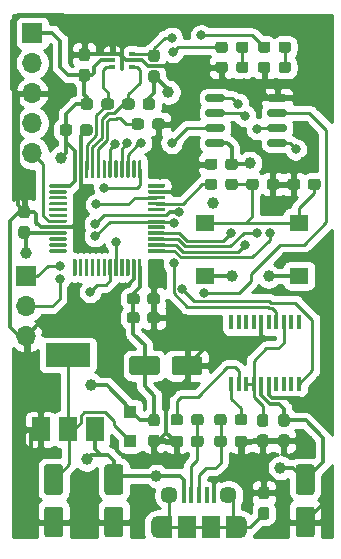
<source format=gtl>
%TF.GenerationSoftware,KiCad,Pcbnew,(5.1.10)-1*%
%TF.CreationDate,2021-07-24T18:54:27+10:00*%
%TF.ProjectId,temperature_logger,74656d70-6572-4617-9475-72655f6c6f67,rev?*%
%TF.SameCoordinates,Original*%
%TF.FileFunction,Copper,L1,Top*%
%TF.FilePolarity,Positive*%
%FSLAX46Y46*%
G04 Gerber Fmt 4.6, Leading zero omitted, Abs format (unit mm)*
G04 Created by KiCad (PCBNEW (5.1.10)-1) date 2021-07-24 18:54:27*
%MOMM*%
%LPD*%
G01*
G04 APERTURE LIST*
%TA.AperFunction,ComponentPad*%
%ADD10O,1.700000X1.700000*%
%TD*%
%TA.AperFunction,ComponentPad*%
%ADD11R,1.700000X1.700000*%
%TD*%
%TA.AperFunction,SMDPad,CuDef*%
%ADD12R,1.600000X1.400000*%
%TD*%
%TA.AperFunction,SMDPad,CuDef*%
%ADD13R,1.000000X1.000000*%
%TD*%
%TA.AperFunction,SMDPad,CuDef*%
%ADD14R,0.400000X1.200000*%
%TD*%
%TA.AperFunction,SMDPad,CuDef*%
%ADD15R,1.500000X2.000000*%
%TD*%
%TA.AperFunction,SMDPad,CuDef*%
%ADD16R,3.800000X2.000000*%
%TD*%
%TA.AperFunction,SMDPad,CuDef*%
%ADD17R,0.500000X0.375000*%
%TD*%
%TA.AperFunction,SMDPad,CuDef*%
%ADD18R,0.650000X0.300000*%
%TD*%
%TA.AperFunction,SMDPad,CuDef*%
%ADD19R,1.200000X1.900000*%
%TD*%
%TA.AperFunction,ComponentPad*%
%ADD20O,1.200000X1.900000*%
%TD*%
%TA.AperFunction,SMDPad,CuDef*%
%ADD21R,1.500000X1.900000*%
%TD*%
%TA.AperFunction,ComponentPad*%
%ADD22C,1.450000*%
%TD*%
%TA.AperFunction,SMDPad,CuDef*%
%ADD23R,0.400000X1.350000*%
%TD*%
%TA.AperFunction,ViaPad*%
%ADD24C,1.000000*%
%TD*%
%TA.AperFunction,ViaPad*%
%ADD25C,0.800000*%
%TD*%
%TA.AperFunction,Conductor*%
%ADD26C,0.300000*%
%TD*%
%TA.AperFunction,Conductor*%
%ADD27C,0.250000*%
%TD*%
%TA.AperFunction,Conductor*%
%ADD28C,0.254000*%
%TD*%
%TA.AperFunction,Conductor*%
%ADD29C,0.100000*%
%TD*%
G04 APERTURE END LIST*
D10*
%TO.P,J4,3*%
%TO.N,GND*%
X131800000Y-92380000D03*
%TO.P,J4,2*%
%TO.N,/USART1_TX*%
X131800000Y-89840000D03*
D11*
%TO.P,J4,1*%
%TO.N,/USART1_RX*%
X131800000Y-87300000D03*
%TD*%
D10*
%TO.P,J1,5*%
%TO.N,/NRESET*%
X132300000Y-76860000D03*
%TO.P,J1,4*%
%TO.N,/SWDIO*%
X132300000Y-74320000D03*
%TO.P,J1,3*%
%TO.N,GND*%
X132300000Y-71780000D03*
%TO.P,J1,2*%
%TO.N,/SWCLK*%
X132300000Y-69240000D03*
D11*
%TO.P,J1,1*%
%TO.N,VDC*%
X132300000Y-66700000D03*
%TD*%
D12*
%TO.P,SW1,3*%
%TO.N,VDC*%
X146900000Y-87250000D03*
%TO.P,SW1,4*%
X154900000Y-87250000D03*
%TO.P,SW1,1*%
%TO.N,Net-(C2-Pad2)*%
X146900000Y-82750000D03*
%TO.P,SW1,2*%
X154900000Y-82750000D03*
%TD*%
%TO.P,C2,2*%
%TO.N,Net-(C2-Pad2)*%
%TA.AperFunction,SMDPad,CuDef*%
G36*
G01*
X155625000Y-79737500D02*
X155625000Y-79262500D01*
G75*
G02*
X155862500Y-79025000I237500J0D01*
G01*
X156462500Y-79025000D01*
G75*
G02*
X156700000Y-79262500I0J-237500D01*
G01*
X156700000Y-79737500D01*
G75*
G02*
X156462500Y-79975000I-237500J0D01*
G01*
X155862500Y-79975000D01*
G75*
G02*
X155625000Y-79737500I0J237500D01*
G01*
G37*
%TD.AperFunction*%
%TO.P,C2,1*%
%TO.N,GND*%
%TA.AperFunction,SMDPad,CuDef*%
G36*
G01*
X153900000Y-79737500D02*
X153900000Y-79262500D01*
G75*
G02*
X154137500Y-79025000I237500J0D01*
G01*
X154737500Y-79025000D01*
G75*
G02*
X154975000Y-79262500I0J-237500D01*
G01*
X154975000Y-79737500D01*
G75*
G02*
X154737500Y-79975000I-237500J0D01*
G01*
X154137500Y-79975000D01*
G75*
G02*
X153900000Y-79737500I0J237500D01*
G01*
G37*
%TD.AperFunction*%
%TD*%
%TO.P,C8,2*%
%TO.N,GND*%
%TA.AperFunction,SMDPad,CuDef*%
G36*
G01*
X138650000Y-106800000D02*
X139750000Y-106800000D01*
G75*
G02*
X140000000Y-107050000I0J-250000D01*
G01*
X140000000Y-109150000D01*
G75*
G02*
X139750000Y-109400000I-250000J0D01*
G01*
X138650000Y-109400000D01*
G75*
G02*
X138400000Y-109150000I0J250000D01*
G01*
X138400000Y-107050000D01*
G75*
G02*
X138650000Y-106800000I250000J0D01*
G01*
G37*
%TD.AperFunction*%
%TO.P,C8,1*%
%TO.N,VBUS*%
%TA.AperFunction,SMDPad,CuDef*%
G36*
G01*
X138650000Y-103200000D02*
X139750000Y-103200000D01*
G75*
G02*
X140000000Y-103450000I0J-250000D01*
G01*
X140000000Y-105550000D01*
G75*
G02*
X139750000Y-105800000I-250000J0D01*
G01*
X138650000Y-105800000D01*
G75*
G02*
X138400000Y-105550000I0J250000D01*
G01*
X138400000Y-103450000D01*
G75*
G02*
X138650000Y-103200000I250000J0D01*
G01*
G37*
%TD.AperFunction*%
%TD*%
%TO.P,C15,2*%
%TO.N,GND*%
%TA.AperFunction,SMDPad,CuDef*%
G36*
G01*
X154850000Y-106800000D02*
X155950000Y-106800000D01*
G75*
G02*
X156200000Y-107050000I0J-250000D01*
G01*
X156200000Y-109150000D01*
G75*
G02*
X155950000Y-109400000I-250000J0D01*
G01*
X154850000Y-109400000D01*
G75*
G02*
X154600000Y-109150000I0J250000D01*
G01*
X154600000Y-107050000D01*
G75*
G02*
X154850000Y-106800000I250000J0D01*
G01*
G37*
%TD.AperFunction*%
%TO.P,C15,1*%
%TO.N,VBUS*%
%TA.AperFunction,SMDPad,CuDef*%
G36*
G01*
X154850000Y-103200000D02*
X155950000Y-103200000D01*
G75*
G02*
X156200000Y-103450000I0J-250000D01*
G01*
X156200000Y-105550000D01*
G75*
G02*
X155950000Y-105800000I-250000J0D01*
G01*
X154850000Y-105800000D01*
G75*
G02*
X154600000Y-105550000I0J250000D01*
G01*
X154600000Y-103450000D01*
G75*
G02*
X154850000Y-103200000I250000J0D01*
G01*
G37*
%TD.AperFunction*%
%TD*%
%TO.P,C12,2*%
%TO.N,GND*%
%TA.AperFunction,SMDPad,CuDef*%
G36*
G01*
X149425000Y-101507500D02*
X149425000Y-101032500D01*
G75*
G02*
X149662500Y-100795000I237500J0D01*
G01*
X150262500Y-100795000D01*
G75*
G02*
X150500000Y-101032500I0J-237500D01*
G01*
X150500000Y-101507500D01*
G75*
G02*
X150262500Y-101745000I-237500J0D01*
G01*
X149662500Y-101745000D01*
G75*
G02*
X149425000Y-101507500I0J237500D01*
G01*
G37*
%TD.AperFunction*%
%TO.P,C12,1*%
%TO.N,/001_Power/USB_DP*%
%TA.AperFunction,SMDPad,CuDef*%
G36*
G01*
X147700000Y-101507500D02*
X147700000Y-101032500D01*
G75*
G02*
X147937500Y-100795000I237500J0D01*
G01*
X148537500Y-100795000D01*
G75*
G02*
X148775000Y-101032500I0J-237500D01*
G01*
X148775000Y-101507500D01*
G75*
G02*
X148537500Y-101745000I-237500J0D01*
G01*
X147937500Y-101745000D01*
G75*
G02*
X147700000Y-101507500I0J237500D01*
G01*
G37*
%TD.AperFunction*%
%TD*%
%TO.P,C11,2*%
%TO.N,GND*%
%TA.AperFunction,SMDPad,CuDef*%
G36*
G01*
X145075000Y-101032500D02*
X145075000Y-101507500D01*
G75*
G02*
X144837500Y-101745000I-237500J0D01*
G01*
X144237500Y-101745000D01*
G75*
G02*
X144000000Y-101507500I0J237500D01*
G01*
X144000000Y-101032500D01*
G75*
G02*
X144237500Y-100795000I237500J0D01*
G01*
X144837500Y-100795000D01*
G75*
G02*
X145075000Y-101032500I0J-237500D01*
G01*
G37*
%TD.AperFunction*%
%TO.P,C11,1*%
%TO.N,/001_Power/USB_DM*%
%TA.AperFunction,SMDPad,CuDef*%
G36*
G01*
X146800000Y-101032500D02*
X146800000Y-101507500D01*
G75*
G02*
X146562500Y-101745000I-237500J0D01*
G01*
X145962500Y-101745000D01*
G75*
G02*
X145725000Y-101507500I0J237500D01*
G01*
X145725000Y-101032500D01*
G75*
G02*
X145962500Y-100795000I237500J0D01*
G01*
X146562500Y-100795000D01*
G75*
G02*
X146800000Y-101032500I0J-237500D01*
G01*
G37*
%TD.AperFunction*%
%TD*%
D13*
%TO.P,D3,2*%
%TO.N,Net-(C9-Pad1)*%
X140600000Y-101250000D03*
%TO.P,D3,1*%
%TO.N,VDC*%
X140600000Y-98750000D03*
%TD*%
%TO.P,D2,2*%
%TO.N,/USER_LED1*%
%TA.AperFunction,SMDPad,CuDef*%
G36*
G01*
X148850000Y-67662500D02*
X148850000Y-68137500D01*
G75*
G02*
X148612500Y-68375000I-237500J0D01*
G01*
X148037500Y-68375000D01*
G75*
G02*
X147800000Y-68137500I0J237500D01*
G01*
X147800000Y-67662500D01*
G75*
G02*
X148037500Y-67425000I237500J0D01*
G01*
X148612500Y-67425000D01*
G75*
G02*
X148850000Y-67662500I0J-237500D01*
G01*
G37*
%TD.AperFunction*%
%TO.P,D2,1*%
%TO.N,Net-(D2-Pad1)*%
%TA.AperFunction,SMDPad,CuDef*%
G36*
G01*
X150600000Y-67662500D02*
X150600000Y-68137500D01*
G75*
G02*
X150362500Y-68375000I-237500J0D01*
G01*
X149787500Y-68375000D01*
G75*
G02*
X149550000Y-68137500I0J237500D01*
G01*
X149550000Y-67662500D01*
G75*
G02*
X149787500Y-67425000I237500J0D01*
G01*
X150362500Y-67425000D01*
G75*
G02*
X150600000Y-67662500I0J-237500D01*
G01*
G37*
%TD.AperFunction*%
%TD*%
%TO.P,D1,2*%
%TO.N,/USER_LED2*%
%TA.AperFunction,SMDPad,CuDef*%
G36*
G01*
X152450000Y-67662500D02*
X152450000Y-68137500D01*
G75*
G02*
X152212500Y-68375000I-237500J0D01*
G01*
X151637500Y-68375000D01*
G75*
G02*
X151400000Y-68137500I0J237500D01*
G01*
X151400000Y-67662500D01*
G75*
G02*
X151637500Y-67425000I237500J0D01*
G01*
X152212500Y-67425000D01*
G75*
G02*
X152450000Y-67662500I0J-237500D01*
G01*
G37*
%TD.AperFunction*%
%TO.P,D1,1*%
%TO.N,Net-(D1-Pad1)*%
%TA.AperFunction,SMDPad,CuDef*%
G36*
G01*
X154200000Y-67662500D02*
X154200000Y-68137500D01*
G75*
G02*
X153962500Y-68375000I-237500J0D01*
G01*
X153387500Y-68375000D01*
G75*
G02*
X153150000Y-68137500I0J237500D01*
G01*
X153150000Y-67662500D01*
G75*
G02*
X153387500Y-67425000I237500J0D01*
G01*
X153962500Y-67425000D01*
G75*
G02*
X154200000Y-67662500I0J-237500D01*
G01*
G37*
%TD.AperFunction*%
%TD*%
%TO.P,C10,2*%
%TO.N,GND*%
%TA.AperFunction,SMDPad,CuDef*%
G36*
G01*
X144100000Y-95400000D02*
X144100000Y-94300000D01*
G75*
G02*
X144350000Y-94050000I250000J0D01*
G01*
X146450000Y-94050000D01*
G75*
G02*
X146700000Y-94300000I0J-250000D01*
G01*
X146700000Y-95400000D01*
G75*
G02*
X146450000Y-95650000I-250000J0D01*
G01*
X144350000Y-95650000D01*
G75*
G02*
X144100000Y-95400000I0J250000D01*
G01*
G37*
%TD.AperFunction*%
%TO.P,C10,1*%
%TO.N,VDC*%
%TA.AperFunction,SMDPad,CuDef*%
G36*
G01*
X140500000Y-95400000D02*
X140500000Y-94300000D01*
G75*
G02*
X140750000Y-94050000I250000J0D01*
G01*
X142850000Y-94050000D01*
G75*
G02*
X143100000Y-94300000I0J-250000D01*
G01*
X143100000Y-95400000D01*
G75*
G02*
X142850000Y-95650000I-250000J0D01*
G01*
X140750000Y-95650000D01*
G75*
G02*
X140500000Y-95400000I0J250000D01*
G01*
G37*
%TD.AperFunction*%
%TD*%
%TO.P,C9,1*%
%TO.N,Net-(C9-Pad1)*%
%TA.AperFunction,SMDPad,CuDef*%
G36*
G01*
X133550000Y-103200000D02*
X134650000Y-103200000D01*
G75*
G02*
X134900000Y-103450000I0J-250000D01*
G01*
X134900000Y-105550000D01*
G75*
G02*
X134650000Y-105800000I-250000J0D01*
G01*
X133550000Y-105800000D01*
G75*
G02*
X133300000Y-105550000I0J250000D01*
G01*
X133300000Y-103450000D01*
G75*
G02*
X133550000Y-103200000I250000J0D01*
G01*
G37*
%TD.AperFunction*%
%TO.P,C9,2*%
%TO.N,GND*%
%TA.AperFunction,SMDPad,CuDef*%
G36*
G01*
X133550000Y-106800000D02*
X134650000Y-106800000D01*
G75*
G02*
X134900000Y-107050000I0J-250000D01*
G01*
X134900000Y-109150000D01*
G75*
G02*
X134650000Y-109400000I-250000J0D01*
G01*
X133550000Y-109400000D01*
G75*
G02*
X133300000Y-109150000I0J250000D01*
G01*
X133300000Y-107050000D01*
G75*
G02*
X133550000Y-106800000I250000J0D01*
G01*
G37*
%TD.AperFunction*%
%TD*%
D14*
%TO.P,U5,20*%
%TO.N,/USART1_RX*%
X154857500Y-96400000D03*
%TO.P,U5,19*%
%TO.N,N/C*%
X154222500Y-96400000D03*
%TO.P,U5,18*%
X153587500Y-96400000D03*
%TO.P,U5,17*%
X152952500Y-96400000D03*
%TO.P,U5,16*%
%TO.N,GND*%
X152317500Y-96400000D03*
%TO.P,U5,15*%
%TO.N,VBUS*%
X151682500Y-96400000D03*
%TO.P,U5,14*%
%TO.N,Net-(C13-Pad1)*%
X151047500Y-96400000D03*
%TO.P,U5,13*%
X150412500Y-96400000D03*
%TO.P,U5,12*%
%TO.N,Net-(R12-Pad2)*%
X149777500Y-96400000D03*
%TO.P,U5,11*%
%TO.N,Net-(R13-Pad1)*%
X149142500Y-96400000D03*
%TO.P,U5,10*%
%TO.N,N/C*%
X149142500Y-91200000D03*
%TO.P,U5,9*%
X149777500Y-91200000D03*
%TO.P,U5,8*%
X150412500Y-91200000D03*
%TO.P,U5,7*%
X151047500Y-91200000D03*
%TO.P,U5,6*%
%TO.N,GND*%
X151682500Y-91200000D03*
%TO.P,U5,5*%
%TO.N,N/C*%
X152317500Y-91200000D03*
%TO.P,U5,4*%
%TO.N,/USART1_TX*%
X152952500Y-91200000D03*
%TO.P,U5,3*%
%TO.N,Net-(C13-Pad1)*%
X153587500Y-91200000D03*
%TO.P,U5,2*%
%TO.N,N/C*%
X154222500Y-91200000D03*
%TO.P,U5,1*%
X154857500Y-91200000D03*
%TD*%
D15*
%TO.P,U4,1*%
%TO.N,GND*%
X133000000Y-100250000D03*
%TO.P,U4,3*%
%TO.N,VBUS*%
X137600000Y-100250000D03*
%TO.P,U4,2*%
%TO.N,Net-(C9-Pad1)*%
X135300000Y-100250000D03*
D16*
X135300000Y-93950000D03*
%TD*%
%TO.P,U3,48*%
%TO.N,VDC*%
%TA.AperFunction,SMDPad,CuDef*%
G36*
G01*
X135740000Y-78884000D02*
X135740000Y-77559000D01*
G75*
G02*
X135815000Y-77484000I75000J0D01*
G01*
X135965000Y-77484000D01*
G75*
G02*
X136040000Y-77559000I0J-75000D01*
G01*
X136040000Y-78884000D01*
G75*
G02*
X135965000Y-78959000I-75000J0D01*
G01*
X135815000Y-78959000D01*
G75*
G02*
X135740000Y-78884000I0J75000D01*
G01*
G37*
%TD.AperFunction*%
%TO.P,U3,47*%
%TO.N,GND*%
%TA.AperFunction,SMDPad,CuDef*%
G36*
G01*
X136240000Y-78884000D02*
X136240000Y-77559000D01*
G75*
G02*
X136315000Y-77484000I75000J0D01*
G01*
X136465000Y-77484000D01*
G75*
G02*
X136540000Y-77559000I0J-75000D01*
G01*
X136540000Y-78884000D01*
G75*
G02*
X136465000Y-78959000I-75000J0D01*
G01*
X136315000Y-78959000D01*
G75*
G02*
X136240000Y-78884000I0J75000D01*
G01*
G37*
%TD.AperFunction*%
%TO.P,U3,46*%
%TO.N,/TMP_SDA*%
%TA.AperFunction,SMDPad,CuDef*%
G36*
G01*
X136740000Y-78884000D02*
X136740000Y-77559000D01*
G75*
G02*
X136815000Y-77484000I75000J0D01*
G01*
X136965000Y-77484000D01*
G75*
G02*
X137040000Y-77559000I0J-75000D01*
G01*
X137040000Y-78884000D01*
G75*
G02*
X136965000Y-78959000I-75000J0D01*
G01*
X136815000Y-78959000D01*
G75*
G02*
X136740000Y-78884000I0J75000D01*
G01*
G37*
%TD.AperFunction*%
%TO.P,U3,45*%
%TO.N,/TMP_SCL*%
%TA.AperFunction,SMDPad,CuDef*%
G36*
G01*
X137240000Y-78884000D02*
X137240000Y-77559000D01*
G75*
G02*
X137315000Y-77484000I75000J0D01*
G01*
X137465000Y-77484000D01*
G75*
G02*
X137540000Y-77559000I0J-75000D01*
G01*
X137540000Y-78884000D01*
G75*
G02*
X137465000Y-78959000I-75000J0D01*
G01*
X137315000Y-78959000D01*
G75*
G02*
X137240000Y-78884000I0J75000D01*
G01*
G37*
%TD.AperFunction*%
%TO.P,U3,44*%
%TO.N,/BOOT0*%
%TA.AperFunction,SMDPad,CuDef*%
G36*
G01*
X137740000Y-78884000D02*
X137740000Y-77559000D01*
G75*
G02*
X137815000Y-77484000I75000J0D01*
G01*
X137965000Y-77484000D01*
G75*
G02*
X138040000Y-77559000I0J-75000D01*
G01*
X138040000Y-78884000D01*
G75*
G02*
X137965000Y-78959000I-75000J0D01*
G01*
X137815000Y-78959000D01*
G75*
G02*
X137740000Y-78884000I0J75000D01*
G01*
G37*
%TD.AperFunction*%
%TO.P,U3,43*%
%TO.N,N/C*%
%TA.AperFunction,SMDPad,CuDef*%
G36*
G01*
X138240000Y-78884000D02*
X138240000Y-77559000D01*
G75*
G02*
X138315000Y-77484000I75000J0D01*
G01*
X138465000Y-77484000D01*
G75*
G02*
X138540000Y-77559000I0J-75000D01*
G01*
X138540000Y-78884000D01*
G75*
G02*
X138465000Y-78959000I-75000J0D01*
G01*
X138315000Y-78959000D01*
G75*
G02*
X138240000Y-78884000I0J75000D01*
G01*
G37*
%TD.AperFunction*%
%TO.P,U3,42*%
%TO.N,/TMP_ALERT*%
%TA.AperFunction,SMDPad,CuDef*%
G36*
G01*
X138740000Y-78884000D02*
X138740000Y-77559000D01*
G75*
G02*
X138815000Y-77484000I75000J0D01*
G01*
X138965000Y-77484000D01*
G75*
G02*
X139040000Y-77559000I0J-75000D01*
G01*
X139040000Y-78884000D01*
G75*
G02*
X138965000Y-78959000I-75000J0D01*
G01*
X138815000Y-78959000D01*
G75*
G02*
X138740000Y-78884000I0J75000D01*
G01*
G37*
%TD.AperFunction*%
%TO.P,U3,41*%
%TO.N,N/C*%
%TA.AperFunction,SMDPad,CuDef*%
G36*
G01*
X139240000Y-78884000D02*
X139240000Y-77559000D01*
G75*
G02*
X139315000Y-77484000I75000J0D01*
G01*
X139465000Y-77484000D01*
G75*
G02*
X139540000Y-77559000I0J-75000D01*
G01*
X139540000Y-78884000D01*
G75*
G02*
X139465000Y-78959000I-75000J0D01*
G01*
X139315000Y-78959000D01*
G75*
G02*
X139240000Y-78884000I0J75000D01*
G01*
G37*
%TD.AperFunction*%
%TO.P,U3,40*%
%TO.N,/USER_LED1*%
%TA.AperFunction,SMDPad,CuDef*%
G36*
G01*
X139740000Y-78884000D02*
X139740000Y-77559000D01*
G75*
G02*
X139815000Y-77484000I75000J0D01*
G01*
X139965000Y-77484000D01*
G75*
G02*
X140040000Y-77559000I0J-75000D01*
G01*
X140040000Y-78884000D01*
G75*
G02*
X139965000Y-78959000I-75000J0D01*
G01*
X139815000Y-78959000D01*
G75*
G02*
X139740000Y-78884000I0J75000D01*
G01*
G37*
%TD.AperFunction*%
%TO.P,U3,39*%
%TO.N,/USER_LED2*%
%TA.AperFunction,SMDPad,CuDef*%
G36*
G01*
X140240000Y-78884000D02*
X140240000Y-77559000D01*
G75*
G02*
X140315000Y-77484000I75000J0D01*
G01*
X140465000Y-77484000D01*
G75*
G02*
X140540000Y-77559000I0J-75000D01*
G01*
X140540000Y-78884000D01*
G75*
G02*
X140465000Y-78959000I-75000J0D01*
G01*
X140315000Y-78959000D01*
G75*
G02*
X140240000Y-78884000I0J75000D01*
G01*
G37*
%TD.AperFunction*%
%TO.P,U3,38*%
%TO.N,N/C*%
%TA.AperFunction,SMDPad,CuDef*%
G36*
G01*
X140740000Y-78884000D02*
X140740000Y-77559000D01*
G75*
G02*
X140815000Y-77484000I75000J0D01*
G01*
X140965000Y-77484000D01*
G75*
G02*
X141040000Y-77559000I0J-75000D01*
G01*
X141040000Y-78884000D01*
G75*
G02*
X140965000Y-78959000I-75000J0D01*
G01*
X140815000Y-78959000D01*
G75*
G02*
X140740000Y-78884000I0J75000D01*
G01*
G37*
%TD.AperFunction*%
%TO.P,U3,37*%
%TO.N,/SWCLK*%
%TA.AperFunction,SMDPad,CuDef*%
G36*
G01*
X141240000Y-78884000D02*
X141240000Y-77559000D01*
G75*
G02*
X141315000Y-77484000I75000J0D01*
G01*
X141465000Y-77484000D01*
G75*
G02*
X141540000Y-77559000I0J-75000D01*
G01*
X141540000Y-78884000D01*
G75*
G02*
X141465000Y-78959000I-75000J0D01*
G01*
X141315000Y-78959000D01*
G75*
G02*
X141240000Y-78884000I0J75000D01*
G01*
G37*
%TD.AperFunction*%
%TO.P,U3,36*%
%TO.N,N/C*%
%TA.AperFunction,SMDPad,CuDef*%
G36*
G01*
X142065000Y-79709000D02*
X142065000Y-79559000D01*
G75*
G02*
X142140000Y-79484000I75000J0D01*
G01*
X143465000Y-79484000D01*
G75*
G02*
X143540000Y-79559000I0J-75000D01*
G01*
X143540000Y-79709000D01*
G75*
G02*
X143465000Y-79784000I-75000J0D01*
G01*
X142140000Y-79784000D01*
G75*
G02*
X142065000Y-79709000I0J75000D01*
G01*
G37*
%TD.AperFunction*%
%TO.P,U3,35*%
%TO.N,GND*%
%TA.AperFunction,SMDPad,CuDef*%
G36*
G01*
X142065000Y-80209000D02*
X142065000Y-80059000D01*
G75*
G02*
X142140000Y-79984000I75000J0D01*
G01*
X143465000Y-79984000D01*
G75*
G02*
X143540000Y-80059000I0J-75000D01*
G01*
X143540000Y-80209000D01*
G75*
G02*
X143465000Y-80284000I-75000J0D01*
G01*
X142140000Y-80284000D01*
G75*
G02*
X142065000Y-80209000I0J75000D01*
G01*
G37*
%TD.AperFunction*%
%TO.P,U3,34*%
%TO.N,/SWDIO*%
%TA.AperFunction,SMDPad,CuDef*%
G36*
G01*
X142065000Y-80709000D02*
X142065000Y-80559000D01*
G75*
G02*
X142140000Y-80484000I75000J0D01*
G01*
X143465000Y-80484000D01*
G75*
G02*
X143540000Y-80559000I0J-75000D01*
G01*
X143540000Y-80709000D01*
G75*
G02*
X143465000Y-80784000I-75000J0D01*
G01*
X142140000Y-80784000D01*
G75*
G02*
X142065000Y-80709000I0J75000D01*
G01*
G37*
%TD.AperFunction*%
%TO.P,U3,33*%
%TO.N,/USER_BTN*%
%TA.AperFunction,SMDPad,CuDef*%
G36*
G01*
X142065000Y-81209000D02*
X142065000Y-81059000D01*
G75*
G02*
X142140000Y-80984000I75000J0D01*
G01*
X143465000Y-80984000D01*
G75*
G02*
X143540000Y-81059000I0J-75000D01*
G01*
X143540000Y-81209000D01*
G75*
G02*
X143465000Y-81284000I-75000J0D01*
G01*
X142140000Y-81284000D01*
G75*
G02*
X142065000Y-81209000I0J75000D01*
G01*
G37*
%TD.AperFunction*%
%TO.P,U3,32*%
%TO.N,N/C*%
%TA.AperFunction,SMDPad,CuDef*%
G36*
G01*
X142065000Y-81709000D02*
X142065000Y-81559000D01*
G75*
G02*
X142140000Y-81484000I75000J0D01*
G01*
X143465000Y-81484000D01*
G75*
G02*
X143540000Y-81559000I0J-75000D01*
G01*
X143540000Y-81709000D01*
G75*
G02*
X143465000Y-81784000I-75000J0D01*
G01*
X142140000Y-81784000D01*
G75*
G02*
X142065000Y-81709000I0J75000D01*
G01*
G37*
%TD.AperFunction*%
%TO.P,U3,31*%
%TO.N,/USART1_RX*%
%TA.AperFunction,SMDPad,CuDef*%
G36*
G01*
X142065000Y-82209000D02*
X142065000Y-82059000D01*
G75*
G02*
X142140000Y-81984000I75000J0D01*
G01*
X143465000Y-81984000D01*
G75*
G02*
X143540000Y-82059000I0J-75000D01*
G01*
X143540000Y-82209000D01*
G75*
G02*
X143465000Y-82284000I-75000J0D01*
G01*
X142140000Y-82284000D01*
G75*
G02*
X142065000Y-82209000I0J75000D01*
G01*
G37*
%TD.AperFunction*%
%TO.P,U3,30*%
%TO.N,/USART1_TX*%
%TA.AperFunction,SMDPad,CuDef*%
G36*
G01*
X142065000Y-82709000D02*
X142065000Y-82559000D01*
G75*
G02*
X142140000Y-82484000I75000J0D01*
G01*
X143465000Y-82484000D01*
G75*
G02*
X143540000Y-82559000I0J-75000D01*
G01*
X143540000Y-82709000D01*
G75*
G02*
X143465000Y-82784000I-75000J0D01*
G01*
X142140000Y-82784000D01*
G75*
G02*
X142065000Y-82709000I0J75000D01*
G01*
G37*
%TD.AperFunction*%
%TO.P,U3,29*%
%TO.N,N/C*%
%TA.AperFunction,SMDPad,CuDef*%
G36*
G01*
X142065000Y-83209000D02*
X142065000Y-83059000D01*
G75*
G02*
X142140000Y-82984000I75000J0D01*
G01*
X143465000Y-82984000D01*
G75*
G02*
X143540000Y-83059000I0J-75000D01*
G01*
X143540000Y-83209000D01*
G75*
G02*
X143465000Y-83284000I-75000J0D01*
G01*
X142140000Y-83284000D01*
G75*
G02*
X142065000Y-83209000I0J75000D01*
G01*
G37*
%TD.AperFunction*%
%TO.P,U3,28*%
%TO.N,/FLASH_SI*%
%TA.AperFunction,SMDPad,CuDef*%
G36*
G01*
X142065000Y-83709000D02*
X142065000Y-83559000D01*
G75*
G02*
X142140000Y-83484000I75000J0D01*
G01*
X143465000Y-83484000D01*
G75*
G02*
X143540000Y-83559000I0J-75000D01*
G01*
X143540000Y-83709000D01*
G75*
G02*
X143465000Y-83784000I-75000J0D01*
G01*
X142140000Y-83784000D01*
G75*
G02*
X142065000Y-83709000I0J75000D01*
G01*
G37*
%TD.AperFunction*%
%TO.P,U3,27*%
%TO.N,/FLASH_SO*%
%TA.AperFunction,SMDPad,CuDef*%
G36*
G01*
X142065000Y-84209000D02*
X142065000Y-84059000D01*
G75*
G02*
X142140000Y-83984000I75000J0D01*
G01*
X143465000Y-83984000D01*
G75*
G02*
X143540000Y-84059000I0J-75000D01*
G01*
X143540000Y-84209000D01*
G75*
G02*
X143465000Y-84284000I-75000J0D01*
G01*
X142140000Y-84284000D01*
G75*
G02*
X142065000Y-84209000I0J75000D01*
G01*
G37*
%TD.AperFunction*%
%TO.P,U3,26*%
%TO.N,/FLASH_SCLK*%
%TA.AperFunction,SMDPad,CuDef*%
G36*
G01*
X142065000Y-84709000D02*
X142065000Y-84559000D01*
G75*
G02*
X142140000Y-84484000I75000J0D01*
G01*
X143465000Y-84484000D01*
G75*
G02*
X143540000Y-84559000I0J-75000D01*
G01*
X143540000Y-84709000D01*
G75*
G02*
X143465000Y-84784000I-75000J0D01*
G01*
X142140000Y-84784000D01*
G75*
G02*
X142065000Y-84709000I0J75000D01*
G01*
G37*
%TD.AperFunction*%
%TO.P,U3,25*%
%TO.N,/FLASH_CSN*%
%TA.AperFunction,SMDPad,CuDef*%
G36*
G01*
X142065000Y-85209000D02*
X142065000Y-85059000D01*
G75*
G02*
X142140000Y-84984000I75000J0D01*
G01*
X143465000Y-84984000D01*
G75*
G02*
X143540000Y-85059000I0J-75000D01*
G01*
X143540000Y-85209000D01*
G75*
G02*
X143465000Y-85284000I-75000J0D01*
G01*
X142140000Y-85284000D01*
G75*
G02*
X142065000Y-85209000I0J75000D01*
G01*
G37*
%TD.AperFunction*%
%TO.P,U3,24*%
%TO.N,VDC*%
%TA.AperFunction,SMDPad,CuDef*%
G36*
G01*
X141240000Y-87209000D02*
X141240000Y-85884000D01*
G75*
G02*
X141315000Y-85809000I75000J0D01*
G01*
X141465000Y-85809000D01*
G75*
G02*
X141540000Y-85884000I0J-75000D01*
G01*
X141540000Y-87209000D01*
G75*
G02*
X141465000Y-87284000I-75000J0D01*
G01*
X141315000Y-87284000D01*
G75*
G02*
X141240000Y-87209000I0J75000D01*
G01*
G37*
%TD.AperFunction*%
%TO.P,U3,23*%
%TO.N,GND*%
%TA.AperFunction,SMDPad,CuDef*%
G36*
G01*
X140740000Y-87209000D02*
X140740000Y-85884000D01*
G75*
G02*
X140815000Y-85809000I75000J0D01*
G01*
X140965000Y-85809000D01*
G75*
G02*
X141040000Y-85884000I0J-75000D01*
G01*
X141040000Y-87209000D01*
G75*
G02*
X140965000Y-87284000I-75000J0D01*
G01*
X140815000Y-87284000D01*
G75*
G02*
X140740000Y-87209000I0J75000D01*
G01*
G37*
%TD.AperFunction*%
%TO.P,U3,22*%
%TO.N,N/C*%
%TA.AperFunction,SMDPad,CuDef*%
G36*
G01*
X140240000Y-87209000D02*
X140240000Y-85884000D01*
G75*
G02*
X140315000Y-85809000I75000J0D01*
G01*
X140465000Y-85809000D01*
G75*
G02*
X140540000Y-85884000I0J-75000D01*
G01*
X140540000Y-87209000D01*
G75*
G02*
X140465000Y-87284000I-75000J0D01*
G01*
X140315000Y-87284000D01*
G75*
G02*
X140240000Y-87209000I0J75000D01*
G01*
G37*
%TD.AperFunction*%
%TO.P,U3,21*%
%TA.AperFunction,SMDPad,CuDef*%
G36*
G01*
X139740000Y-87209000D02*
X139740000Y-85884000D01*
G75*
G02*
X139815000Y-85809000I75000J0D01*
G01*
X139965000Y-85809000D01*
G75*
G02*
X140040000Y-85884000I0J-75000D01*
G01*
X140040000Y-87209000D01*
G75*
G02*
X139965000Y-87284000I-75000J0D01*
G01*
X139815000Y-87284000D01*
G75*
G02*
X139740000Y-87209000I0J75000D01*
G01*
G37*
%TD.AperFunction*%
%TO.P,U3,20*%
%TO.N,/FLASH_RSTN*%
%TA.AperFunction,SMDPad,CuDef*%
G36*
G01*
X139240000Y-87209000D02*
X139240000Y-85884000D01*
G75*
G02*
X139315000Y-85809000I75000J0D01*
G01*
X139465000Y-85809000D01*
G75*
G02*
X139540000Y-85884000I0J-75000D01*
G01*
X139540000Y-87209000D01*
G75*
G02*
X139465000Y-87284000I-75000J0D01*
G01*
X139315000Y-87284000D01*
G75*
G02*
X139240000Y-87209000I0J75000D01*
G01*
G37*
%TD.AperFunction*%
%TO.P,U3,19*%
%TO.N,/FLASH_WPN*%
%TA.AperFunction,SMDPad,CuDef*%
G36*
G01*
X138740000Y-87209000D02*
X138740000Y-85884000D01*
G75*
G02*
X138815000Y-85809000I75000J0D01*
G01*
X138965000Y-85809000D01*
G75*
G02*
X139040000Y-85884000I0J-75000D01*
G01*
X139040000Y-87209000D01*
G75*
G02*
X138965000Y-87284000I-75000J0D01*
G01*
X138815000Y-87284000D01*
G75*
G02*
X138740000Y-87209000I0J75000D01*
G01*
G37*
%TD.AperFunction*%
%TO.P,U3,18*%
%TO.N,N/C*%
%TA.AperFunction,SMDPad,CuDef*%
G36*
G01*
X138240000Y-87209000D02*
X138240000Y-85884000D01*
G75*
G02*
X138315000Y-85809000I75000J0D01*
G01*
X138465000Y-85809000D01*
G75*
G02*
X138540000Y-85884000I0J-75000D01*
G01*
X138540000Y-87209000D01*
G75*
G02*
X138465000Y-87284000I-75000J0D01*
G01*
X138315000Y-87284000D01*
G75*
G02*
X138240000Y-87209000I0J75000D01*
G01*
G37*
%TD.AperFunction*%
%TO.P,U3,17*%
%TA.AperFunction,SMDPad,CuDef*%
G36*
G01*
X137740000Y-87209000D02*
X137740000Y-85884000D01*
G75*
G02*
X137815000Y-85809000I75000J0D01*
G01*
X137965000Y-85809000D01*
G75*
G02*
X138040000Y-85884000I0J-75000D01*
G01*
X138040000Y-87209000D01*
G75*
G02*
X137965000Y-87284000I-75000J0D01*
G01*
X137815000Y-87284000D01*
G75*
G02*
X137740000Y-87209000I0J75000D01*
G01*
G37*
%TD.AperFunction*%
%TO.P,U3,16*%
%TA.AperFunction,SMDPad,CuDef*%
G36*
G01*
X137240000Y-87209000D02*
X137240000Y-85884000D01*
G75*
G02*
X137315000Y-85809000I75000J0D01*
G01*
X137465000Y-85809000D01*
G75*
G02*
X137540000Y-85884000I0J-75000D01*
G01*
X137540000Y-87209000D01*
G75*
G02*
X137465000Y-87284000I-75000J0D01*
G01*
X137315000Y-87284000D01*
G75*
G02*
X137240000Y-87209000I0J75000D01*
G01*
G37*
%TD.AperFunction*%
%TO.P,U3,15*%
%TA.AperFunction,SMDPad,CuDef*%
G36*
G01*
X136740000Y-87209000D02*
X136740000Y-85884000D01*
G75*
G02*
X136815000Y-85809000I75000J0D01*
G01*
X136965000Y-85809000D01*
G75*
G02*
X137040000Y-85884000I0J-75000D01*
G01*
X137040000Y-87209000D01*
G75*
G02*
X136965000Y-87284000I-75000J0D01*
G01*
X136815000Y-87284000D01*
G75*
G02*
X136740000Y-87209000I0J75000D01*
G01*
G37*
%TD.AperFunction*%
%TO.P,U3,14*%
%TA.AperFunction,SMDPad,CuDef*%
G36*
G01*
X136240000Y-87209000D02*
X136240000Y-85884000D01*
G75*
G02*
X136315000Y-85809000I75000J0D01*
G01*
X136465000Y-85809000D01*
G75*
G02*
X136540000Y-85884000I0J-75000D01*
G01*
X136540000Y-87209000D01*
G75*
G02*
X136465000Y-87284000I-75000J0D01*
G01*
X136315000Y-87284000D01*
G75*
G02*
X136240000Y-87209000I0J75000D01*
G01*
G37*
%TD.AperFunction*%
%TO.P,U3,13*%
%TA.AperFunction,SMDPad,CuDef*%
G36*
G01*
X135740000Y-87209000D02*
X135740000Y-85884000D01*
G75*
G02*
X135815000Y-85809000I75000J0D01*
G01*
X135965000Y-85809000D01*
G75*
G02*
X136040000Y-85884000I0J-75000D01*
G01*
X136040000Y-87209000D01*
G75*
G02*
X135965000Y-87284000I-75000J0D01*
G01*
X135815000Y-87284000D01*
G75*
G02*
X135740000Y-87209000I0J75000D01*
G01*
G37*
%TD.AperFunction*%
%TO.P,U3,12*%
%TA.AperFunction,SMDPad,CuDef*%
G36*
G01*
X133740000Y-85209000D02*
X133740000Y-85059000D01*
G75*
G02*
X133815000Y-84984000I75000J0D01*
G01*
X135140000Y-84984000D01*
G75*
G02*
X135215000Y-85059000I0J-75000D01*
G01*
X135215000Y-85209000D01*
G75*
G02*
X135140000Y-85284000I-75000J0D01*
G01*
X133815000Y-85284000D01*
G75*
G02*
X133740000Y-85209000I0J75000D01*
G01*
G37*
%TD.AperFunction*%
%TO.P,U3,11*%
%TA.AperFunction,SMDPad,CuDef*%
G36*
G01*
X133740000Y-84709000D02*
X133740000Y-84559000D01*
G75*
G02*
X133815000Y-84484000I75000J0D01*
G01*
X135140000Y-84484000D01*
G75*
G02*
X135215000Y-84559000I0J-75000D01*
G01*
X135215000Y-84709000D01*
G75*
G02*
X135140000Y-84784000I-75000J0D01*
G01*
X133815000Y-84784000D01*
G75*
G02*
X133740000Y-84709000I0J75000D01*
G01*
G37*
%TD.AperFunction*%
%TO.P,U3,10*%
%TA.AperFunction,SMDPad,CuDef*%
G36*
G01*
X133740000Y-84209000D02*
X133740000Y-84059000D01*
G75*
G02*
X133815000Y-83984000I75000J0D01*
G01*
X135140000Y-83984000D01*
G75*
G02*
X135215000Y-84059000I0J-75000D01*
G01*
X135215000Y-84209000D01*
G75*
G02*
X135140000Y-84284000I-75000J0D01*
G01*
X133815000Y-84284000D01*
G75*
G02*
X133740000Y-84209000I0J75000D01*
G01*
G37*
%TD.AperFunction*%
%TO.P,U3,9*%
%TO.N,VDC*%
%TA.AperFunction,SMDPad,CuDef*%
G36*
G01*
X133740000Y-83709000D02*
X133740000Y-83559000D01*
G75*
G02*
X133815000Y-83484000I75000J0D01*
G01*
X135140000Y-83484000D01*
G75*
G02*
X135215000Y-83559000I0J-75000D01*
G01*
X135215000Y-83709000D01*
G75*
G02*
X135140000Y-83784000I-75000J0D01*
G01*
X133815000Y-83784000D01*
G75*
G02*
X133740000Y-83709000I0J75000D01*
G01*
G37*
%TD.AperFunction*%
%TO.P,U3,8*%
%TO.N,GND*%
%TA.AperFunction,SMDPad,CuDef*%
G36*
G01*
X133740000Y-83209000D02*
X133740000Y-83059000D01*
G75*
G02*
X133815000Y-82984000I75000J0D01*
G01*
X135140000Y-82984000D01*
G75*
G02*
X135215000Y-83059000I0J-75000D01*
G01*
X135215000Y-83209000D01*
G75*
G02*
X135140000Y-83284000I-75000J0D01*
G01*
X133815000Y-83284000D01*
G75*
G02*
X133740000Y-83209000I0J75000D01*
G01*
G37*
%TD.AperFunction*%
%TO.P,U3,7*%
%TO.N,/NRESET*%
%TA.AperFunction,SMDPad,CuDef*%
G36*
G01*
X133740000Y-82709000D02*
X133740000Y-82559000D01*
G75*
G02*
X133815000Y-82484000I75000J0D01*
G01*
X135140000Y-82484000D01*
G75*
G02*
X135215000Y-82559000I0J-75000D01*
G01*
X135215000Y-82709000D01*
G75*
G02*
X135140000Y-82784000I-75000J0D01*
G01*
X133815000Y-82784000D01*
G75*
G02*
X133740000Y-82709000I0J75000D01*
G01*
G37*
%TD.AperFunction*%
%TO.P,U3,6*%
%TO.N,N/C*%
%TA.AperFunction,SMDPad,CuDef*%
G36*
G01*
X133740000Y-82209000D02*
X133740000Y-82059000D01*
G75*
G02*
X133815000Y-81984000I75000J0D01*
G01*
X135140000Y-81984000D01*
G75*
G02*
X135215000Y-82059000I0J-75000D01*
G01*
X135215000Y-82209000D01*
G75*
G02*
X135140000Y-82284000I-75000J0D01*
G01*
X133815000Y-82284000D01*
G75*
G02*
X133740000Y-82209000I0J75000D01*
G01*
G37*
%TD.AperFunction*%
%TO.P,U3,5*%
%TA.AperFunction,SMDPad,CuDef*%
G36*
G01*
X133740000Y-81709000D02*
X133740000Y-81559000D01*
G75*
G02*
X133815000Y-81484000I75000J0D01*
G01*
X135140000Y-81484000D01*
G75*
G02*
X135215000Y-81559000I0J-75000D01*
G01*
X135215000Y-81709000D01*
G75*
G02*
X135140000Y-81784000I-75000J0D01*
G01*
X133815000Y-81784000D01*
G75*
G02*
X133740000Y-81709000I0J75000D01*
G01*
G37*
%TD.AperFunction*%
%TO.P,U3,4*%
%TA.AperFunction,SMDPad,CuDef*%
G36*
G01*
X133740000Y-81209000D02*
X133740000Y-81059000D01*
G75*
G02*
X133815000Y-80984000I75000J0D01*
G01*
X135140000Y-80984000D01*
G75*
G02*
X135215000Y-81059000I0J-75000D01*
G01*
X135215000Y-81209000D01*
G75*
G02*
X135140000Y-81284000I-75000J0D01*
G01*
X133815000Y-81284000D01*
G75*
G02*
X133740000Y-81209000I0J75000D01*
G01*
G37*
%TD.AperFunction*%
%TO.P,U3,3*%
%TA.AperFunction,SMDPad,CuDef*%
G36*
G01*
X133740000Y-80709000D02*
X133740000Y-80559000D01*
G75*
G02*
X133815000Y-80484000I75000J0D01*
G01*
X135140000Y-80484000D01*
G75*
G02*
X135215000Y-80559000I0J-75000D01*
G01*
X135215000Y-80709000D01*
G75*
G02*
X135140000Y-80784000I-75000J0D01*
G01*
X133815000Y-80784000D01*
G75*
G02*
X133740000Y-80709000I0J75000D01*
G01*
G37*
%TD.AperFunction*%
%TO.P,U3,2*%
%TA.AperFunction,SMDPad,CuDef*%
G36*
G01*
X133740000Y-80209000D02*
X133740000Y-80059000D01*
G75*
G02*
X133815000Y-79984000I75000J0D01*
G01*
X135140000Y-79984000D01*
G75*
G02*
X135215000Y-80059000I0J-75000D01*
G01*
X135215000Y-80209000D01*
G75*
G02*
X135140000Y-80284000I-75000J0D01*
G01*
X133815000Y-80284000D01*
G75*
G02*
X133740000Y-80209000I0J75000D01*
G01*
G37*
%TD.AperFunction*%
%TO.P,U3,1*%
%TO.N,VDC*%
%TA.AperFunction,SMDPad,CuDef*%
G36*
G01*
X133740000Y-79709000D02*
X133740000Y-79559000D01*
G75*
G02*
X133815000Y-79484000I75000J0D01*
G01*
X135140000Y-79484000D01*
G75*
G02*
X135215000Y-79559000I0J-75000D01*
G01*
X135215000Y-79709000D01*
G75*
G02*
X135140000Y-79784000I-75000J0D01*
G01*
X133815000Y-79784000D01*
G75*
G02*
X133740000Y-79709000I0J75000D01*
G01*
G37*
%TD.AperFunction*%
%TD*%
%TO.P,U2,8*%
%TO.N,VDC*%
%TA.AperFunction,SMDPad,CuDef*%
G36*
G01*
X148600000Y-75855000D02*
X148600000Y-76155000D01*
G75*
G02*
X148450000Y-76305000I-150000J0D01*
G01*
X147100000Y-76305000D01*
G75*
G02*
X146950000Y-76155000I0J150000D01*
G01*
X146950000Y-75855000D01*
G75*
G02*
X147100000Y-75705000I150000J0D01*
G01*
X148450000Y-75705000D01*
G75*
G02*
X148600000Y-75855000I0J-150000D01*
G01*
G37*
%TD.AperFunction*%
%TO.P,U2,7*%
%TO.N,/FLASH_RSTN*%
%TA.AperFunction,SMDPad,CuDef*%
G36*
G01*
X148600000Y-74585000D02*
X148600000Y-74885000D01*
G75*
G02*
X148450000Y-75035000I-150000J0D01*
G01*
X147100000Y-75035000D01*
G75*
G02*
X146950000Y-74885000I0J150000D01*
G01*
X146950000Y-74585000D01*
G75*
G02*
X147100000Y-74435000I150000J0D01*
G01*
X148450000Y-74435000D01*
G75*
G02*
X148600000Y-74585000I0J-150000D01*
G01*
G37*
%TD.AperFunction*%
%TO.P,U2,6*%
%TO.N,/FLASH_SCLK*%
%TA.AperFunction,SMDPad,CuDef*%
G36*
G01*
X148600000Y-73315000D02*
X148600000Y-73615000D01*
G75*
G02*
X148450000Y-73765000I-150000J0D01*
G01*
X147100000Y-73765000D01*
G75*
G02*
X146950000Y-73615000I0J150000D01*
G01*
X146950000Y-73315000D01*
G75*
G02*
X147100000Y-73165000I150000J0D01*
G01*
X148450000Y-73165000D01*
G75*
G02*
X148600000Y-73315000I0J-150000D01*
G01*
G37*
%TD.AperFunction*%
%TO.P,U2,5*%
%TO.N,/FLASH_SI*%
%TA.AperFunction,SMDPad,CuDef*%
G36*
G01*
X148600000Y-72045000D02*
X148600000Y-72345000D01*
G75*
G02*
X148450000Y-72495000I-150000J0D01*
G01*
X147100000Y-72495000D01*
G75*
G02*
X146950000Y-72345000I0J150000D01*
G01*
X146950000Y-72045000D01*
G75*
G02*
X147100000Y-71895000I150000J0D01*
G01*
X148450000Y-71895000D01*
G75*
G02*
X148600000Y-72045000I0J-150000D01*
G01*
G37*
%TD.AperFunction*%
%TO.P,U2,4*%
%TO.N,GND*%
%TA.AperFunction,SMDPad,CuDef*%
G36*
G01*
X153850000Y-72045000D02*
X153850000Y-72345000D01*
G75*
G02*
X153700000Y-72495000I-150000J0D01*
G01*
X152350000Y-72495000D01*
G75*
G02*
X152200000Y-72345000I0J150000D01*
G01*
X152200000Y-72045000D01*
G75*
G02*
X152350000Y-71895000I150000J0D01*
G01*
X153700000Y-71895000D01*
G75*
G02*
X153850000Y-72045000I0J-150000D01*
G01*
G37*
%TD.AperFunction*%
%TO.P,U2,3*%
%TO.N,/FLASH_WPN*%
%TA.AperFunction,SMDPad,CuDef*%
G36*
G01*
X153850000Y-73315000D02*
X153850000Y-73615000D01*
G75*
G02*
X153700000Y-73765000I-150000J0D01*
G01*
X152350000Y-73765000D01*
G75*
G02*
X152200000Y-73615000I0J150000D01*
G01*
X152200000Y-73315000D01*
G75*
G02*
X152350000Y-73165000I150000J0D01*
G01*
X153700000Y-73165000D01*
G75*
G02*
X153850000Y-73315000I0J-150000D01*
G01*
G37*
%TD.AperFunction*%
%TO.P,U2,2*%
%TO.N,/FLASH_SO*%
%TA.AperFunction,SMDPad,CuDef*%
G36*
G01*
X153850000Y-74585000D02*
X153850000Y-74885000D01*
G75*
G02*
X153700000Y-75035000I-150000J0D01*
G01*
X152350000Y-75035000D01*
G75*
G02*
X152200000Y-74885000I0J150000D01*
G01*
X152200000Y-74585000D01*
G75*
G02*
X152350000Y-74435000I150000J0D01*
G01*
X153700000Y-74435000D01*
G75*
G02*
X153850000Y-74585000I0J-150000D01*
G01*
G37*
%TD.AperFunction*%
%TO.P,U2,1*%
%TO.N,/FLASH_CSN*%
%TA.AperFunction,SMDPad,CuDef*%
G36*
G01*
X153850000Y-75855000D02*
X153850000Y-76155000D01*
G75*
G02*
X153700000Y-76305000I-150000J0D01*
G01*
X152350000Y-76305000D01*
G75*
G02*
X152200000Y-76155000I0J150000D01*
G01*
X152200000Y-75855000D01*
G75*
G02*
X152350000Y-75705000I150000J0D01*
G01*
X153700000Y-75705000D01*
G75*
G02*
X153850000Y-75855000I0J-150000D01*
G01*
G37*
%TD.AperFunction*%
%TD*%
D17*
%TO.P,U1,6*%
%TO.N,/TMP_SDA*%
X139050000Y-69537500D03*
%TO.P,U1,4*%
%TO.N,GND*%
X139050000Y-68462500D03*
D18*
%TO.P,U1,2*%
X140825000Y-69000000D03*
%TO.P,U1,5*%
%TO.N,VDC*%
X138975000Y-69000000D03*
D17*
%TO.P,U1,3*%
%TO.N,/TMP_ALERT*%
X140750000Y-68462500D03*
%TO.P,U1,1*%
%TO.N,/TMP_SCL*%
X140750000Y-69537500D03*
%TD*%
%TO.P,R13,2*%
%TO.N,/001_Power/USB_DP*%
%TA.AperFunction,SMDPad,CuDef*%
G36*
G01*
X148750000Y-99192500D02*
X148750000Y-99667500D01*
G75*
G02*
X148512500Y-99905000I-237500J0D01*
G01*
X147937500Y-99905000D01*
G75*
G02*
X147700000Y-99667500I0J237500D01*
G01*
X147700000Y-99192500D01*
G75*
G02*
X147937500Y-98955000I237500J0D01*
G01*
X148512500Y-98955000D01*
G75*
G02*
X148750000Y-99192500I0J-237500D01*
G01*
G37*
%TD.AperFunction*%
%TO.P,R13,1*%
%TO.N,Net-(R13-Pad1)*%
%TA.AperFunction,SMDPad,CuDef*%
G36*
G01*
X150500000Y-99192500D02*
X150500000Y-99667500D01*
G75*
G02*
X150262500Y-99905000I-237500J0D01*
G01*
X149687500Y-99905000D01*
G75*
G02*
X149450000Y-99667500I0J237500D01*
G01*
X149450000Y-99192500D01*
G75*
G02*
X149687500Y-98955000I237500J0D01*
G01*
X150262500Y-98955000D01*
G75*
G02*
X150500000Y-99192500I0J-237500D01*
G01*
G37*
%TD.AperFunction*%
%TD*%
%TO.P,R12,2*%
%TO.N,Net-(R12-Pad2)*%
%TA.AperFunction,SMDPad,CuDef*%
G36*
G01*
X145050000Y-99192500D02*
X145050000Y-99667500D01*
G75*
G02*
X144812500Y-99905000I-237500J0D01*
G01*
X144237500Y-99905000D01*
G75*
G02*
X144000000Y-99667500I0J237500D01*
G01*
X144000000Y-99192500D01*
G75*
G02*
X144237500Y-98955000I237500J0D01*
G01*
X144812500Y-98955000D01*
G75*
G02*
X145050000Y-99192500I0J-237500D01*
G01*
G37*
%TD.AperFunction*%
%TO.P,R12,1*%
%TO.N,/001_Power/USB_DM*%
%TA.AperFunction,SMDPad,CuDef*%
G36*
G01*
X146800000Y-99192500D02*
X146800000Y-99667500D01*
G75*
G02*
X146562500Y-99905000I-237500J0D01*
G01*
X145987500Y-99905000D01*
G75*
G02*
X145750000Y-99667500I0J237500D01*
G01*
X145750000Y-99192500D01*
G75*
G02*
X145987500Y-98955000I237500J0D01*
G01*
X146562500Y-98955000D01*
G75*
G02*
X146800000Y-99192500I0J-237500D01*
G01*
G37*
%TD.AperFunction*%
%TD*%
%TO.P,R11,2*%
%TO.N,VDC*%
%TA.AperFunction,SMDPad,CuDef*%
G36*
G01*
X142837500Y-100000000D02*
X142362500Y-100000000D01*
G75*
G02*
X142125000Y-99762500I0J237500D01*
G01*
X142125000Y-99187500D01*
G75*
G02*
X142362500Y-98950000I237500J0D01*
G01*
X142837500Y-98950000D01*
G75*
G02*
X143075000Y-99187500I0J-237500D01*
G01*
X143075000Y-99762500D01*
G75*
G02*
X142837500Y-100000000I-237500J0D01*
G01*
G37*
%TD.AperFunction*%
%TO.P,R11,1*%
%TO.N,GND*%
%TA.AperFunction,SMDPad,CuDef*%
G36*
G01*
X142837500Y-101750000D02*
X142362500Y-101750000D01*
G75*
G02*
X142125000Y-101512500I0J237500D01*
G01*
X142125000Y-100937500D01*
G75*
G02*
X142362500Y-100700000I237500J0D01*
G01*
X142837500Y-100700000D01*
G75*
G02*
X143075000Y-100937500I0J-237500D01*
G01*
X143075000Y-101512500D01*
G75*
G02*
X142837500Y-101750000I-237500J0D01*
G01*
G37*
%TD.AperFunction*%
%TD*%
%TO.P,R8,2*%
%TO.N,GND*%
%TA.AperFunction,SMDPad,CuDef*%
G36*
G01*
X142450000Y-74637500D02*
X142450000Y-74162500D01*
G75*
G02*
X142687500Y-73925000I237500J0D01*
G01*
X143262500Y-73925000D01*
G75*
G02*
X143500000Y-74162500I0J-237500D01*
G01*
X143500000Y-74637500D01*
G75*
G02*
X143262500Y-74875000I-237500J0D01*
G01*
X142687500Y-74875000D01*
G75*
G02*
X142450000Y-74637500I0J237500D01*
G01*
G37*
%TD.AperFunction*%
%TO.P,R8,1*%
%TO.N,/BOOT0*%
%TA.AperFunction,SMDPad,CuDef*%
G36*
G01*
X140700000Y-74637500D02*
X140700000Y-74162500D01*
G75*
G02*
X140937500Y-73925000I237500J0D01*
G01*
X141512500Y-73925000D01*
G75*
G02*
X141750000Y-74162500I0J-237500D01*
G01*
X141750000Y-74637500D01*
G75*
G02*
X141512500Y-74875000I-237500J0D01*
G01*
X140937500Y-74875000D01*
G75*
G02*
X140700000Y-74637500I0J237500D01*
G01*
G37*
%TD.AperFunction*%
%TD*%
%TO.P,R7,2*%
%TO.N,Net-(C2-Pad2)*%
%TA.AperFunction,SMDPad,CuDef*%
G36*
G01*
X148650000Y-79737500D02*
X148650000Y-79262500D01*
G75*
G02*
X148887500Y-79025000I237500J0D01*
G01*
X149462500Y-79025000D01*
G75*
G02*
X149700000Y-79262500I0J-237500D01*
G01*
X149700000Y-79737500D01*
G75*
G02*
X149462500Y-79975000I-237500J0D01*
G01*
X148887500Y-79975000D01*
G75*
G02*
X148650000Y-79737500I0J237500D01*
G01*
G37*
%TD.AperFunction*%
%TO.P,R7,1*%
%TO.N,/USER_BTN*%
%TA.AperFunction,SMDPad,CuDef*%
G36*
G01*
X146900000Y-79737500D02*
X146900000Y-79262500D01*
G75*
G02*
X147137500Y-79025000I237500J0D01*
G01*
X147712500Y-79025000D01*
G75*
G02*
X147950000Y-79262500I0J-237500D01*
G01*
X147950000Y-79737500D01*
G75*
G02*
X147712500Y-79975000I-237500J0D01*
G01*
X147137500Y-79975000D01*
G75*
G02*
X146900000Y-79737500I0J237500D01*
G01*
G37*
%TD.AperFunction*%
%TD*%
%TO.P,R6,2*%
%TO.N,GND*%
%TA.AperFunction,SMDPad,CuDef*%
G36*
G01*
X152150000Y-79737500D02*
X152150000Y-79262500D01*
G75*
G02*
X152387500Y-79025000I237500J0D01*
G01*
X152962500Y-79025000D01*
G75*
G02*
X153200000Y-79262500I0J-237500D01*
G01*
X153200000Y-79737500D01*
G75*
G02*
X152962500Y-79975000I-237500J0D01*
G01*
X152387500Y-79975000D01*
G75*
G02*
X152150000Y-79737500I0J237500D01*
G01*
G37*
%TD.AperFunction*%
%TO.P,R6,1*%
%TO.N,Net-(C2-Pad2)*%
%TA.AperFunction,SMDPad,CuDef*%
G36*
G01*
X150400000Y-79737500D02*
X150400000Y-79262500D01*
G75*
G02*
X150637500Y-79025000I237500J0D01*
G01*
X151212500Y-79025000D01*
G75*
G02*
X151450000Y-79262500I0J-237500D01*
G01*
X151450000Y-79737500D01*
G75*
G02*
X151212500Y-79975000I-237500J0D01*
G01*
X150637500Y-79975000D01*
G75*
G02*
X150400000Y-79737500I0J237500D01*
G01*
G37*
%TD.AperFunction*%
%TD*%
%TO.P,R5,2*%
%TO.N,VDC*%
%TA.AperFunction,SMDPad,CuDef*%
G36*
G01*
X141650000Y-72937500D02*
X141650000Y-72462500D01*
G75*
G02*
X141887500Y-72225000I237500J0D01*
G01*
X142462500Y-72225000D01*
G75*
G02*
X142700000Y-72462500I0J-237500D01*
G01*
X142700000Y-72937500D01*
G75*
G02*
X142462500Y-73175000I-237500J0D01*
G01*
X141887500Y-73175000D01*
G75*
G02*
X141650000Y-72937500I0J237500D01*
G01*
G37*
%TD.AperFunction*%
%TO.P,R5,1*%
%TO.N,/TMP_SCL*%
%TA.AperFunction,SMDPad,CuDef*%
G36*
G01*
X139900000Y-72937500D02*
X139900000Y-72462500D01*
G75*
G02*
X140137500Y-72225000I237500J0D01*
G01*
X140712500Y-72225000D01*
G75*
G02*
X140950000Y-72462500I0J-237500D01*
G01*
X140950000Y-72937500D01*
G75*
G02*
X140712500Y-73175000I-237500J0D01*
G01*
X140137500Y-73175000D01*
G75*
G02*
X139900000Y-72937500I0J237500D01*
G01*
G37*
%TD.AperFunction*%
%TD*%
%TO.P,R4,2*%
%TO.N,VDC*%
%TA.AperFunction,SMDPad,CuDef*%
G36*
G01*
X137450000Y-72462500D02*
X137450000Y-72937500D01*
G75*
G02*
X137212500Y-73175000I-237500J0D01*
G01*
X136637500Y-73175000D01*
G75*
G02*
X136400000Y-72937500I0J237500D01*
G01*
X136400000Y-72462500D01*
G75*
G02*
X136637500Y-72225000I237500J0D01*
G01*
X137212500Y-72225000D01*
G75*
G02*
X137450000Y-72462500I0J-237500D01*
G01*
G37*
%TD.AperFunction*%
%TO.P,R4,1*%
%TO.N,/TMP_SDA*%
%TA.AperFunction,SMDPad,CuDef*%
G36*
G01*
X139200000Y-72462500D02*
X139200000Y-72937500D01*
G75*
G02*
X138962500Y-73175000I-237500J0D01*
G01*
X138387500Y-73175000D01*
G75*
G02*
X138150000Y-72937500I0J237500D01*
G01*
X138150000Y-72462500D01*
G75*
G02*
X138387500Y-72225000I237500J0D01*
G01*
X138962500Y-72225000D01*
G75*
G02*
X139200000Y-72462500I0J-237500D01*
G01*
G37*
%TD.AperFunction*%
%TD*%
%TO.P,R3,2*%
%TO.N,VDC*%
%TA.AperFunction,SMDPad,CuDef*%
G36*
G01*
X142362500Y-69850000D02*
X142837500Y-69850000D01*
G75*
G02*
X143075000Y-70087500I0J-237500D01*
G01*
X143075000Y-70662500D01*
G75*
G02*
X142837500Y-70900000I-237500J0D01*
G01*
X142362500Y-70900000D01*
G75*
G02*
X142125000Y-70662500I0J237500D01*
G01*
X142125000Y-70087500D01*
G75*
G02*
X142362500Y-69850000I237500J0D01*
G01*
G37*
%TD.AperFunction*%
%TO.P,R3,1*%
%TO.N,/TMP_ALERT*%
%TA.AperFunction,SMDPad,CuDef*%
G36*
G01*
X142362500Y-68100000D02*
X142837500Y-68100000D01*
G75*
G02*
X143075000Y-68337500I0J-237500D01*
G01*
X143075000Y-68912500D01*
G75*
G02*
X142837500Y-69150000I-237500J0D01*
G01*
X142362500Y-69150000D01*
G75*
G02*
X142125000Y-68912500I0J237500D01*
G01*
X142125000Y-68337500D01*
G75*
G02*
X142362500Y-68100000I237500J0D01*
G01*
G37*
%TD.AperFunction*%
%TD*%
%TO.P,R2,2*%
%TO.N,GND*%
%TA.AperFunction,SMDPad,CuDef*%
G36*
G01*
X148850000Y-69362500D02*
X148850000Y-69837500D01*
G75*
G02*
X148612500Y-70075000I-237500J0D01*
G01*
X148037500Y-70075000D01*
G75*
G02*
X147800000Y-69837500I0J237500D01*
G01*
X147800000Y-69362500D01*
G75*
G02*
X148037500Y-69125000I237500J0D01*
G01*
X148612500Y-69125000D01*
G75*
G02*
X148850000Y-69362500I0J-237500D01*
G01*
G37*
%TD.AperFunction*%
%TO.P,R2,1*%
%TO.N,Net-(D2-Pad1)*%
%TA.AperFunction,SMDPad,CuDef*%
G36*
G01*
X150600000Y-69362500D02*
X150600000Y-69837500D01*
G75*
G02*
X150362500Y-70075000I-237500J0D01*
G01*
X149787500Y-70075000D01*
G75*
G02*
X149550000Y-69837500I0J237500D01*
G01*
X149550000Y-69362500D01*
G75*
G02*
X149787500Y-69125000I237500J0D01*
G01*
X150362500Y-69125000D01*
G75*
G02*
X150600000Y-69362500I0J-237500D01*
G01*
G37*
%TD.AperFunction*%
%TD*%
%TO.P,R1,2*%
%TO.N,GND*%
%TA.AperFunction,SMDPad,CuDef*%
G36*
G01*
X152450000Y-69362500D02*
X152450000Y-69837500D01*
G75*
G02*
X152212500Y-70075000I-237500J0D01*
G01*
X151637500Y-70075000D01*
G75*
G02*
X151400000Y-69837500I0J237500D01*
G01*
X151400000Y-69362500D01*
G75*
G02*
X151637500Y-69125000I237500J0D01*
G01*
X152212500Y-69125000D01*
G75*
G02*
X152450000Y-69362500I0J-237500D01*
G01*
G37*
%TD.AperFunction*%
%TO.P,R1,1*%
%TO.N,Net-(D1-Pad1)*%
%TA.AperFunction,SMDPad,CuDef*%
G36*
G01*
X154200000Y-69362500D02*
X154200000Y-69837500D01*
G75*
G02*
X153962500Y-70075000I-237500J0D01*
G01*
X153387500Y-70075000D01*
G75*
G02*
X153150000Y-69837500I0J237500D01*
G01*
X153150000Y-69362500D01*
G75*
G02*
X153387500Y-69125000I237500J0D01*
G01*
X153962500Y-69125000D01*
G75*
G02*
X154200000Y-69362500I0J-237500D01*
G01*
G37*
%TD.AperFunction*%
%TD*%
D19*
%TO.P,J3,6*%
%TO.N,Net-(C16-Pad1)*%
X143500000Y-108537500D03*
X149300000Y-108537500D03*
D20*
X149900000Y-108537500D03*
X142900000Y-108537500D03*
D21*
X145400000Y-108537500D03*
D22*
X148900000Y-105837500D03*
D23*
%TO.P,J3,3*%
%TO.N,/001_Power/USB_DP*%
X146400000Y-105837500D03*
%TO.P,J3,4*%
%TO.N,N/C*%
X147050000Y-105837500D03*
%TO.P,J3,5*%
%TO.N,GND*%
X147700000Y-105837500D03*
%TO.P,J3,1*%
%TO.N,VBUS*%
X145100000Y-105837500D03*
%TO.P,J3,2*%
%TO.N,/001_Power/USB_DM*%
X145750000Y-105837500D03*
D22*
%TO.P,J3,6*%
%TO.N,Net-(C16-Pad1)*%
X143900000Y-105837500D03*
D21*
X147400000Y-108537500D03*
%TD*%
%TO.P,C16,2*%
%TO.N,GND*%
%TA.AperFunction,SMDPad,CuDef*%
G36*
G01*
X152137500Y-106165000D02*
X151662500Y-106165000D01*
G75*
G02*
X151425000Y-105927500I0J237500D01*
G01*
X151425000Y-105327500D01*
G75*
G02*
X151662500Y-105090000I237500J0D01*
G01*
X152137500Y-105090000D01*
G75*
G02*
X152375000Y-105327500I0J-237500D01*
G01*
X152375000Y-105927500D01*
G75*
G02*
X152137500Y-106165000I-237500J0D01*
G01*
G37*
%TD.AperFunction*%
%TO.P,C16,1*%
%TO.N,Net-(C16-Pad1)*%
%TA.AperFunction,SMDPad,CuDef*%
G36*
G01*
X152137500Y-107890000D02*
X151662500Y-107890000D01*
G75*
G02*
X151425000Y-107652500I0J237500D01*
G01*
X151425000Y-107052500D01*
G75*
G02*
X151662500Y-106815000I237500J0D01*
G01*
X152137500Y-106815000D01*
G75*
G02*
X152375000Y-107052500I0J-237500D01*
G01*
X152375000Y-107652500D01*
G75*
G02*
X152137500Y-107890000I-237500J0D01*
G01*
G37*
%TD.AperFunction*%
%TD*%
%TO.P,C14,2*%
%TO.N,GND*%
%TA.AperFunction,SMDPad,CuDef*%
G36*
G01*
X153362500Y-100675000D02*
X153837500Y-100675000D01*
G75*
G02*
X154075000Y-100912500I0J-237500D01*
G01*
X154075000Y-101512500D01*
G75*
G02*
X153837500Y-101750000I-237500J0D01*
G01*
X153362500Y-101750000D01*
G75*
G02*
X153125000Y-101512500I0J237500D01*
G01*
X153125000Y-100912500D01*
G75*
G02*
X153362500Y-100675000I237500J0D01*
G01*
G37*
%TD.AperFunction*%
%TO.P,C14,1*%
%TO.N,VBUS*%
%TA.AperFunction,SMDPad,CuDef*%
G36*
G01*
X153362500Y-98950000D02*
X153837500Y-98950000D01*
G75*
G02*
X154075000Y-99187500I0J-237500D01*
G01*
X154075000Y-99787500D01*
G75*
G02*
X153837500Y-100025000I-237500J0D01*
G01*
X153362500Y-100025000D01*
G75*
G02*
X153125000Y-99787500I0J237500D01*
G01*
X153125000Y-99187500D01*
G75*
G02*
X153362500Y-98950000I237500J0D01*
G01*
G37*
%TD.AperFunction*%
%TD*%
%TO.P,C13,2*%
%TO.N,GND*%
%TA.AperFunction,SMDPad,CuDef*%
G36*
G01*
X151562500Y-100675000D02*
X152037500Y-100675000D01*
G75*
G02*
X152275000Y-100912500I0J-237500D01*
G01*
X152275000Y-101512500D01*
G75*
G02*
X152037500Y-101750000I-237500J0D01*
G01*
X151562500Y-101750000D01*
G75*
G02*
X151325000Y-101512500I0J237500D01*
G01*
X151325000Y-100912500D01*
G75*
G02*
X151562500Y-100675000I237500J0D01*
G01*
G37*
%TD.AperFunction*%
%TO.P,C13,1*%
%TO.N,Net-(C13-Pad1)*%
%TA.AperFunction,SMDPad,CuDef*%
G36*
G01*
X151562500Y-98950000D02*
X152037500Y-98950000D01*
G75*
G02*
X152275000Y-99187500I0J-237500D01*
G01*
X152275000Y-99787500D01*
G75*
G02*
X152037500Y-100025000I-237500J0D01*
G01*
X151562500Y-100025000D01*
G75*
G02*
X151325000Y-99787500I0J237500D01*
G01*
X151325000Y-99187500D01*
G75*
G02*
X151562500Y-98950000I237500J0D01*
G01*
G37*
%TD.AperFunction*%
%TD*%
%TO.P,C7,2*%
%TO.N,GND*%
%TA.AperFunction,SMDPad,CuDef*%
G36*
G01*
X136325000Y-75137500D02*
X136325000Y-74662500D01*
G75*
G02*
X136562500Y-74425000I237500J0D01*
G01*
X137162500Y-74425000D01*
G75*
G02*
X137400000Y-74662500I0J-237500D01*
G01*
X137400000Y-75137500D01*
G75*
G02*
X137162500Y-75375000I-237500J0D01*
G01*
X136562500Y-75375000D01*
G75*
G02*
X136325000Y-75137500I0J237500D01*
G01*
G37*
%TD.AperFunction*%
%TO.P,C7,1*%
%TO.N,VDC*%
%TA.AperFunction,SMDPad,CuDef*%
G36*
G01*
X134600000Y-75137500D02*
X134600000Y-74662500D01*
G75*
G02*
X134837500Y-74425000I237500J0D01*
G01*
X135437500Y-74425000D01*
G75*
G02*
X135675000Y-74662500I0J-237500D01*
G01*
X135675000Y-75137500D01*
G75*
G02*
X135437500Y-75375000I-237500J0D01*
G01*
X134837500Y-75375000D01*
G75*
G02*
X134600000Y-75137500I0J237500D01*
G01*
G37*
%TD.AperFunction*%
%TD*%
%TO.P,C6,2*%
%TO.N,GND*%
%TA.AperFunction,SMDPad,CuDef*%
G36*
G01*
X131837500Y-82375000D02*
X131362500Y-82375000D01*
G75*
G02*
X131125000Y-82137500I0J237500D01*
G01*
X131125000Y-81537500D01*
G75*
G02*
X131362500Y-81300000I237500J0D01*
G01*
X131837500Y-81300000D01*
G75*
G02*
X132075000Y-81537500I0J-237500D01*
G01*
X132075000Y-82137500D01*
G75*
G02*
X131837500Y-82375000I-237500J0D01*
G01*
G37*
%TD.AperFunction*%
%TO.P,C6,1*%
%TO.N,VDC*%
%TA.AperFunction,SMDPad,CuDef*%
G36*
G01*
X131837500Y-84100000D02*
X131362500Y-84100000D01*
G75*
G02*
X131125000Y-83862500I0J237500D01*
G01*
X131125000Y-83262500D01*
G75*
G02*
X131362500Y-83025000I237500J0D01*
G01*
X131837500Y-83025000D01*
G75*
G02*
X132075000Y-83262500I0J-237500D01*
G01*
X132075000Y-83862500D01*
G75*
G02*
X131837500Y-84100000I-237500J0D01*
G01*
G37*
%TD.AperFunction*%
%TD*%
%TO.P,C5,2*%
%TO.N,GND*%
%TA.AperFunction,SMDPad,CuDef*%
G36*
G01*
X142025000Y-89437500D02*
X142025000Y-88962500D01*
G75*
G02*
X142262500Y-88725000I237500J0D01*
G01*
X142862500Y-88725000D01*
G75*
G02*
X143100000Y-88962500I0J-237500D01*
G01*
X143100000Y-89437500D01*
G75*
G02*
X142862500Y-89675000I-237500J0D01*
G01*
X142262500Y-89675000D01*
G75*
G02*
X142025000Y-89437500I0J237500D01*
G01*
G37*
%TD.AperFunction*%
%TO.P,C5,1*%
%TO.N,VDC*%
%TA.AperFunction,SMDPad,CuDef*%
G36*
G01*
X140300000Y-89437500D02*
X140300000Y-88962500D01*
G75*
G02*
X140537500Y-88725000I237500J0D01*
G01*
X141137500Y-88725000D01*
G75*
G02*
X141375000Y-88962500I0J-237500D01*
G01*
X141375000Y-89437500D01*
G75*
G02*
X141137500Y-89675000I-237500J0D01*
G01*
X140537500Y-89675000D01*
G75*
G02*
X140300000Y-89437500I0J237500D01*
G01*
G37*
%TD.AperFunction*%
%TD*%
%TO.P,C4,2*%
%TO.N,GND*%
%TA.AperFunction,SMDPad,CuDef*%
G36*
G01*
X142025000Y-91037500D02*
X142025000Y-90562500D01*
G75*
G02*
X142262500Y-90325000I237500J0D01*
G01*
X142862500Y-90325000D01*
G75*
G02*
X143100000Y-90562500I0J-237500D01*
G01*
X143100000Y-91037500D01*
G75*
G02*
X142862500Y-91275000I-237500J0D01*
G01*
X142262500Y-91275000D01*
G75*
G02*
X142025000Y-91037500I0J237500D01*
G01*
G37*
%TD.AperFunction*%
%TO.P,C4,1*%
%TO.N,VDC*%
%TA.AperFunction,SMDPad,CuDef*%
G36*
G01*
X140300000Y-91037500D02*
X140300000Y-90562500D01*
G75*
G02*
X140537500Y-90325000I237500J0D01*
G01*
X141137500Y-90325000D01*
G75*
G02*
X141375000Y-90562500I0J-237500D01*
G01*
X141375000Y-91037500D01*
G75*
G02*
X141137500Y-91275000I-237500J0D01*
G01*
X140537500Y-91275000D01*
G75*
G02*
X140300000Y-91037500I0J237500D01*
G01*
G37*
%TD.AperFunction*%
%TD*%
%TO.P,C3,2*%
%TO.N,GND*%
%TA.AperFunction,SMDPad,CuDef*%
G36*
G01*
X147975000Y-77562500D02*
X147975000Y-78037500D01*
G75*
G02*
X147737500Y-78275000I-237500J0D01*
G01*
X147137500Y-78275000D01*
G75*
G02*
X146900000Y-78037500I0J237500D01*
G01*
X146900000Y-77562500D01*
G75*
G02*
X147137500Y-77325000I237500J0D01*
G01*
X147737500Y-77325000D01*
G75*
G02*
X147975000Y-77562500I0J-237500D01*
G01*
G37*
%TD.AperFunction*%
%TO.P,C3,1*%
%TO.N,VDC*%
%TA.AperFunction,SMDPad,CuDef*%
G36*
G01*
X149700000Y-77562500D02*
X149700000Y-78037500D01*
G75*
G02*
X149462500Y-78275000I-237500J0D01*
G01*
X148862500Y-78275000D01*
G75*
G02*
X148625000Y-78037500I0J237500D01*
G01*
X148625000Y-77562500D01*
G75*
G02*
X148862500Y-77325000I237500J0D01*
G01*
X149462500Y-77325000D01*
G75*
G02*
X149700000Y-77562500I0J-237500D01*
G01*
G37*
%TD.AperFunction*%
%TD*%
%TO.P,C1,2*%
%TO.N,GND*%
%TA.AperFunction,SMDPad,CuDef*%
G36*
G01*
X136937500Y-69075000D02*
X136462500Y-69075000D01*
G75*
G02*
X136225000Y-68837500I0J237500D01*
G01*
X136225000Y-68237500D01*
G75*
G02*
X136462500Y-68000000I237500J0D01*
G01*
X136937500Y-68000000D01*
G75*
G02*
X137175000Y-68237500I0J-237500D01*
G01*
X137175000Y-68837500D01*
G75*
G02*
X136937500Y-69075000I-237500J0D01*
G01*
G37*
%TD.AperFunction*%
%TO.P,C1,1*%
%TO.N,VDC*%
%TA.AperFunction,SMDPad,CuDef*%
G36*
G01*
X136937500Y-70800000D02*
X136462500Y-70800000D01*
G75*
G02*
X136225000Y-70562500I0J237500D01*
G01*
X136225000Y-69962500D01*
G75*
G02*
X136462500Y-69725000I237500J0D01*
G01*
X136937500Y-69725000D01*
G75*
G02*
X137175000Y-69962500I0J-237500D01*
G01*
X137175000Y-70562500D01*
G75*
G02*
X136937500Y-70800000I-237500J0D01*
G01*
G37*
%TD.AperFunction*%
%TD*%
D24*
%TO.N,GND*%
X143500000Y-102700000D03*
X141400000Y-106800000D03*
X150100000Y-103100000D03*
X137600000Y-90300000D03*
X145300000Y-91000000D03*
X155600000Y-101200000D03*
X142800000Y-87300000D03*
X143100000Y-78600000D03*
X150200000Y-71000000D03*
X157250000Y-106250000D03*
X155400000Y-77600000D03*
D25*
X136500000Y-90300000D03*
X136500000Y-91400000D03*
X137600000Y-91400000D03*
X156400000Y-97300000D03*
D24*
X155450000Y-98150000D03*
%TO.N,VDC*%
X147600000Y-81100000D03*
X137300000Y-96500000D03*
X143800000Y-71700000D03*
X150699990Y-77700000D03*
X131800000Y-85300000D03*
X149200000Y-87300000D03*
X152299992Y-87300000D03*
X134700000Y-77300000D03*
%TO.N,VBUS*%
X136900000Y-102800000D03*
X142800000Y-104200000D03*
X153300000Y-103500000D03*
D25*
%TO.N,/USER_LED2*%
X146600000Y-66900000D03*
X141500000Y-76000000D03*
%TO.N,/USER_LED1*%
X140337347Y-76037347D03*
X144200000Y-68300000D03*
%TO.N,/SWDIO*%
X137700000Y-81200000D03*
%TO.N,/SWCLK*%
X138400000Y-79800000D03*
%TO.N,/TMP_ALERT*%
X139293702Y-76072318D03*
X144100000Y-67100000D03*
%TO.N,/FLASH_RSTN*%
X139400000Y-84400000D03*
X144100000Y-76000001D03*
%TO.N,/FLASH_SCLK*%
X150300000Y-84600000D03*
X150300000Y-73700000D03*
%TO.N,/FLASH_SI*%
X149100000Y-83600000D03*
X149700000Y-72700000D03*
%TO.N,/FLASH_WPN*%
X146800000Y-88675000D03*
X137200000Y-88600000D03*
%TO.N,/FLASH_SO*%
X151300000Y-83600000D03*
X151300000Y-74800000D03*
%TO.N,/FLASH_CSN*%
X152400000Y-83600000D03*
X154613659Y-76545152D03*
%TO.N,/USART1_RX*%
X144700000Y-81859000D03*
X134600000Y-86400000D03*
X137587340Y-82887340D03*
X145000000Y-88400000D03*
%TO.N,/USART1_TX*%
X137599994Y-83900000D03*
X144274990Y-86200000D03*
X144274990Y-82803424D03*
X134600000Y-87500000D03*
%TD*%
D26*
%TO.N,GND*%
X147700000Y-105837500D02*
X147700000Y-104800000D01*
X147700000Y-104800000D02*
X148100000Y-104400000D01*
X151900000Y-104600000D02*
X151900000Y-105627500D01*
X151700000Y-104400000D02*
X151900000Y-104600000D01*
X154100000Y-108100000D02*
X155400000Y-108100000D01*
X153300000Y-107300000D02*
X154100000Y-108100000D01*
X153300000Y-105955000D02*
X153300000Y-107300000D01*
X152972500Y-105627500D02*
X153300000Y-105955000D01*
X151900000Y-105627500D02*
X152972500Y-105627500D01*
X151742500Y-101270000D02*
X151800000Y-101212500D01*
X149962500Y-101270000D02*
X151742500Y-101270000D01*
X151800000Y-101212500D02*
X153600000Y-101212500D01*
X136775000Y-68462500D02*
X139050000Y-68462500D01*
X136700000Y-68537500D02*
X136775000Y-68462500D01*
X140200000Y-69000000D02*
X140825000Y-69000000D01*
X153025000Y-72195000D02*
X152305000Y-72195000D01*
X152305000Y-72195000D02*
X151925000Y-71815000D01*
X139050000Y-68462500D02*
X139237500Y-68462500D01*
X139050000Y-68462500D02*
X139662500Y-68462500D01*
X152675000Y-79500000D02*
X154437500Y-79500000D01*
X148325000Y-69600000D02*
X148325000Y-70325000D01*
X148325000Y-70325000D02*
X149000000Y-71000000D01*
X151900000Y-71000000D02*
X151925000Y-71025000D01*
X151925000Y-71025000D02*
X151925000Y-69600000D01*
X151925000Y-71815000D02*
X151925000Y-71025000D01*
X145200000Y-73200000D02*
X145200000Y-70900000D01*
X144000000Y-74400000D02*
X145200000Y-73200000D01*
X142975000Y-74400000D02*
X144000000Y-74400000D01*
X143800000Y-69500000D02*
X145200000Y-70900000D01*
X142119134Y-69500000D02*
X143800000Y-69500000D01*
X141619134Y-69000000D02*
X142119134Y-69500000D01*
X140825000Y-69000000D02*
X141619134Y-69000000D01*
X146700000Y-69600000D02*
X148325000Y-69600000D01*
X146600000Y-69600000D02*
X146700000Y-69600000D01*
X145250000Y-70950000D02*
X146600000Y-69600000D01*
X145200000Y-70900000D02*
X145250000Y-70950000D01*
X146700000Y-77800000D02*
X147437500Y-77800000D01*
X144366000Y-80134000D02*
X146700000Y-77800000D01*
X142802500Y-80134000D02*
X144366000Y-80134000D01*
X144492500Y-101225000D02*
X144537500Y-101270000D01*
X151700000Y-104400000D02*
X151700000Y-103700000D01*
X151800000Y-103600000D02*
X151800000Y-101212500D01*
X151700000Y-103700000D02*
X151800000Y-103600000D01*
X142600000Y-101225000D02*
X142600000Y-102000000D01*
X142600000Y-102000000D02*
X143300000Y-102700000D01*
X143300000Y-102700000D02*
X143500000Y-102700000D01*
X141400000Y-106800000D02*
X141400000Y-107900000D01*
X141200000Y-108100000D02*
X139200000Y-108100000D01*
X141400000Y-107900000D02*
X141200000Y-108100000D01*
X150100000Y-104300000D02*
X150000000Y-104400000D01*
X150100000Y-103100000D02*
X150100000Y-104300000D01*
X150000000Y-104400000D02*
X151700000Y-104400000D01*
X148100000Y-104400000D02*
X150000000Y-104400000D01*
X142600000Y-101225000D02*
X144492500Y-101225000D01*
X134100000Y-108100000D02*
X139200000Y-108100000D01*
X133000000Y-100250000D02*
X132350000Y-100250000D01*
X132350000Y-100250000D02*
X132200000Y-100400000D01*
X132200000Y-100400000D02*
X132200000Y-107700000D01*
X132600000Y-108100000D02*
X134100000Y-108100000D01*
X132200000Y-107700000D02*
X132600000Y-108100000D01*
X142975000Y-101225000D02*
X143649990Y-100550010D01*
X142600000Y-101225000D02*
X142975000Y-101225000D01*
X144369980Y-101270000D02*
X143649990Y-100550010D01*
X144537500Y-101270000D02*
X144369980Y-101270000D01*
X145000000Y-96400000D02*
X145400000Y-96000000D01*
X144100000Y-96400000D02*
X145000000Y-96400000D01*
X145400000Y-96000000D02*
X145400000Y-94850000D01*
X143649990Y-96850010D02*
X144100000Y-96400000D01*
X143649990Y-100550010D02*
X143649990Y-96850010D01*
X145400000Y-94850000D02*
X145400000Y-92600000D01*
X145400000Y-92600000D02*
X143600000Y-90800000D01*
X142562500Y-90800000D02*
X142562500Y-89200000D01*
X142562500Y-90800000D02*
X143600000Y-90800000D01*
X145300000Y-92500000D02*
X145400000Y-92600000D01*
X145300000Y-91000000D02*
X145300000Y-92500000D01*
X140890000Y-87510000D02*
X140890000Y-86546500D01*
X140200000Y-88200000D02*
X140890000Y-87510000D01*
X139700000Y-88200000D02*
X140200000Y-88200000D01*
X137600000Y-90300000D02*
X139700000Y-88200000D01*
X150100000Y-101407500D02*
X149962500Y-101270000D01*
X150100000Y-103100000D02*
X150100000Y-101407500D01*
X155587500Y-101212500D02*
X155600000Y-101200000D01*
X153600000Y-101212500D02*
X155587500Y-101212500D01*
X151682500Y-91200000D02*
X151682500Y-92417500D01*
X151682500Y-92417500D02*
X151200000Y-92900000D01*
X147350000Y-92900000D02*
X145400000Y-94850000D01*
X151200000Y-92900000D02*
X147350000Y-92900000D01*
X132437500Y-81837500D02*
X131600000Y-81837500D01*
X132600000Y-82000000D02*
X132437500Y-81837500D01*
X134477500Y-83134000D02*
X133034000Y-83134000D01*
X136390000Y-82410000D02*
X136390000Y-78221500D01*
X135666000Y-83134000D02*
X136390000Y-82410000D01*
X134477500Y-83134000D02*
X135666000Y-83134000D01*
X136390000Y-78221500D02*
X136390000Y-75372500D01*
X136390000Y-75372500D02*
X136862500Y-74900000D01*
X144000000Y-77800000D02*
X147437500Y-77800000D01*
X142975000Y-76775000D02*
X144000000Y-77800000D01*
X142975000Y-74400000D02*
X142975000Y-76775000D01*
X133000000Y-97300000D02*
X133000000Y-100250000D01*
X142562500Y-89200000D02*
X142562500Y-87537500D01*
X142562500Y-87537500D02*
X142800000Y-87300000D01*
X143900000Y-77800000D02*
X144000000Y-77800000D01*
X143100000Y-78600000D02*
X143900000Y-77800000D01*
X150200000Y-71000000D02*
X151900000Y-71000000D01*
X149000000Y-71000000D02*
X150200000Y-71000000D01*
X155400000Y-108100000D02*
X157250000Y-106250000D01*
X157250000Y-106250000D02*
X157400010Y-106099990D01*
X154437500Y-79500000D02*
X154437500Y-78562500D01*
X154437500Y-78562500D02*
X155400000Y-77600000D01*
X139900000Y-68700000D02*
X139900000Y-68000000D01*
X139662500Y-68462500D02*
X139900000Y-68700000D01*
X139900000Y-68700000D02*
X140200000Y-69000000D01*
X139900000Y-68700000D02*
X139900000Y-69700000D01*
X136500000Y-90300000D02*
X137600000Y-90300000D01*
X152317500Y-96400000D02*
X152317500Y-97300000D01*
X152617492Y-97599992D02*
X154899992Y-97599992D01*
X154899992Y-97599992D02*
X155450000Y-98150000D01*
X152317500Y-97300000D02*
X152617492Y-97599992D01*
X131049999Y-81287499D02*
X131600000Y-81837500D01*
X131049999Y-71849999D02*
X131049999Y-81287499D01*
X130600000Y-71400000D02*
X131049999Y-71849999D01*
X130600000Y-65700000D02*
X130600000Y-71400000D01*
X131100000Y-65200000D02*
X130600000Y-65700000D01*
X134900000Y-65200000D02*
X131100000Y-65200000D01*
X136700000Y-67000000D02*
X134900000Y-65200000D01*
X136700000Y-68537500D02*
X136700000Y-67000000D01*
X132230001Y-71849999D02*
X132300000Y-71780000D01*
X131049999Y-71849999D02*
X132230001Y-71849999D01*
X131900000Y-92380000D02*
X131900000Y-92200000D01*
X132700000Y-91400000D02*
X136500000Y-91400000D01*
X136500000Y-91400000D02*
X136500000Y-90300000D01*
X132000000Y-92480000D02*
X131900000Y-92380000D01*
X132000000Y-96300000D02*
X132000000Y-92480000D01*
X132000000Y-96300000D02*
X133000000Y-97300000D01*
X131162500Y-81837500D02*
X131600000Y-81837500D01*
X130400000Y-82600000D02*
X131162500Y-81837500D01*
X130400000Y-91600000D02*
X130400000Y-82600000D01*
X131180000Y-92380000D02*
X130400000Y-91600000D01*
X131900000Y-92380000D02*
X131180000Y-92380000D01*
X132550000Y-91630000D02*
X131800000Y-92380000D01*
X132550000Y-91550000D02*
X132550000Y-91630000D01*
X131900000Y-92200000D02*
X132550000Y-91550000D01*
X132550000Y-91550000D02*
X132700000Y-91400000D01*
X132600000Y-82700000D02*
X132600000Y-82000000D01*
X133034000Y-83134000D02*
X132600000Y-82700000D01*
%TO.N,VDC*%
X137337500Y-70262500D02*
X136700000Y-70262500D01*
X137500000Y-69600000D02*
X137500000Y-70100000D01*
X138100000Y-69000000D02*
X137500000Y-69600000D01*
X137500000Y-70100000D02*
X137337500Y-70262500D01*
X138975000Y-69000000D02*
X138100000Y-69000000D01*
X142175000Y-72700000D02*
X142175000Y-72225000D01*
X142600000Y-71800000D02*
X142600000Y-70375000D01*
X142175000Y-72225000D02*
X142600000Y-71800000D01*
X136925000Y-72700000D02*
X136925000Y-72125000D01*
X136925000Y-72125000D02*
X136700000Y-71900000D01*
X136700000Y-71900000D02*
X136700000Y-70262500D01*
X135337500Y-70262500D02*
X136700000Y-70262500D01*
X135889990Y-78221490D02*
X135890000Y-78221500D01*
X135889990Y-76700000D02*
X135889990Y-78221490D01*
X135137500Y-75947510D02*
X135889990Y-76700000D01*
X135137500Y-74900000D02*
X135137500Y-75947510D01*
X141390000Y-86546500D02*
X141390000Y-87810000D01*
X141800000Y-96600000D02*
X142600000Y-97400000D01*
X142600000Y-97400000D02*
X142600000Y-99475000D01*
X141800000Y-94850000D02*
X141800000Y-96600000D01*
X140837500Y-90800000D02*
X140837500Y-89200000D01*
X140837500Y-92062500D02*
X140837500Y-90800000D01*
X140837500Y-92137500D02*
X140837500Y-92062500D01*
X141800000Y-93100000D02*
X140837500Y-92137500D01*
X141800000Y-94850000D02*
X141800000Y-93100000D01*
X140837500Y-89200000D02*
X140837500Y-88762500D01*
X141390000Y-88210000D02*
X141390000Y-87810000D01*
X140837500Y-88762500D02*
X141390000Y-88210000D01*
X147775000Y-76005000D02*
X148805000Y-76005000D01*
X149162500Y-76362500D02*
X149162500Y-77800000D01*
X148805000Y-76005000D02*
X149162500Y-76362500D01*
X131671500Y-83634000D02*
X131600000Y-83562500D01*
X134477500Y-83634000D02*
X131671500Y-83634000D01*
X135890000Y-78221500D02*
X135890000Y-79210000D01*
X135466000Y-79634000D02*
X134477500Y-79634000D01*
X135890000Y-79210000D02*
X135466000Y-79634000D01*
X140600000Y-98750000D02*
X140850000Y-98750000D01*
X142600000Y-99475000D02*
X141425000Y-99475000D01*
X140700000Y-98750000D02*
X140600000Y-98750000D01*
X141425000Y-99475000D02*
X140700000Y-98750000D01*
X140600000Y-98750000D02*
X140600000Y-98500000D01*
X140600000Y-98500000D02*
X138600000Y-96500000D01*
X138600000Y-96500000D02*
X137300000Y-96500000D01*
X135137500Y-74900000D02*
X135137500Y-73537500D01*
X135975000Y-72700000D02*
X136925000Y-72700000D01*
X135137500Y-73537500D02*
X135975000Y-72700000D01*
X142600000Y-70375000D02*
X142675000Y-70375000D01*
X143800000Y-71500000D02*
X143800000Y-71700000D01*
X142675000Y-70375000D02*
X143800000Y-71500000D01*
X150599990Y-77800000D02*
X150699990Y-77700000D01*
X149162500Y-77800000D02*
X150599990Y-77800000D01*
X131800000Y-83762500D02*
X131600000Y-83562500D01*
X131800000Y-85300000D02*
X131800000Y-83762500D01*
X146950000Y-87300000D02*
X146900000Y-87250000D01*
X149200000Y-87300000D02*
X146950000Y-87300000D01*
X154900000Y-87250000D02*
X152349992Y-87250000D01*
X152349992Y-87250000D02*
X152299992Y-87300000D01*
X134637500Y-69562500D02*
X134637500Y-67337500D01*
X134637500Y-69562500D02*
X135337500Y-70262500D01*
X134000000Y-66700000D02*
X132300000Y-66700000D01*
X134637500Y-67337500D02*
X134000000Y-66700000D01*
X135137500Y-74900000D02*
X135137500Y-76862500D01*
X135137500Y-76862500D02*
X134700000Y-77300000D01*
D27*
%TO.N,Net-(C2-Pad2)*%
X149175000Y-79500000D02*
X150925000Y-79500000D01*
X154900000Y-81500000D02*
X154900000Y-82850000D01*
X156162500Y-80237500D02*
X154900000Y-81500000D01*
X156162500Y-79500000D02*
X156162500Y-80237500D01*
X146900000Y-82750000D02*
X148750000Y-82750000D01*
X150925000Y-82175000D02*
X150350000Y-82750000D01*
X150925000Y-79500000D02*
X150925000Y-82175000D01*
X150350000Y-82750000D02*
X148750000Y-82750000D01*
X154900000Y-82750000D02*
X150350000Y-82750000D01*
D26*
%TO.N,VBUS*%
X137600000Y-100250000D02*
X137600000Y-101900000D01*
X137600000Y-101900000D02*
X138100000Y-102400000D01*
X138100000Y-102400000D02*
X138700000Y-102400000D01*
X139200000Y-102900000D02*
X139200000Y-104500000D01*
X138700000Y-102400000D02*
X139200000Y-102900000D01*
X138100000Y-102400000D02*
X137300000Y-102400000D01*
X137300000Y-102400000D02*
X136900000Y-102800000D01*
X151682500Y-96400000D02*
X151682500Y-97382500D01*
X151682500Y-97382500D02*
X152400000Y-98100000D01*
X152400000Y-98100000D02*
X153200000Y-98100000D01*
X153600000Y-98500000D02*
X153600000Y-99487500D01*
X153200000Y-98100000D02*
X153600000Y-98500000D01*
X139500000Y-104200000D02*
X139200000Y-104500000D01*
X145100000Y-104500000D02*
X144800000Y-104200000D01*
X145100000Y-105837500D02*
X145100000Y-104500000D01*
X142700000Y-104200000D02*
X142800000Y-104200000D01*
X144800000Y-104200000D02*
X142700000Y-104200000D01*
X142700000Y-104200000D02*
X139500000Y-104200000D01*
X154400000Y-103500000D02*
X155400000Y-104500000D01*
X153300000Y-103500000D02*
X154400000Y-103500000D01*
X156900000Y-103000000D02*
X155400000Y-104500000D01*
X155429498Y-99487500D02*
X156900000Y-100958002D01*
X153600000Y-99487500D02*
X155429498Y-99487500D01*
X156900000Y-100958002D02*
X156900000Y-103000000D01*
D27*
%TO.N,Net-(C9-Pad1)*%
X140600000Y-100914998D02*
X140600000Y-101250000D01*
X134100000Y-104500000D02*
X135400000Y-103200000D01*
X135400000Y-100350000D02*
X135300000Y-100250000D01*
X135400000Y-103200000D02*
X135400000Y-100350000D01*
X135300000Y-100250000D02*
X135300000Y-99200000D01*
X135300000Y-99200000D02*
X135300000Y-93950000D01*
X135300000Y-100250000D02*
X135850000Y-100250000D01*
X135850000Y-100250000D02*
X136400000Y-99700000D01*
X136400000Y-99114998D02*
X136714998Y-98800000D01*
X136400000Y-99700000D02*
X136400000Y-99114998D01*
X138485002Y-98800000D02*
X139200000Y-99514998D01*
X136714998Y-98800000D02*
X138485002Y-98800000D01*
X139200000Y-99850000D02*
X140600000Y-101250000D01*
X139200000Y-99514998D02*
X139200000Y-99850000D01*
%TO.N,/001_Power/USB_DM*%
X145750000Y-105837500D02*
X145750000Y-103350000D01*
X146262500Y-102837500D02*
X146262500Y-101270000D01*
X145750000Y-103350000D02*
X146262500Y-102837500D01*
X146262500Y-99442500D02*
X146275000Y-99430000D01*
X146262500Y-101270000D02*
X146262500Y-99442500D01*
%TO.N,/001_Power/USB_DP*%
X146400000Y-105837500D02*
X146400000Y-104100000D01*
X148237500Y-102262500D02*
X148237500Y-101270000D01*
X147000000Y-103500000D02*
X147800000Y-103500000D01*
X146400000Y-104100000D02*
X147000000Y-103500000D01*
X148237500Y-103062500D02*
X148237500Y-102262500D01*
X147800000Y-103500000D02*
X148237500Y-103062500D01*
X148237500Y-99442500D02*
X148225000Y-99430000D01*
X148237500Y-101270000D02*
X148237500Y-99442500D01*
%TO.N,Net-(C13-Pad1)*%
X150412500Y-96400000D02*
X151047500Y-96400000D01*
X151047500Y-96400000D02*
X151047500Y-97547500D01*
X151800000Y-98300000D02*
X151800000Y-99487500D01*
X151047500Y-97547500D02*
X151800000Y-98300000D01*
X151047500Y-96400000D02*
X151047500Y-94452500D01*
X151047500Y-94452500D02*
X152100000Y-93400000D01*
X152100000Y-93400000D02*
X153100000Y-93400000D01*
X153587500Y-92912500D02*
X153587500Y-91200000D01*
X153100000Y-93400000D02*
X153587500Y-92912500D01*
%TO.N,Net-(C16-Pad1)*%
X143900000Y-108137500D02*
X143500000Y-108537500D01*
X143900000Y-105837500D02*
X143900000Y-108137500D01*
X143500000Y-108537500D02*
X145400000Y-108537500D01*
X147400000Y-108537500D02*
X145400000Y-108537500D01*
X147400000Y-108537500D02*
X149300000Y-108537500D01*
X149300000Y-106237500D02*
X148900000Y-105837500D01*
X149300000Y-108537500D02*
X149300000Y-106237500D01*
X150715000Y-108537500D02*
X151900000Y-107352500D01*
X149300000Y-108537500D02*
X150715000Y-108537500D01*
%TO.N,/USER_LED2*%
X140390000Y-77010000D02*
X141200000Y-76200000D01*
X140390000Y-78221500D02*
X140390000Y-77010000D01*
X146600000Y-66900000D02*
X150925000Y-66900000D01*
X150925000Y-66900000D02*
X151925000Y-67900000D01*
X141300000Y-76200000D02*
X141500000Y-76000000D01*
X141200000Y-76200000D02*
X141300000Y-76200000D01*
%TO.N,Net-(D1-Pad1)*%
X153675000Y-67900000D02*
X153675000Y-69600000D01*
%TO.N,/USER_LED1*%
X145500000Y-67900000D02*
X148325000Y-67900000D01*
X139890000Y-78221500D02*
X139890000Y-76810000D01*
X139890000Y-76484694D02*
X140337347Y-76037347D01*
X139890000Y-76810000D02*
X139890000Y-76484694D01*
X144200000Y-68300000D02*
X144600000Y-67900000D01*
X144600000Y-67900000D02*
X145500000Y-67900000D01*
%TO.N,Net-(D2-Pad1)*%
X150000000Y-67900000D02*
X150075000Y-67900000D01*
X150075000Y-67900000D02*
X150075000Y-69600000D01*
%TO.N,/NRESET*%
X133674298Y-82634000D02*
X134477500Y-82634000D01*
X133200000Y-82159702D02*
X133674298Y-82634000D01*
X133200000Y-77760000D02*
X133200000Y-82159702D01*
X132300000Y-76860000D02*
X133200000Y-77760000D01*
%TO.N,/SWDIO*%
X140400000Y-81200000D02*
X140966000Y-80634000D01*
X137700000Y-81200000D02*
X140400000Y-81200000D01*
X142802500Y-80634000D02*
X140966000Y-80634000D01*
%TO.N,/SWCLK*%
X141400000Y-79034702D02*
X141400000Y-79600000D01*
X141390000Y-79024702D02*
X141400000Y-79034702D01*
X141390000Y-78221500D02*
X141390000Y-79024702D01*
X141200000Y-79800000D02*
X141400000Y-79600000D01*
X138400000Y-79800000D02*
X141200000Y-79800000D01*
%TO.N,/TMP_ALERT*%
X142437500Y-68462500D02*
X142600000Y-68625000D01*
X140750000Y-68462500D02*
X142437500Y-68462500D01*
X138890000Y-78221500D02*
X138890000Y-77210000D01*
X138890000Y-76476020D02*
X139293702Y-76072318D01*
X138890000Y-77210000D02*
X138890000Y-76476020D01*
X144100000Y-67100000D02*
X143500000Y-67100000D01*
X142600000Y-68000000D02*
X142600000Y-68625000D01*
X143500000Y-67100000D02*
X142600000Y-68000000D01*
%TO.N,/TMP_SDA*%
X138300000Y-71350000D02*
X138675000Y-71725000D01*
X138300000Y-69800000D02*
X138300000Y-71350000D01*
X138675000Y-71725000D02*
X138675000Y-72700000D01*
X138562500Y-69537500D02*
X138300000Y-69800000D01*
X139050000Y-69537500D02*
X138562500Y-69537500D01*
X136890000Y-76205510D02*
X136890000Y-78221500D01*
X137725010Y-73649990D02*
X137725010Y-75370500D01*
X138675000Y-72700000D02*
X137725010Y-73649990D01*
X137725010Y-75370500D02*
X136890000Y-76205510D01*
%TO.N,/TMP_SCL*%
X140425000Y-71875000D02*
X140425000Y-72700000D01*
X141400000Y-70900000D02*
X140425000Y-71875000D01*
X141400000Y-69800000D02*
X141400000Y-70900000D01*
X141137500Y-69537500D02*
X141400000Y-69800000D01*
X140750000Y-69537500D02*
X141137500Y-69537500D01*
X139995510Y-72700000D02*
X140425000Y-72700000D01*
X138663579Y-73500010D02*
X139195500Y-73500010D01*
X138175020Y-73988569D02*
X138663579Y-73500010D01*
X138175020Y-75556900D02*
X138175020Y-73988569D01*
X139195500Y-73500010D02*
X139995510Y-72700000D01*
X137390000Y-78221500D02*
X137390000Y-76341921D01*
X137390000Y-76341921D02*
X138175020Y-75556900D01*
%TO.N,/USER_BTN*%
X146700000Y-79500000D02*
X147425000Y-79500000D01*
X145066000Y-81134000D02*
X146700000Y-79500000D01*
X142802500Y-81134000D02*
X145066000Y-81134000D01*
%TO.N,/BOOT0*%
X140200000Y-74400000D02*
X141225000Y-74400000D01*
X139700000Y-73900000D02*
X140200000Y-74400000D01*
X138849979Y-73950021D02*
X139381900Y-73950021D01*
X138625031Y-74174969D02*
X138849979Y-73950021D01*
X138625031Y-75743300D02*
X138625031Y-74174969D01*
X137890000Y-76478331D02*
X138625031Y-75743300D01*
X139381900Y-73950021D02*
X139431921Y-73900000D01*
X139431921Y-73900000D02*
X139700000Y-73900000D01*
X137890000Y-78221500D02*
X137890000Y-76478331D01*
%TO.N,Net-(R12-Pad2)*%
X149777500Y-96400000D02*
X149777500Y-95322500D01*
X149777500Y-95322500D02*
X149455000Y-95000000D01*
X149455000Y-95000000D02*
X148800000Y-95000000D01*
X148800000Y-95000000D02*
X146300000Y-97500000D01*
X146300000Y-97500000D02*
X144900000Y-97500000D01*
X144900000Y-97500000D02*
X144525000Y-97875000D01*
X144525000Y-97875000D02*
X144525000Y-99430000D01*
%TO.N,Net-(R13-Pad1)*%
X149142500Y-96400000D02*
X149142500Y-97642500D01*
X149975000Y-98475000D02*
X149975000Y-99430000D01*
X149142500Y-97642500D02*
X149975000Y-98475000D01*
%TO.N,/FLASH_RSTN*%
X139400000Y-86536500D02*
X139390000Y-86546500D01*
X139400000Y-84400000D02*
X139400000Y-86536500D01*
X147775000Y-74735000D02*
X145365001Y-74735000D01*
X145365001Y-74735000D02*
X144100000Y-76000001D01*
%TO.N,/FLASH_SCLK*%
X144461180Y-84634000D02*
X145027198Y-85200018D01*
X142802500Y-84634000D02*
X144461180Y-84634000D01*
X145027198Y-85200018D02*
X145100018Y-85200018D01*
X148600018Y-85200018D02*
X148600036Y-85200000D01*
X145027198Y-85200018D02*
X148600018Y-85200018D01*
X149699982Y-85200018D02*
X150300000Y-84600000D01*
X148600018Y-85200018D02*
X149699982Y-85200018D01*
X150065000Y-73465000D02*
X150300000Y-73700000D01*
X147775000Y-73465000D02*
X150065000Y-73465000D01*
%TO.N,/FLASH_SI*%
X142802500Y-83634000D02*
X144734000Y-83634000D01*
X144734000Y-83634000D02*
X145400000Y-84300000D01*
X148227216Y-84300000D02*
X148227234Y-84299982D01*
X145400000Y-84300000D02*
X148227216Y-84300000D01*
X148400018Y-84299982D02*
X149100000Y-83600000D01*
X148227234Y-84299982D02*
X148400018Y-84299982D01*
X149005000Y-72195000D02*
X147775000Y-72195000D01*
X149195000Y-72195000D02*
X149005000Y-72195000D01*
X149700000Y-72700000D02*
X149195000Y-72195000D01*
%TO.N,/FLASH_WPN*%
X137200000Y-88600000D02*
X137800000Y-88000000D01*
X137800000Y-88000000D02*
X138500000Y-88000000D01*
X138890000Y-87610000D02*
X138890000Y-86546500D01*
X138500000Y-88000000D02*
X138890000Y-87610000D01*
X146825000Y-88700000D02*
X146800000Y-88675000D01*
X157200000Y-74900000D02*
X157200000Y-82700000D01*
X155765000Y-73465000D02*
X157200000Y-74900000D01*
X153025000Y-73465000D02*
X155765000Y-73465000D01*
X155300000Y-84600000D02*
X153300000Y-84600000D01*
X157200000Y-82700000D02*
X155300000Y-84600000D01*
X153300000Y-84600000D02*
X150800000Y-87100000D01*
X150800000Y-87700000D02*
X149800000Y-88700000D01*
X150800000Y-87100000D02*
X150800000Y-87700000D01*
X149800000Y-88700000D02*
X146825000Y-88700000D01*
%TO.N,/FLASH_SO*%
X144597590Y-84134000D02*
X145213599Y-84750009D01*
X142802500Y-84134000D02*
X144597590Y-84134000D01*
X148413617Y-84750009D02*
X148413635Y-84749991D01*
X145213599Y-84750009D02*
X148413617Y-84750009D01*
X148413635Y-84749991D02*
X149050009Y-84749991D01*
X149050009Y-84749991D02*
X150100000Y-83700000D01*
X150200000Y-83600000D02*
X151300000Y-83600000D01*
X150100000Y-83700000D02*
X150200000Y-83600000D01*
X153025000Y-74735000D02*
X151365000Y-74735000D01*
X151365000Y-74735000D02*
X151300000Y-74800000D01*
%TO.N,/FLASH_CSN*%
X144890770Y-85700000D02*
X148700000Y-85700000D01*
X144324770Y-85134000D02*
X144890770Y-85700000D01*
X142802500Y-85134000D02*
X144324770Y-85134000D01*
X148700000Y-85700000D02*
X150900000Y-85700000D01*
X152400000Y-84200000D02*
X152400000Y-83600000D01*
X150900000Y-85700000D02*
X152400000Y-84200000D01*
X154073507Y-76005000D02*
X154613659Y-76545152D01*
X153025000Y-76005000D02*
X154073507Y-76005000D01*
%TO.N,/USART1_RX*%
X143605702Y-82134000D02*
X143939702Y-81800000D01*
X142802500Y-82134000D02*
X143605702Y-82134000D01*
X144641000Y-81800000D02*
X144700000Y-81859000D01*
X143939702Y-81800000D02*
X144641000Y-81800000D01*
X144700000Y-81859000D02*
X143880702Y-81859000D01*
X131900000Y-87950000D02*
X131900000Y-87250000D01*
X143880702Y-81859000D02*
X143630692Y-82109010D01*
X138365670Y-82109010D02*
X137587340Y-82887340D01*
X143630692Y-82109010D02*
X138365670Y-82109010D01*
X156000000Y-90957498D02*
X156000000Y-95257500D01*
X152378998Y-89400000D02*
X152503999Y-89525001D01*
X146000000Y-89400000D02*
X152378998Y-89400000D01*
X154567503Y-89525001D02*
X156000000Y-90957498D01*
X145000000Y-88400000D02*
X146000000Y-89400000D01*
X156000000Y-95257500D02*
X154857500Y-96400000D01*
X152503999Y-89525001D02*
X154567503Y-89525001D01*
X131900000Y-87300000D02*
X132500000Y-87300000D01*
X131800000Y-87300000D02*
X132500000Y-87300000D01*
X133600000Y-86400000D02*
X134600000Y-86400000D01*
X132700000Y-87300000D02*
X131800000Y-87300000D01*
X133600000Y-86400000D02*
X132700000Y-87300000D01*
%TO.N,/USART1_TX*%
X142802500Y-82634000D02*
X142802500Y-82658990D01*
X142802500Y-82658990D02*
X144226836Y-82658990D01*
X138841004Y-82658990D02*
X137599994Y-83900000D01*
X144226836Y-82658990D02*
X138841004Y-82658990D01*
X144226836Y-82658990D02*
X144274990Y-82707144D01*
X144274990Y-82707144D02*
X144274990Y-82803424D01*
X152317599Y-89975012D02*
X152242587Y-89900000D01*
X152952500Y-90350000D02*
X152577512Y-89975012D01*
X152952500Y-91200000D02*
X152952500Y-90350000D01*
X144274990Y-88747994D02*
X144274990Y-86200000D01*
X145426996Y-89900000D02*
X144274990Y-88747994D01*
X152577512Y-89975012D02*
X152317599Y-89975012D01*
X152242587Y-89900000D02*
X145426996Y-89900000D01*
X134600000Y-89200000D02*
X134600000Y-87500000D01*
X133960000Y-89840000D02*
X134600000Y-89200000D01*
X133260000Y-89840000D02*
X131800000Y-89840000D01*
X131900000Y-89840000D02*
X133260000Y-89840000D01*
X133260000Y-89840000D02*
X133960000Y-89840000D01*
%TD*%
D28*
%TO.N,GND*%
X131927000Y-92253000D02*
X131947000Y-92253000D01*
X131947000Y-92507000D01*
X131927000Y-92507000D01*
X131927000Y-93700814D01*
X132156891Y-93821481D01*
X132431252Y-93724157D01*
X132681355Y-93575178D01*
X132761928Y-93502551D01*
X132761928Y-94950000D01*
X132774188Y-95074482D01*
X132810498Y-95194180D01*
X132869463Y-95304494D01*
X132948815Y-95401185D01*
X133045506Y-95480537D01*
X133155820Y-95539502D01*
X133275518Y-95575812D01*
X133400000Y-95588072D01*
X134540001Y-95588072D01*
X134540000Y-98612913D01*
X134425518Y-98624188D01*
X134305820Y-98660498D01*
X134195506Y-98719463D01*
X134150000Y-98756809D01*
X134104494Y-98719463D01*
X133994180Y-98660498D01*
X133874482Y-98624188D01*
X133750000Y-98611928D01*
X133285750Y-98615000D01*
X133127000Y-98773750D01*
X133127000Y-100123000D01*
X133147000Y-100123000D01*
X133147000Y-100377000D01*
X133127000Y-100377000D01*
X133127000Y-101726250D01*
X133285750Y-101885000D01*
X133750000Y-101888072D01*
X133874482Y-101875812D01*
X133994180Y-101839502D01*
X134104494Y-101780537D01*
X134150000Y-101743191D01*
X134195506Y-101780537D01*
X134305820Y-101839502D01*
X134425518Y-101875812D01*
X134550000Y-101888072D01*
X134640000Y-101888072D01*
X134640000Y-102561928D01*
X133550000Y-102561928D01*
X133376746Y-102578992D01*
X133210150Y-102629528D01*
X133056614Y-102711595D01*
X132922038Y-102822038D01*
X132811595Y-102956614D01*
X132729528Y-103110150D01*
X132678992Y-103276746D01*
X132661928Y-103450000D01*
X132661928Y-105550000D01*
X132678992Y-105723254D01*
X132729528Y-105889850D01*
X132811595Y-106043386D01*
X132922038Y-106177962D01*
X132998813Y-106240969D01*
X132945506Y-106269463D01*
X132848815Y-106348815D01*
X132769463Y-106445506D01*
X132710498Y-106555820D01*
X132674188Y-106675518D01*
X132661928Y-106800000D01*
X132665000Y-107814250D01*
X132823750Y-107973000D01*
X133973000Y-107973000D01*
X133973000Y-107953000D01*
X134227000Y-107953000D01*
X134227000Y-107973000D01*
X135376250Y-107973000D01*
X135535000Y-107814250D01*
X135538072Y-106800000D01*
X135525812Y-106675518D01*
X135489502Y-106555820D01*
X135430537Y-106445506D01*
X135351185Y-106348815D01*
X135254494Y-106269463D01*
X135201187Y-106240969D01*
X135277962Y-106177962D01*
X135388405Y-106043386D01*
X135470472Y-105889850D01*
X135521008Y-105723254D01*
X135538072Y-105550000D01*
X135538072Y-104136730D01*
X135911004Y-103763798D01*
X135940001Y-103740001D01*
X136034974Y-103624276D01*
X136064293Y-103569425D01*
X136176480Y-103681612D01*
X136362376Y-103805824D01*
X136568933Y-103891383D01*
X136788212Y-103935000D01*
X137011788Y-103935000D01*
X137231067Y-103891383D01*
X137437624Y-103805824D01*
X137623520Y-103681612D01*
X137761928Y-103543204D01*
X137761928Y-105550000D01*
X137778992Y-105723254D01*
X137829528Y-105889850D01*
X137911595Y-106043386D01*
X138022038Y-106177962D01*
X138098813Y-106240969D01*
X138045506Y-106269463D01*
X137948815Y-106348815D01*
X137869463Y-106445506D01*
X137810498Y-106555820D01*
X137774188Y-106675518D01*
X137761928Y-106800000D01*
X137765000Y-107814250D01*
X137923750Y-107973000D01*
X139073000Y-107973000D01*
X139073000Y-107953000D01*
X139327000Y-107953000D01*
X139327000Y-107973000D01*
X140476250Y-107973000D01*
X140635000Y-107814250D01*
X140638072Y-106800000D01*
X140625812Y-106675518D01*
X140589502Y-106555820D01*
X140530537Y-106445506D01*
X140451185Y-106348815D01*
X140354494Y-106269463D01*
X140301187Y-106240969D01*
X140377962Y-106177962D01*
X140488405Y-106043386D01*
X140570472Y-105889850D01*
X140621008Y-105723254D01*
X140638072Y-105550000D01*
X140638072Y-104985000D01*
X141979868Y-104985000D01*
X142076480Y-105081612D01*
X142262376Y-105205824D01*
X142468933Y-105291383D01*
X142640057Y-105325421D01*
X142592264Y-105440803D01*
X142540000Y-105703552D01*
X142540000Y-105971448D01*
X142592264Y-106234197D01*
X142694784Y-106481701D01*
X142843619Y-106704449D01*
X143033051Y-106893881D01*
X143116183Y-106949428D01*
X142929475Y-106949428D01*
X142900000Y-106946525D01*
X142657899Y-106970370D01*
X142425100Y-107040989D01*
X142210552Y-107155667D01*
X142022499Y-107309998D01*
X141868168Y-107498051D01*
X141753489Y-107712599D01*
X141682870Y-107945398D01*
X141665000Y-108126835D01*
X141665000Y-108948164D01*
X141682870Y-109129601D01*
X141746694Y-109340000D01*
X140637890Y-109340000D01*
X140635000Y-108385750D01*
X140476250Y-108227000D01*
X139327000Y-108227000D01*
X139327000Y-108247000D01*
X139073000Y-108247000D01*
X139073000Y-108227000D01*
X137923750Y-108227000D01*
X137765000Y-108385750D01*
X137762110Y-109340000D01*
X135537890Y-109340000D01*
X135535000Y-108385750D01*
X135376250Y-108227000D01*
X134227000Y-108227000D01*
X134227000Y-108247000D01*
X133973000Y-108247000D01*
X133973000Y-108227000D01*
X132823750Y-108227000D01*
X132665000Y-108385750D01*
X132662110Y-109340000D01*
X130660000Y-109340000D01*
X130660000Y-101250000D01*
X131611928Y-101250000D01*
X131624188Y-101374482D01*
X131660498Y-101494180D01*
X131719463Y-101604494D01*
X131798815Y-101701185D01*
X131895506Y-101780537D01*
X132005820Y-101839502D01*
X132125518Y-101875812D01*
X132250000Y-101888072D01*
X132714250Y-101885000D01*
X132873000Y-101726250D01*
X132873000Y-100377000D01*
X131773750Y-100377000D01*
X131615000Y-100535750D01*
X131611928Y-101250000D01*
X130660000Y-101250000D01*
X130660000Y-99250000D01*
X131611928Y-99250000D01*
X131615000Y-99964250D01*
X131773750Y-100123000D01*
X132873000Y-100123000D01*
X132873000Y-98773750D01*
X132714250Y-98615000D01*
X132250000Y-98611928D01*
X132125518Y-98624188D01*
X132005820Y-98660498D01*
X131895506Y-98719463D01*
X131798815Y-98798815D01*
X131719463Y-98895506D01*
X131660498Y-99005820D01*
X131624188Y-99125518D01*
X131611928Y-99250000D01*
X130660000Y-99250000D01*
X130660000Y-93323408D01*
X130702412Y-93380269D01*
X130918645Y-93575178D01*
X131168748Y-93724157D01*
X131443109Y-93821481D01*
X131673000Y-93700814D01*
X131673000Y-92507000D01*
X131653000Y-92507000D01*
X131653000Y-92253000D01*
X131673000Y-92253000D01*
X131673000Y-92233000D01*
X131927000Y-92233000D01*
X131927000Y-92253000D01*
%TA.AperFunction,Conductor*%
D29*
G36*
X131927000Y-92253000D02*
G01*
X131947000Y-92253000D01*
X131947000Y-92507000D01*
X131927000Y-92507000D01*
X131927000Y-93700814D01*
X132156891Y-93821481D01*
X132431252Y-93724157D01*
X132681355Y-93575178D01*
X132761928Y-93502551D01*
X132761928Y-94950000D01*
X132774188Y-95074482D01*
X132810498Y-95194180D01*
X132869463Y-95304494D01*
X132948815Y-95401185D01*
X133045506Y-95480537D01*
X133155820Y-95539502D01*
X133275518Y-95575812D01*
X133400000Y-95588072D01*
X134540001Y-95588072D01*
X134540000Y-98612913D01*
X134425518Y-98624188D01*
X134305820Y-98660498D01*
X134195506Y-98719463D01*
X134150000Y-98756809D01*
X134104494Y-98719463D01*
X133994180Y-98660498D01*
X133874482Y-98624188D01*
X133750000Y-98611928D01*
X133285750Y-98615000D01*
X133127000Y-98773750D01*
X133127000Y-100123000D01*
X133147000Y-100123000D01*
X133147000Y-100377000D01*
X133127000Y-100377000D01*
X133127000Y-101726250D01*
X133285750Y-101885000D01*
X133750000Y-101888072D01*
X133874482Y-101875812D01*
X133994180Y-101839502D01*
X134104494Y-101780537D01*
X134150000Y-101743191D01*
X134195506Y-101780537D01*
X134305820Y-101839502D01*
X134425518Y-101875812D01*
X134550000Y-101888072D01*
X134640000Y-101888072D01*
X134640000Y-102561928D01*
X133550000Y-102561928D01*
X133376746Y-102578992D01*
X133210150Y-102629528D01*
X133056614Y-102711595D01*
X132922038Y-102822038D01*
X132811595Y-102956614D01*
X132729528Y-103110150D01*
X132678992Y-103276746D01*
X132661928Y-103450000D01*
X132661928Y-105550000D01*
X132678992Y-105723254D01*
X132729528Y-105889850D01*
X132811595Y-106043386D01*
X132922038Y-106177962D01*
X132998813Y-106240969D01*
X132945506Y-106269463D01*
X132848815Y-106348815D01*
X132769463Y-106445506D01*
X132710498Y-106555820D01*
X132674188Y-106675518D01*
X132661928Y-106800000D01*
X132665000Y-107814250D01*
X132823750Y-107973000D01*
X133973000Y-107973000D01*
X133973000Y-107953000D01*
X134227000Y-107953000D01*
X134227000Y-107973000D01*
X135376250Y-107973000D01*
X135535000Y-107814250D01*
X135538072Y-106800000D01*
X135525812Y-106675518D01*
X135489502Y-106555820D01*
X135430537Y-106445506D01*
X135351185Y-106348815D01*
X135254494Y-106269463D01*
X135201187Y-106240969D01*
X135277962Y-106177962D01*
X135388405Y-106043386D01*
X135470472Y-105889850D01*
X135521008Y-105723254D01*
X135538072Y-105550000D01*
X135538072Y-104136730D01*
X135911004Y-103763798D01*
X135940001Y-103740001D01*
X136034974Y-103624276D01*
X136064293Y-103569425D01*
X136176480Y-103681612D01*
X136362376Y-103805824D01*
X136568933Y-103891383D01*
X136788212Y-103935000D01*
X137011788Y-103935000D01*
X137231067Y-103891383D01*
X137437624Y-103805824D01*
X137623520Y-103681612D01*
X137761928Y-103543204D01*
X137761928Y-105550000D01*
X137778992Y-105723254D01*
X137829528Y-105889850D01*
X137911595Y-106043386D01*
X138022038Y-106177962D01*
X138098813Y-106240969D01*
X138045506Y-106269463D01*
X137948815Y-106348815D01*
X137869463Y-106445506D01*
X137810498Y-106555820D01*
X137774188Y-106675518D01*
X137761928Y-106800000D01*
X137765000Y-107814250D01*
X137923750Y-107973000D01*
X139073000Y-107973000D01*
X139073000Y-107953000D01*
X139327000Y-107953000D01*
X139327000Y-107973000D01*
X140476250Y-107973000D01*
X140635000Y-107814250D01*
X140638072Y-106800000D01*
X140625812Y-106675518D01*
X140589502Y-106555820D01*
X140530537Y-106445506D01*
X140451185Y-106348815D01*
X140354494Y-106269463D01*
X140301187Y-106240969D01*
X140377962Y-106177962D01*
X140488405Y-106043386D01*
X140570472Y-105889850D01*
X140621008Y-105723254D01*
X140638072Y-105550000D01*
X140638072Y-104985000D01*
X141979868Y-104985000D01*
X142076480Y-105081612D01*
X142262376Y-105205824D01*
X142468933Y-105291383D01*
X142640057Y-105325421D01*
X142592264Y-105440803D01*
X142540000Y-105703552D01*
X142540000Y-105971448D01*
X142592264Y-106234197D01*
X142694784Y-106481701D01*
X142843619Y-106704449D01*
X143033051Y-106893881D01*
X143116183Y-106949428D01*
X142929475Y-106949428D01*
X142900000Y-106946525D01*
X142657899Y-106970370D01*
X142425100Y-107040989D01*
X142210552Y-107155667D01*
X142022499Y-107309998D01*
X141868168Y-107498051D01*
X141753489Y-107712599D01*
X141682870Y-107945398D01*
X141665000Y-108126835D01*
X141665000Y-108948164D01*
X141682870Y-109129601D01*
X141746694Y-109340000D01*
X140637890Y-109340000D01*
X140635000Y-108385750D01*
X140476250Y-108227000D01*
X139327000Y-108227000D01*
X139327000Y-108247000D01*
X139073000Y-108247000D01*
X139073000Y-108227000D01*
X137923750Y-108227000D01*
X137765000Y-108385750D01*
X137762110Y-109340000D01*
X135537890Y-109340000D01*
X135535000Y-108385750D01*
X135376250Y-108227000D01*
X134227000Y-108227000D01*
X134227000Y-108247000D01*
X133973000Y-108247000D01*
X133973000Y-108227000D01*
X132823750Y-108227000D01*
X132665000Y-108385750D01*
X132662110Y-109340000D01*
X130660000Y-109340000D01*
X130660000Y-101250000D01*
X131611928Y-101250000D01*
X131624188Y-101374482D01*
X131660498Y-101494180D01*
X131719463Y-101604494D01*
X131798815Y-101701185D01*
X131895506Y-101780537D01*
X132005820Y-101839502D01*
X132125518Y-101875812D01*
X132250000Y-101888072D01*
X132714250Y-101885000D01*
X132873000Y-101726250D01*
X132873000Y-100377000D01*
X131773750Y-100377000D01*
X131615000Y-100535750D01*
X131611928Y-101250000D01*
X130660000Y-101250000D01*
X130660000Y-99250000D01*
X131611928Y-99250000D01*
X131615000Y-99964250D01*
X131773750Y-100123000D01*
X132873000Y-100123000D01*
X132873000Y-98773750D01*
X132714250Y-98615000D01*
X132250000Y-98611928D01*
X132125518Y-98624188D01*
X132005820Y-98660498D01*
X131895506Y-98719463D01*
X131798815Y-98798815D01*
X131719463Y-98895506D01*
X131660498Y-99005820D01*
X131624188Y-99125518D01*
X131611928Y-99250000D01*
X130660000Y-99250000D01*
X130660000Y-93323408D01*
X130702412Y-93380269D01*
X130918645Y-93575178D01*
X131168748Y-93724157D01*
X131443109Y-93821481D01*
X131673000Y-93700814D01*
X131673000Y-92507000D01*
X131653000Y-92507000D01*
X131653000Y-92253000D01*
X131673000Y-92253000D01*
X131673000Y-92233000D01*
X131927000Y-92233000D01*
X131927000Y-92253000D01*
G37*
%TD.AperFunction*%
D28*
X156115000Y-101283159D02*
X156115001Y-102578179D01*
X155950000Y-102561928D01*
X154850000Y-102561928D01*
X154676746Y-102578992D01*
X154510150Y-102629528D01*
X154356614Y-102711595D01*
X154352465Y-102715000D01*
X154120132Y-102715000D01*
X154023520Y-102618388D01*
X153837624Y-102494176D01*
X153631067Y-102408617D01*
X153411788Y-102365000D01*
X153334250Y-102365000D01*
X153473000Y-102226250D01*
X153473000Y-101339500D01*
X153727000Y-101339500D01*
X153727000Y-102226250D01*
X153885750Y-102385000D01*
X154075000Y-102388072D01*
X154199482Y-102375812D01*
X154319180Y-102339502D01*
X154429494Y-102280537D01*
X154526185Y-102201185D01*
X154605537Y-102104494D01*
X154664502Y-101994180D01*
X154700812Y-101874482D01*
X154713072Y-101750000D01*
X154710000Y-101498250D01*
X154551250Y-101339500D01*
X153727000Y-101339500D01*
X153473000Y-101339500D01*
X151927000Y-101339500D01*
X151927000Y-102226250D01*
X152085750Y-102385000D01*
X152275000Y-102388072D01*
X152399482Y-102375812D01*
X152519180Y-102339502D01*
X152629494Y-102280537D01*
X152700000Y-102222674D01*
X152770506Y-102280537D01*
X152880820Y-102339502D01*
X153000518Y-102375812D01*
X153089699Y-102384595D01*
X152968933Y-102408617D01*
X152762376Y-102494176D01*
X152576480Y-102618388D01*
X152418388Y-102776480D01*
X152294176Y-102962376D01*
X152208617Y-103168933D01*
X152165000Y-103388212D01*
X152165000Y-103611788D01*
X152208617Y-103831067D01*
X152294176Y-104037624D01*
X152418388Y-104223520D01*
X152576480Y-104381612D01*
X152762376Y-104505824D01*
X152968933Y-104591383D01*
X153188212Y-104635000D01*
X153411788Y-104635000D01*
X153631067Y-104591383D01*
X153837624Y-104505824D01*
X153961928Y-104422767D01*
X153961928Y-105550000D01*
X153978992Y-105723254D01*
X154029528Y-105889850D01*
X154111595Y-106043386D01*
X154222038Y-106177962D01*
X154298813Y-106240969D01*
X154245506Y-106269463D01*
X154148815Y-106348815D01*
X154069463Y-106445506D01*
X154010498Y-106555820D01*
X153974188Y-106675518D01*
X153961928Y-106800000D01*
X153965000Y-107814250D01*
X154123750Y-107973000D01*
X155273000Y-107973000D01*
X155273000Y-107953000D01*
X155527000Y-107953000D01*
X155527000Y-107973000D01*
X156676250Y-107973000D01*
X156835000Y-107814250D01*
X156838072Y-106800000D01*
X156825812Y-106675518D01*
X156789502Y-106555820D01*
X156730537Y-106445506D01*
X156651185Y-106348815D01*
X156554494Y-106269463D01*
X156501187Y-106240969D01*
X156577962Y-106177962D01*
X156688405Y-106043386D01*
X156770472Y-105889850D01*
X156821008Y-105723254D01*
X156838072Y-105550000D01*
X156838072Y-104172086D01*
X157427816Y-103582342D01*
X157457764Y-103557764D01*
X157555862Y-103438233D01*
X157628754Y-103301860D01*
X157640000Y-103264786D01*
X157640000Y-109340000D01*
X156837890Y-109340000D01*
X156835000Y-108385750D01*
X156676250Y-108227000D01*
X155527000Y-108227000D01*
X155527000Y-108247000D01*
X155273000Y-108247000D01*
X155273000Y-108227000D01*
X154123750Y-108227000D01*
X153965000Y-108385750D01*
X153962110Y-109340000D01*
X151053306Y-109340000D01*
X151097322Y-109194899D01*
X151139276Y-109172474D01*
X151255001Y-109077501D01*
X151278804Y-109048497D01*
X151799229Y-108528072D01*
X152137500Y-108528072D01*
X152308316Y-108511248D01*
X152472567Y-108461423D01*
X152623942Y-108380512D01*
X152756623Y-108271623D01*
X152865512Y-108138942D01*
X152946423Y-107987567D01*
X152996248Y-107823316D01*
X153013072Y-107652500D01*
X153013072Y-107052500D01*
X152996248Y-106881684D01*
X152946423Y-106717433D01*
X152866226Y-106567394D01*
X152905537Y-106519494D01*
X152964502Y-106409180D01*
X153000812Y-106289482D01*
X153013072Y-106165000D01*
X153010000Y-105913250D01*
X152851250Y-105754500D01*
X152027000Y-105754500D01*
X152027000Y-105774500D01*
X151773000Y-105774500D01*
X151773000Y-105754500D01*
X150948750Y-105754500D01*
X150790000Y-105913250D01*
X150786928Y-106165000D01*
X150799188Y-106289482D01*
X150835498Y-106409180D01*
X150894463Y-106519494D01*
X150933774Y-106567394D01*
X150853577Y-106717433D01*
X150803752Y-106881684D01*
X150786928Y-107052500D01*
X150786928Y-107321484D01*
X150777502Y-107309998D01*
X150589448Y-107155667D01*
X150374900Y-107040989D01*
X150142101Y-106970370D01*
X150060000Y-106962284D01*
X150060000Y-106549372D01*
X150105216Y-106481701D01*
X150207736Y-106234197D01*
X150260000Y-105971448D01*
X150260000Y-105703552D01*
X150207736Y-105440803D01*
X150105216Y-105193299D01*
X150036195Y-105090000D01*
X150786928Y-105090000D01*
X150790000Y-105341750D01*
X150948750Y-105500500D01*
X151773000Y-105500500D01*
X151773000Y-104613750D01*
X152027000Y-104613750D01*
X152027000Y-105500500D01*
X152851250Y-105500500D01*
X153010000Y-105341750D01*
X153013072Y-105090000D01*
X153000812Y-104965518D01*
X152964502Y-104845820D01*
X152905537Y-104735506D01*
X152826185Y-104638815D01*
X152729494Y-104559463D01*
X152619180Y-104500498D01*
X152499482Y-104464188D01*
X152375000Y-104451928D01*
X152185750Y-104455000D01*
X152027000Y-104613750D01*
X151773000Y-104613750D01*
X151614250Y-104455000D01*
X151425000Y-104451928D01*
X151300518Y-104464188D01*
X151180820Y-104500498D01*
X151070506Y-104559463D01*
X150973815Y-104638815D01*
X150894463Y-104735506D01*
X150835498Y-104845820D01*
X150799188Y-104965518D01*
X150786928Y-105090000D01*
X150036195Y-105090000D01*
X149956381Y-104970551D01*
X149766949Y-104781119D01*
X149544201Y-104632284D01*
X149296697Y-104529764D01*
X149033948Y-104477500D01*
X148766052Y-104477500D01*
X148503303Y-104529764D01*
X148255799Y-104632284D01*
X148254610Y-104633079D01*
X148153576Y-104576979D01*
X148034474Y-104538759D01*
X147931750Y-104527500D01*
X147773000Y-104686250D01*
X147773000Y-104798822D01*
X147701185Y-104711315D01*
X147604494Y-104631963D01*
X147536218Y-104595468D01*
X147468250Y-104527500D01*
X147377120Y-104537488D01*
X147374482Y-104536688D01*
X147250000Y-104524428D01*
X147160000Y-104524428D01*
X147160000Y-104414801D01*
X147314802Y-104260000D01*
X147762678Y-104260000D01*
X147800000Y-104263676D01*
X147837322Y-104260000D01*
X147837333Y-104260000D01*
X147948986Y-104249003D01*
X148092247Y-104205546D01*
X148224276Y-104134974D01*
X148340001Y-104040001D01*
X148363803Y-104010998D01*
X148748503Y-103626299D01*
X148777501Y-103602501D01*
X148872474Y-103486776D01*
X148943046Y-103354747D01*
X148986503Y-103211486D01*
X148997500Y-103099833D01*
X148997500Y-103099824D01*
X149001176Y-103062501D01*
X148997500Y-103025178D01*
X148997500Y-102249645D01*
X149022606Y-102236226D01*
X149070506Y-102275537D01*
X149180820Y-102334502D01*
X149300518Y-102370812D01*
X149425000Y-102383072D01*
X149676750Y-102380000D01*
X149835500Y-102221250D01*
X149835500Y-101397000D01*
X150089500Y-101397000D01*
X150089500Y-102221250D01*
X150248250Y-102380000D01*
X150500000Y-102383072D01*
X150624482Y-102370812D01*
X150744180Y-102334502D01*
X150854494Y-102275537D01*
X150909454Y-102230433D01*
X150970506Y-102280537D01*
X151080820Y-102339502D01*
X151200518Y-102375812D01*
X151325000Y-102388072D01*
X151514250Y-102385000D01*
X151673000Y-102226250D01*
X151673000Y-101339500D01*
X150848750Y-101339500D01*
X150791250Y-101397000D01*
X150089500Y-101397000D01*
X149835500Y-101397000D01*
X149815500Y-101397000D01*
X149815500Y-101143000D01*
X149835500Y-101143000D01*
X149835500Y-101123000D01*
X150089500Y-101123000D01*
X150089500Y-101143000D01*
X150976250Y-101143000D01*
X151033750Y-101085500D01*
X151673000Y-101085500D01*
X151673000Y-101065500D01*
X151927000Y-101065500D01*
X151927000Y-101085500D01*
X153473000Y-101085500D01*
X153473000Y-101065500D01*
X153727000Y-101065500D01*
X153727000Y-101085500D01*
X154551250Y-101085500D01*
X154710000Y-100926750D01*
X154713072Y-100675000D01*
X154700812Y-100550518D01*
X154664502Y-100430820D01*
X154605537Y-100320506D01*
X154566226Y-100272606D01*
X154566283Y-100272500D01*
X155104341Y-100272500D01*
X156115000Y-101283159D01*
%TA.AperFunction,Conductor*%
D29*
G36*
X156115000Y-101283159D02*
G01*
X156115001Y-102578179D01*
X155950000Y-102561928D01*
X154850000Y-102561928D01*
X154676746Y-102578992D01*
X154510150Y-102629528D01*
X154356614Y-102711595D01*
X154352465Y-102715000D01*
X154120132Y-102715000D01*
X154023520Y-102618388D01*
X153837624Y-102494176D01*
X153631067Y-102408617D01*
X153411788Y-102365000D01*
X153334250Y-102365000D01*
X153473000Y-102226250D01*
X153473000Y-101339500D01*
X153727000Y-101339500D01*
X153727000Y-102226250D01*
X153885750Y-102385000D01*
X154075000Y-102388072D01*
X154199482Y-102375812D01*
X154319180Y-102339502D01*
X154429494Y-102280537D01*
X154526185Y-102201185D01*
X154605537Y-102104494D01*
X154664502Y-101994180D01*
X154700812Y-101874482D01*
X154713072Y-101750000D01*
X154710000Y-101498250D01*
X154551250Y-101339500D01*
X153727000Y-101339500D01*
X153473000Y-101339500D01*
X151927000Y-101339500D01*
X151927000Y-102226250D01*
X152085750Y-102385000D01*
X152275000Y-102388072D01*
X152399482Y-102375812D01*
X152519180Y-102339502D01*
X152629494Y-102280537D01*
X152700000Y-102222674D01*
X152770506Y-102280537D01*
X152880820Y-102339502D01*
X153000518Y-102375812D01*
X153089699Y-102384595D01*
X152968933Y-102408617D01*
X152762376Y-102494176D01*
X152576480Y-102618388D01*
X152418388Y-102776480D01*
X152294176Y-102962376D01*
X152208617Y-103168933D01*
X152165000Y-103388212D01*
X152165000Y-103611788D01*
X152208617Y-103831067D01*
X152294176Y-104037624D01*
X152418388Y-104223520D01*
X152576480Y-104381612D01*
X152762376Y-104505824D01*
X152968933Y-104591383D01*
X153188212Y-104635000D01*
X153411788Y-104635000D01*
X153631067Y-104591383D01*
X153837624Y-104505824D01*
X153961928Y-104422767D01*
X153961928Y-105550000D01*
X153978992Y-105723254D01*
X154029528Y-105889850D01*
X154111595Y-106043386D01*
X154222038Y-106177962D01*
X154298813Y-106240969D01*
X154245506Y-106269463D01*
X154148815Y-106348815D01*
X154069463Y-106445506D01*
X154010498Y-106555820D01*
X153974188Y-106675518D01*
X153961928Y-106800000D01*
X153965000Y-107814250D01*
X154123750Y-107973000D01*
X155273000Y-107973000D01*
X155273000Y-107953000D01*
X155527000Y-107953000D01*
X155527000Y-107973000D01*
X156676250Y-107973000D01*
X156835000Y-107814250D01*
X156838072Y-106800000D01*
X156825812Y-106675518D01*
X156789502Y-106555820D01*
X156730537Y-106445506D01*
X156651185Y-106348815D01*
X156554494Y-106269463D01*
X156501187Y-106240969D01*
X156577962Y-106177962D01*
X156688405Y-106043386D01*
X156770472Y-105889850D01*
X156821008Y-105723254D01*
X156838072Y-105550000D01*
X156838072Y-104172086D01*
X157427816Y-103582342D01*
X157457764Y-103557764D01*
X157555862Y-103438233D01*
X157628754Y-103301860D01*
X157640000Y-103264786D01*
X157640000Y-109340000D01*
X156837890Y-109340000D01*
X156835000Y-108385750D01*
X156676250Y-108227000D01*
X155527000Y-108227000D01*
X155527000Y-108247000D01*
X155273000Y-108247000D01*
X155273000Y-108227000D01*
X154123750Y-108227000D01*
X153965000Y-108385750D01*
X153962110Y-109340000D01*
X151053306Y-109340000D01*
X151097322Y-109194899D01*
X151139276Y-109172474D01*
X151255001Y-109077501D01*
X151278804Y-109048497D01*
X151799229Y-108528072D01*
X152137500Y-108528072D01*
X152308316Y-108511248D01*
X152472567Y-108461423D01*
X152623942Y-108380512D01*
X152756623Y-108271623D01*
X152865512Y-108138942D01*
X152946423Y-107987567D01*
X152996248Y-107823316D01*
X153013072Y-107652500D01*
X153013072Y-107052500D01*
X152996248Y-106881684D01*
X152946423Y-106717433D01*
X152866226Y-106567394D01*
X152905537Y-106519494D01*
X152964502Y-106409180D01*
X153000812Y-106289482D01*
X153013072Y-106165000D01*
X153010000Y-105913250D01*
X152851250Y-105754500D01*
X152027000Y-105754500D01*
X152027000Y-105774500D01*
X151773000Y-105774500D01*
X151773000Y-105754500D01*
X150948750Y-105754500D01*
X150790000Y-105913250D01*
X150786928Y-106165000D01*
X150799188Y-106289482D01*
X150835498Y-106409180D01*
X150894463Y-106519494D01*
X150933774Y-106567394D01*
X150853577Y-106717433D01*
X150803752Y-106881684D01*
X150786928Y-107052500D01*
X150786928Y-107321484D01*
X150777502Y-107309998D01*
X150589448Y-107155667D01*
X150374900Y-107040989D01*
X150142101Y-106970370D01*
X150060000Y-106962284D01*
X150060000Y-106549372D01*
X150105216Y-106481701D01*
X150207736Y-106234197D01*
X150260000Y-105971448D01*
X150260000Y-105703552D01*
X150207736Y-105440803D01*
X150105216Y-105193299D01*
X150036195Y-105090000D01*
X150786928Y-105090000D01*
X150790000Y-105341750D01*
X150948750Y-105500500D01*
X151773000Y-105500500D01*
X151773000Y-104613750D01*
X152027000Y-104613750D01*
X152027000Y-105500500D01*
X152851250Y-105500500D01*
X153010000Y-105341750D01*
X153013072Y-105090000D01*
X153000812Y-104965518D01*
X152964502Y-104845820D01*
X152905537Y-104735506D01*
X152826185Y-104638815D01*
X152729494Y-104559463D01*
X152619180Y-104500498D01*
X152499482Y-104464188D01*
X152375000Y-104451928D01*
X152185750Y-104455000D01*
X152027000Y-104613750D01*
X151773000Y-104613750D01*
X151614250Y-104455000D01*
X151425000Y-104451928D01*
X151300518Y-104464188D01*
X151180820Y-104500498D01*
X151070506Y-104559463D01*
X150973815Y-104638815D01*
X150894463Y-104735506D01*
X150835498Y-104845820D01*
X150799188Y-104965518D01*
X150786928Y-105090000D01*
X150036195Y-105090000D01*
X149956381Y-104970551D01*
X149766949Y-104781119D01*
X149544201Y-104632284D01*
X149296697Y-104529764D01*
X149033948Y-104477500D01*
X148766052Y-104477500D01*
X148503303Y-104529764D01*
X148255799Y-104632284D01*
X148254610Y-104633079D01*
X148153576Y-104576979D01*
X148034474Y-104538759D01*
X147931750Y-104527500D01*
X147773000Y-104686250D01*
X147773000Y-104798822D01*
X147701185Y-104711315D01*
X147604494Y-104631963D01*
X147536218Y-104595468D01*
X147468250Y-104527500D01*
X147377120Y-104537488D01*
X147374482Y-104536688D01*
X147250000Y-104524428D01*
X147160000Y-104524428D01*
X147160000Y-104414801D01*
X147314802Y-104260000D01*
X147762678Y-104260000D01*
X147800000Y-104263676D01*
X147837322Y-104260000D01*
X147837333Y-104260000D01*
X147948986Y-104249003D01*
X148092247Y-104205546D01*
X148224276Y-104134974D01*
X148340001Y-104040001D01*
X148363803Y-104010998D01*
X148748503Y-103626299D01*
X148777501Y-103602501D01*
X148872474Y-103486776D01*
X148943046Y-103354747D01*
X148986503Y-103211486D01*
X148997500Y-103099833D01*
X148997500Y-103099824D01*
X149001176Y-103062501D01*
X148997500Y-103025178D01*
X148997500Y-102249645D01*
X149022606Y-102236226D01*
X149070506Y-102275537D01*
X149180820Y-102334502D01*
X149300518Y-102370812D01*
X149425000Y-102383072D01*
X149676750Y-102380000D01*
X149835500Y-102221250D01*
X149835500Y-101397000D01*
X150089500Y-101397000D01*
X150089500Y-102221250D01*
X150248250Y-102380000D01*
X150500000Y-102383072D01*
X150624482Y-102370812D01*
X150744180Y-102334502D01*
X150854494Y-102275537D01*
X150909454Y-102230433D01*
X150970506Y-102280537D01*
X151080820Y-102339502D01*
X151200518Y-102375812D01*
X151325000Y-102388072D01*
X151514250Y-102385000D01*
X151673000Y-102226250D01*
X151673000Y-101339500D01*
X150848750Y-101339500D01*
X150791250Y-101397000D01*
X150089500Y-101397000D01*
X149835500Y-101397000D01*
X149815500Y-101397000D01*
X149815500Y-101143000D01*
X149835500Y-101143000D01*
X149835500Y-101123000D01*
X150089500Y-101123000D01*
X150089500Y-101143000D01*
X150976250Y-101143000D01*
X151033750Y-101085500D01*
X151673000Y-101085500D01*
X151673000Y-101065500D01*
X151927000Y-101065500D01*
X151927000Y-101085500D01*
X153473000Y-101085500D01*
X153473000Y-101065500D01*
X153727000Y-101065500D01*
X153727000Y-101085500D01*
X154551250Y-101085500D01*
X154710000Y-100926750D01*
X154713072Y-100675000D01*
X154700812Y-100550518D01*
X154664502Y-100430820D01*
X154605537Y-100320506D01*
X154566226Y-100272606D01*
X154566283Y-100272500D01*
X155104341Y-100272500D01*
X156115000Y-101283159D01*
G37*
%TD.AperFunction*%
D28*
X139461928Y-101186730D02*
X139461928Y-101750000D01*
X139474188Y-101874482D01*
X139510498Y-101994180D01*
X139569463Y-102104494D01*
X139648815Y-102201185D01*
X139745506Y-102280537D01*
X139855820Y-102339502D01*
X139975518Y-102375812D01*
X140100000Y-102388072D01*
X141100000Y-102388072D01*
X141224482Y-102375812D01*
X141344180Y-102339502D01*
X141454494Y-102280537D01*
X141551185Y-102201185D01*
X141612500Y-102126472D01*
X141673815Y-102201185D01*
X141770506Y-102280537D01*
X141880820Y-102339502D01*
X142000518Y-102375812D01*
X142125000Y-102388072D01*
X142314250Y-102385000D01*
X142473000Y-102226250D01*
X142473000Y-101352000D01*
X142727000Y-101352000D01*
X142727000Y-102226250D01*
X142885750Y-102385000D01*
X143075000Y-102388072D01*
X143199482Y-102375812D01*
X143319180Y-102339502D01*
X143429494Y-102280537D01*
X143526185Y-102201185D01*
X143539552Y-102184898D01*
X143548815Y-102196185D01*
X143645506Y-102275537D01*
X143755820Y-102334502D01*
X143875518Y-102370812D01*
X144000000Y-102383072D01*
X144251750Y-102380000D01*
X144410500Y-102221250D01*
X144410500Y-101397000D01*
X143596250Y-101397000D01*
X143551250Y-101352000D01*
X142727000Y-101352000D01*
X142473000Y-101352000D01*
X142453000Y-101352000D01*
X142453000Y-101098000D01*
X142473000Y-101098000D01*
X142473000Y-101078000D01*
X142727000Y-101078000D01*
X142727000Y-101098000D01*
X143478750Y-101098000D01*
X143523750Y-101143000D01*
X144410500Y-101143000D01*
X144410500Y-101123000D01*
X144664500Y-101123000D01*
X144664500Y-101143000D01*
X144684500Y-101143000D01*
X144684500Y-101397000D01*
X144664500Y-101397000D01*
X144664500Y-102221250D01*
X144823250Y-102380000D01*
X145075000Y-102383072D01*
X145199482Y-102370812D01*
X145319180Y-102334502D01*
X145429494Y-102275537D01*
X145477394Y-102236226D01*
X145502500Y-102249646D01*
X145502500Y-102522698D01*
X145238997Y-102786202D01*
X145210000Y-102809999D01*
X145186202Y-102838997D01*
X145186201Y-102838998D01*
X145115026Y-102925724D01*
X145044454Y-103057754D01*
X145022616Y-103129747D01*
X145000998Y-103201014D01*
X144995013Y-103261776D01*
X144986324Y-103350000D01*
X144990001Y-103387332D01*
X144990001Y-103437314D01*
X144953887Y-103426359D01*
X144838561Y-103415000D01*
X144838553Y-103415000D01*
X144800000Y-103411203D01*
X144761447Y-103415000D01*
X143620132Y-103415000D01*
X143523520Y-103318388D01*
X143337624Y-103194176D01*
X143131067Y-103108617D01*
X142911788Y-103065000D01*
X142688212Y-103065000D01*
X142468933Y-103108617D01*
X142262376Y-103194176D01*
X142076480Y-103318388D01*
X141979868Y-103415000D01*
X140634625Y-103415000D01*
X140621008Y-103276746D01*
X140570472Y-103110150D01*
X140488405Y-102956614D01*
X140377962Y-102822038D01*
X140243386Y-102711595D01*
X140089850Y-102629528D01*
X139923254Y-102578992D01*
X139918256Y-102578500D01*
X139911054Y-102565026D01*
X139855862Y-102461767D01*
X139757764Y-102342236D01*
X139727806Y-102317650D01*
X139282346Y-101872189D01*
X139257764Y-101842236D01*
X139138233Y-101744138D01*
X139001860Y-101671246D01*
X138860858Y-101628474D01*
X138880537Y-101604494D01*
X138939502Y-101494180D01*
X138975812Y-101374482D01*
X138988072Y-101250000D01*
X138988072Y-100712873D01*
X139461928Y-101186730D01*
%TA.AperFunction,Conductor*%
D29*
G36*
X139461928Y-101186730D02*
G01*
X139461928Y-101750000D01*
X139474188Y-101874482D01*
X139510498Y-101994180D01*
X139569463Y-102104494D01*
X139648815Y-102201185D01*
X139745506Y-102280537D01*
X139855820Y-102339502D01*
X139975518Y-102375812D01*
X140100000Y-102388072D01*
X141100000Y-102388072D01*
X141224482Y-102375812D01*
X141344180Y-102339502D01*
X141454494Y-102280537D01*
X141551185Y-102201185D01*
X141612500Y-102126472D01*
X141673815Y-102201185D01*
X141770506Y-102280537D01*
X141880820Y-102339502D01*
X142000518Y-102375812D01*
X142125000Y-102388072D01*
X142314250Y-102385000D01*
X142473000Y-102226250D01*
X142473000Y-101352000D01*
X142727000Y-101352000D01*
X142727000Y-102226250D01*
X142885750Y-102385000D01*
X143075000Y-102388072D01*
X143199482Y-102375812D01*
X143319180Y-102339502D01*
X143429494Y-102280537D01*
X143526185Y-102201185D01*
X143539552Y-102184898D01*
X143548815Y-102196185D01*
X143645506Y-102275537D01*
X143755820Y-102334502D01*
X143875518Y-102370812D01*
X144000000Y-102383072D01*
X144251750Y-102380000D01*
X144410500Y-102221250D01*
X144410500Y-101397000D01*
X143596250Y-101397000D01*
X143551250Y-101352000D01*
X142727000Y-101352000D01*
X142473000Y-101352000D01*
X142453000Y-101352000D01*
X142453000Y-101098000D01*
X142473000Y-101098000D01*
X142473000Y-101078000D01*
X142727000Y-101078000D01*
X142727000Y-101098000D01*
X143478750Y-101098000D01*
X143523750Y-101143000D01*
X144410500Y-101143000D01*
X144410500Y-101123000D01*
X144664500Y-101123000D01*
X144664500Y-101143000D01*
X144684500Y-101143000D01*
X144684500Y-101397000D01*
X144664500Y-101397000D01*
X144664500Y-102221250D01*
X144823250Y-102380000D01*
X145075000Y-102383072D01*
X145199482Y-102370812D01*
X145319180Y-102334502D01*
X145429494Y-102275537D01*
X145477394Y-102236226D01*
X145502500Y-102249646D01*
X145502500Y-102522698D01*
X145238997Y-102786202D01*
X145210000Y-102809999D01*
X145186202Y-102838997D01*
X145186201Y-102838998D01*
X145115026Y-102925724D01*
X145044454Y-103057754D01*
X145022616Y-103129747D01*
X145000998Y-103201014D01*
X144995013Y-103261776D01*
X144986324Y-103350000D01*
X144990001Y-103387332D01*
X144990001Y-103437314D01*
X144953887Y-103426359D01*
X144838561Y-103415000D01*
X144838553Y-103415000D01*
X144800000Y-103411203D01*
X144761447Y-103415000D01*
X143620132Y-103415000D01*
X143523520Y-103318388D01*
X143337624Y-103194176D01*
X143131067Y-103108617D01*
X142911788Y-103065000D01*
X142688212Y-103065000D01*
X142468933Y-103108617D01*
X142262376Y-103194176D01*
X142076480Y-103318388D01*
X141979868Y-103415000D01*
X140634625Y-103415000D01*
X140621008Y-103276746D01*
X140570472Y-103110150D01*
X140488405Y-102956614D01*
X140377962Y-102822038D01*
X140243386Y-102711595D01*
X140089850Y-102629528D01*
X139923254Y-102578992D01*
X139918256Y-102578500D01*
X139911054Y-102565026D01*
X139855862Y-102461767D01*
X139757764Y-102342236D01*
X139727806Y-102317650D01*
X139282346Y-101872189D01*
X139257764Y-101842236D01*
X139138233Y-101744138D01*
X139001860Y-101671246D01*
X138860858Y-101628474D01*
X138880537Y-101604494D01*
X138939502Y-101494180D01*
X138975812Y-101374482D01*
X138988072Y-101250000D01*
X138988072Y-100712873D01*
X139461928Y-101186730D01*
G37*
%TD.AperFunction*%
D28*
X157640000Y-100693215D02*
X157628754Y-100656142D01*
X157623466Y-100646248D01*
X157555862Y-100519769D01*
X157457764Y-100400238D01*
X157427811Y-100375656D01*
X156011845Y-98959690D01*
X155987262Y-98929736D01*
X155867731Y-98831638D01*
X155731358Y-98758746D01*
X155583385Y-98713859D01*
X155468059Y-98702500D01*
X155468051Y-98702500D01*
X155429498Y-98698703D01*
X155390945Y-98702500D01*
X154566283Y-98702500D01*
X154565512Y-98701058D01*
X154456623Y-98568377D01*
X154387638Y-98511763D01*
X154388797Y-98499999D01*
X154385000Y-98461446D01*
X154385000Y-98461439D01*
X154373641Y-98346113D01*
X154369892Y-98333752D01*
X154358592Y-98296503D01*
X154328754Y-98198140D01*
X154255862Y-98061767D01*
X154157764Y-97942236D01*
X154127811Y-97917654D01*
X153842784Y-97632627D01*
X153905000Y-97626500D01*
X154022500Y-97638072D01*
X154422500Y-97638072D01*
X154540000Y-97626500D01*
X154657500Y-97638072D01*
X155057500Y-97638072D01*
X155181982Y-97625812D01*
X155301680Y-97589502D01*
X155411994Y-97530537D01*
X155508685Y-97451185D01*
X155588037Y-97354494D01*
X155647002Y-97244180D01*
X155683312Y-97124482D01*
X155695572Y-97000000D01*
X155695572Y-96636729D01*
X156511003Y-95821299D01*
X156540001Y-95797501D01*
X156610824Y-95711203D01*
X156634974Y-95681777D01*
X156705546Y-95549747D01*
X156708654Y-95539502D01*
X156749003Y-95406486D01*
X156760000Y-95294833D01*
X156760000Y-95294823D01*
X156763676Y-95257500D01*
X156760000Y-95220178D01*
X156760000Y-90994823D01*
X156763676Y-90957498D01*
X156760000Y-90920173D01*
X156760000Y-90920165D01*
X156749003Y-90808512D01*
X156705546Y-90665251D01*
X156634974Y-90533222D01*
X156540001Y-90417497D01*
X156511004Y-90393700D01*
X155131307Y-89014004D01*
X155107504Y-88985000D01*
X154991779Y-88890027D01*
X154859750Y-88819455D01*
X154716489Y-88775998D01*
X154604836Y-88765001D01*
X154604825Y-88765001D01*
X154567503Y-88761325D01*
X154530181Y-88765001D01*
X152803227Y-88765001D01*
X152671245Y-88694454D01*
X152527984Y-88650997D01*
X152416331Y-88640000D01*
X152416320Y-88640000D01*
X152378998Y-88636324D01*
X152341676Y-88640000D01*
X150934802Y-88640000D01*
X151311003Y-88263799D01*
X151340001Y-88240001D01*
X151434974Y-88124276D01*
X151464290Y-88069430D01*
X151576472Y-88181612D01*
X151762368Y-88305824D01*
X151968925Y-88391383D01*
X152188204Y-88435000D01*
X152411780Y-88435000D01*
X152631059Y-88391383D01*
X152837616Y-88305824D01*
X153023512Y-88181612D01*
X153170124Y-88035000D01*
X153470299Y-88035000D01*
X153474188Y-88074482D01*
X153510498Y-88194180D01*
X153569463Y-88304494D01*
X153648815Y-88401185D01*
X153745506Y-88480537D01*
X153855820Y-88539502D01*
X153975518Y-88575812D01*
X154100000Y-88588072D01*
X155700000Y-88588072D01*
X155824482Y-88575812D01*
X155944180Y-88539502D01*
X156054494Y-88480537D01*
X156151185Y-88401185D01*
X156230537Y-88304494D01*
X156289502Y-88194180D01*
X156325812Y-88074482D01*
X156338072Y-87950000D01*
X156338072Y-86550000D01*
X156325812Y-86425518D01*
X156289502Y-86305820D01*
X156230537Y-86195506D01*
X156151185Y-86098815D01*
X156054494Y-86019463D01*
X155944180Y-85960498D01*
X155824482Y-85924188D01*
X155700000Y-85911928D01*
X154100000Y-85911928D01*
X153975518Y-85924188D01*
X153855820Y-85960498D01*
X153745506Y-86019463D01*
X153648815Y-86098815D01*
X153569463Y-86195506D01*
X153510498Y-86305820D01*
X153474188Y-86425518D01*
X153470299Y-86465000D01*
X153070124Y-86465000D01*
X153023512Y-86418388D01*
X152837616Y-86294176D01*
X152726607Y-86248194D01*
X153614802Y-85360000D01*
X155262678Y-85360000D01*
X155300000Y-85363676D01*
X155337322Y-85360000D01*
X155337333Y-85360000D01*
X155448986Y-85349003D01*
X155592247Y-85305546D01*
X155724276Y-85234974D01*
X155840001Y-85140001D01*
X155863804Y-85110997D01*
X157640001Y-83334801D01*
X157640000Y-100693215D01*
%TA.AperFunction,Conductor*%
D29*
G36*
X157640000Y-100693215D02*
G01*
X157628754Y-100656142D01*
X157623466Y-100646248D01*
X157555862Y-100519769D01*
X157457764Y-100400238D01*
X157427811Y-100375656D01*
X156011845Y-98959690D01*
X155987262Y-98929736D01*
X155867731Y-98831638D01*
X155731358Y-98758746D01*
X155583385Y-98713859D01*
X155468059Y-98702500D01*
X155468051Y-98702500D01*
X155429498Y-98698703D01*
X155390945Y-98702500D01*
X154566283Y-98702500D01*
X154565512Y-98701058D01*
X154456623Y-98568377D01*
X154387638Y-98511763D01*
X154388797Y-98499999D01*
X154385000Y-98461446D01*
X154385000Y-98461439D01*
X154373641Y-98346113D01*
X154369892Y-98333752D01*
X154358592Y-98296503D01*
X154328754Y-98198140D01*
X154255862Y-98061767D01*
X154157764Y-97942236D01*
X154127811Y-97917654D01*
X153842784Y-97632627D01*
X153905000Y-97626500D01*
X154022500Y-97638072D01*
X154422500Y-97638072D01*
X154540000Y-97626500D01*
X154657500Y-97638072D01*
X155057500Y-97638072D01*
X155181982Y-97625812D01*
X155301680Y-97589502D01*
X155411994Y-97530537D01*
X155508685Y-97451185D01*
X155588037Y-97354494D01*
X155647002Y-97244180D01*
X155683312Y-97124482D01*
X155695572Y-97000000D01*
X155695572Y-96636729D01*
X156511003Y-95821299D01*
X156540001Y-95797501D01*
X156610824Y-95711203D01*
X156634974Y-95681777D01*
X156705546Y-95549747D01*
X156708654Y-95539502D01*
X156749003Y-95406486D01*
X156760000Y-95294833D01*
X156760000Y-95294823D01*
X156763676Y-95257500D01*
X156760000Y-95220178D01*
X156760000Y-90994823D01*
X156763676Y-90957498D01*
X156760000Y-90920173D01*
X156760000Y-90920165D01*
X156749003Y-90808512D01*
X156705546Y-90665251D01*
X156634974Y-90533222D01*
X156540001Y-90417497D01*
X156511004Y-90393700D01*
X155131307Y-89014004D01*
X155107504Y-88985000D01*
X154991779Y-88890027D01*
X154859750Y-88819455D01*
X154716489Y-88775998D01*
X154604836Y-88765001D01*
X154604825Y-88765001D01*
X154567503Y-88761325D01*
X154530181Y-88765001D01*
X152803227Y-88765001D01*
X152671245Y-88694454D01*
X152527984Y-88650997D01*
X152416331Y-88640000D01*
X152416320Y-88640000D01*
X152378998Y-88636324D01*
X152341676Y-88640000D01*
X150934802Y-88640000D01*
X151311003Y-88263799D01*
X151340001Y-88240001D01*
X151434974Y-88124276D01*
X151464290Y-88069430D01*
X151576472Y-88181612D01*
X151762368Y-88305824D01*
X151968925Y-88391383D01*
X152188204Y-88435000D01*
X152411780Y-88435000D01*
X152631059Y-88391383D01*
X152837616Y-88305824D01*
X153023512Y-88181612D01*
X153170124Y-88035000D01*
X153470299Y-88035000D01*
X153474188Y-88074482D01*
X153510498Y-88194180D01*
X153569463Y-88304494D01*
X153648815Y-88401185D01*
X153745506Y-88480537D01*
X153855820Y-88539502D01*
X153975518Y-88575812D01*
X154100000Y-88588072D01*
X155700000Y-88588072D01*
X155824482Y-88575812D01*
X155944180Y-88539502D01*
X156054494Y-88480537D01*
X156151185Y-88401185D01*
X156230537Y-88304494D01*
X156289502Y-88194180D01*
X156325812Y-88074482D01*
X156338072Y-87950000D01*
X156338072Y-86550000D01*
X156325812Y-86425518D01*
X156289502Y-86305820D01*
X156230537Y-86195506D01*
X156151185Y-86098815D01*
X156054494Y-86019463D01*
X155944180Y-85960498D01*
X155824482Y-85924188D01*
X155700000Y-85911928D01*
X154100000Y-85911928D01*
X153975518Y-85924188D01*
X153855820Y-85960498D01*
X153745506Y-86019463D01*
X153648815Y-86098815D01*
X153569463Y-86195506D01*
X153510498Y-86305820D01*
X153474188Y-86425518D01*
X153470299Y-86465000D01*
X153070124Y-86465000D01*
X153023512Y-86418388D01*
X152837616Y-86294176D01*
X152726607Y-86248194D01*
X153614802Y-85360000D01*
X155262678Y-85360000D01*
X155300000Y-85363676D01*
X155337322Y-85360000D01*
X155337333Y-85360000D01*
X155448986Y-85349003D01*
X155592247Y-85305546D01*
X155724276Y-85234974D01*
X155840001Y-85140001D01*
X155863804Y-85110997D01*
X157640001Y-83334801D01*
X157640000Y-100693215D01*
G37*
%TD.AperFunction*%
D28*
X143239990Y-86098061D02*
X143239990Y-86301939D01*
X143279764Y-86501898D01*
X143357785Y-86690256D01*
X143471053Y-86859774D01*
X143514991Y-86903712D01*
X143514990Y-88244111D01*
X143454494Y-88194463D01*
X143344180Y-88135498D01*
X143224482Y-88099188D01*
X143100000Y-88086928D01*
X142848250Y-88090000D01*
X142689500Y-88248750D01*
X142689500Y-89073000D01*
X142709500Y-89073000D01*
X142709500Y-89327000D01*
X142689500Y-89327000D01*
X142689500Y-90673000D01*
X143576250Y-90673000D01*
X143735000Y-90514250D01*
X143738072Y-90325000D01*
X143725812Y-90200518D01*
X143689502Y-90080820D01*
X143646302Y-90000000D01*
X143689502Y-89919180D01*
X143725812Y-89799482D01*
X143738072Y-89675000D01*
X143735000Y-89485750D01*
X143576252Y-89327002D01*
X143735000Y-89327002D01*
X143735000Y-89288004D01*
X143763993Y-89311798D01*
X144863196Y-90411002D01*
X144886995Y-90440001D01*
X144915993Y-90463799D01*
X145002720Y-90534974D01*
X145134749Y-90605546D01*
X145278010Y-90649003D01*
X145426996Y-90663677D01*
X145464329Y-90660000D01*
X148304428Y-90660000D01*
X148304428Y-91800000D01*
X148316688Y-91924482D01*
X148352998Y-92044180D01*
X148411963Y-92154494D01*
X148491315Y-92251185D01*
X148588006Y-92330537D01*
X148698320Y-92389502D01*
X148818018Y-92425812D01*
X148942500Y-92438072D01*
X149342500Y-92438072D01*
X149460000Y-92426500D01*
X149577500Y-92438072D01*
X149977500Y-92438072D01*
X150095000Y-92426500D01*
X150212500Y-92438072D01*
X150612500Y-92438072D01*
X150730000Y-92426500D01*
X150847500Y-92438072D01*
X151247500Y-92438072D01*
X151369646Y-92426042D01*
X151450750Y-92435000D01*
X151501494Y-92384256D01*
X151601994Y-92330537D01*
X151682500Y-92264468D01*
X151763006Y-92330537D01*
X151863506Y-92384256D01*
X151914250Y-92435000D01*
X151995354Y-92426042D01*
X152117500Y-92438072D01*
X152517500Y-92438072D01*
X152635000Y-92426500D01*
X152752500Y-92438072D01*
X152827500Y-92438072D01*
X152827500Y-92597699D01*
X152785199Y-92640000D01*
X152137325Y-92640000D01*
X152100000Y-92636324D01*
X152062675Y-92640000D01*
X152062667Y-92640000D01*
X151951014Y-92650997D01*
X151807753Y-92694454D01*
X151675724Y-92765026D01*
X151559999Y-92859999D01*
X151536201Y-92888997D01*
X150536498Y-93888701D01*
X150507500Y-93912499D01*
X150483702Y-93941497D01*
X150483701Y-93941498D01*
X150412526Y-94028224D01*
X150341954Y-94160254D01*
X150317764Y-94240000D01*
X150301247Y-94294454D01*
X150298498Y-94303515D01*
X150283824Y-94452500D01*
X150287501Y-94489832D01*
X150287501Y-94757700D01*
X150018804Y-94489003D01*
X149995001Y-94459999D01*
X149879276Y-94365026D01*
X149747247Y-94294454D01*
X149603986Y-94250997D01*
X149492333Y-94240000D01*
X149492322Y-94240000D01*
X149455000Y-94236324D01*
X149417678Y-94240000D01*
X148837323Y-94240000D01*
X148800000Y-94236324D01*
X148762677Y-94240000D01*
X148762667Y-94240000D01*
X148651014Y-94250997D01*
X148515065Y-94292236D01*
X148507753Y-94294454D01*
X148375723Y-94365026D01*
X148314627Y-94415167D01*
X148259999Y-94459999D01*
X148236201Y-94488997D01*
X147336511Y-95388687D01*
X147335000Y-95135750D01*
X147176250Y-94977000D01*
X145527000Y-94977000D01*
X145527000Y-96126250D01*
X145685750Y-96285000D01*
X146437921Y-96287278D01*
X145985199Y-96740000D01*
X144937322Y-96740000D01*
X144899999Y-96736324D01*
X144862676Y-96740000D01*
X144862667Y-96740000D01*
X144751014Y-96750997D01*
X144607753Y-96794454D01*
X144475724Y-96865026D01*
X144359999Y-96959999D01*
X144336196Y-96989003D01*
X144014003Y-97311196D01*
X143984999Y-97334999D01*
X143940848Y-97388798D01*
X143890026Y-97450724D01*
X143838298Y-97547500D01*
X143819454Y-97582754D01*
X143775997Y-97726015D01*
X143765000Y-97837668D01*
X143765000Y-97837678D01*
X143761324Y-97875000D01*
X143765000Y-97912323D01*
X143765000Y-98457036D01*
X143751058Y-98464488D01*
X143618377Y-98573377D01*
X143539552Y-98669425D01*
X143456623Y-98568377D01*
X143385000Y-98509597D01*
X143385000Y-97438556D01*
X143388797Y-97400000D01*
X143385000Y-97361440D01*
X143385000Y-97361439D01*
X143380052Y-97311203D01*
X143373642Y-97246113D01*
X143328754Y-97098140D01*
X143318364Y-97078701D01*
X143255862Y-96961767D01*
X143157764Y-96842236D01*
X143127811Y-96817654D01*
X142598229Y-96288072D01*
X142850000Y-96288072D01*
X143023254Y-96271008D01*
X143189850Y-96220472D01*
X143343386Y-96138405D01*
X143477962Y-96027962D01*
X143540969Y-95951187D01*
X143569463Y-96004494D01*
X143648815Y-96101185D01*
X143745506Y-96180537D01*
X143855820Y-96239502D01*
X143975518Y-96275812D01*
X144100000Y-96288072D01*
X145114250Y-96285000D01*
X145273000Y-96126250D01*
X145273000Y-94977000D01*
X145253000Y-94977000D01*
X145253000Y-94723000D01*
X145273000Y-94723000D01*
X145273000Y-93573750D01*
X145527000Y-93573750D01*
X145527000Y-94723000D01*
X147176250Y-94723000D01*
X147335000Y-94564250D01*
X147338072Y-94050000D01*
X147325812Y-93925518D01*
X147289502Y-93805820D01*
X147230537Y-93695506D01*
X147151185Y-93598815D01*
X147054494Y-93519463D01*
X146944180Y-93460498D01*
X146824482Y-93424188D01*
X146700000Y-93411928D01*
X145685750Y-93415000D01*
X145527000Y-93573750D01*
X145273000Y-93573750D01*
X145114250Y-93415000D01*
X144100000Y-93411928D01*
X143975518Y-93424188D01*
X143855820Y-93460498D01*
X143745506Y-93519463D01*
X143648815Y-93598815D01*
X143569463Y-93695506D01*
X143540969Y-93748813D01*
X143477962Y-93672038D01*
X143343386Y-93561595D01*
X143189850Y-93479528D01*
X143023254Y-93428992D01*
X142850000Y-93411928D01*
X142585000Y-93411928D01*
X142585000Y-93138556D01*
X142588797Y-93100000D01*
X142585000Y-93061444D01*
X142585000Y-93061439D01*
X142576558Y-92975724D01*
X142573642Y-92946113D01*
X142528754Y-92798140D01*
X142511054Y-92765026D01*
X142455862Y-92661767D01*
X142357764Y-92542236D01*
X142327810Y-92517653D01*
X141622500Y-91812343D01*
X141622500Y-91766283D01*
X141622606Y-91766226D01*
X141670506Y-91805537D01*
X141780820Y-91864502D01*
X141900518Y-91900812D01*
X142025000Y-91913072D01*
X142276750Y-91910000D01*
X142435500Y-91751250D01*
X142435500Y-90927000D01*
X142689500Y-90927000D01*
X142689500Y-91751250D01*
X142848250Y-91910000D01*
X143100000Y-91913072D01*
X143224482Y-91900812D01*
X143344180Y-91864502D01*
X143454494Y-91805537D01*
X143551185Y-91726185D01*
X143630537Y-91629494D01*
X143689502Y-91519180D01*
X143725812Y-91399482D01*
X143738072Y-91275000D01*
X143735000Y-91085750D01*
X143576250Y-90927000D01*
X142689500Y-90927000D01*
X142435500Y-90927000D01*
X142415500Y-90927000D01*
X142415500Y-90673000D01*
X142435500Y-90673000D01*
X142435500Y-89327000D01*
X142415500Y-89327000D01*
X142415500Y-89073000D01*
X142435500Y-89073000D01*
X142435500Y-88248750D01*
X142276750Y-88090000D01*
X142175000Y-88088758D01*
X142175000Y-87240192D01*
X142178072Y-87209000D01*
X142178072Y-85922072D01*
X143274996Y-85922072D01*
X143239990Y-86098061D01*
%TA.AperFunction,Conductor*%
D29*
G36*
X143239990Y-86098061D02*
G01*
X143239990Y-86301939D01*
X143279764Y-86501898D01*
X143357785Y-86690256D01*
X143471053Y-86859774D01*
X143514991Y-86903712D01*
X143514990Y-88244111D01*
X143454494Y-88194463D01*
X143344180Y-88135498D01*
X143224482Y-88099188D01*
X143100000Y-88086928D01*
X142848250Y-88090000D01*
X142689500Y-88248750D01*
X142689500Y-89073000D01*
X142709500Y-89073000D01*
X142709500Y-89327000D01*
X142689500Y-89327000D01*
X142689500Y-90673000D01*
X143576250Y-90673000D01*
X143735000Y-90514250D01*
X143738072Y-90325000D01*
X143725812Y-90200518D01*
X143689502Y-90080820D01*
X143646302Y-90000000D01*
X143689502Y-89919180D01*
X143725812Y-89799482D01*
X143738072Y-89675000D01*
X143735000Y-89485750D01*
X143576252Y-89327002D01*
X143735000Y-89327002D01*
X143735000Y-89288004D01*
X143763993Y-89311798D01*
X144863196Y-90411002D01*
X144886995Y-90440001D01*
X144915993Y-90463799D01*
X145002720Y-90534974D01*
X145134749Y-90605546D01*
X145278010Y-90649003D01*
X145426996Y-90663677D01*
X145464329Y-90660000D01*
X148304428Y-90660000D01*
X148304428Y-91800000D01*
X148316688Y-91924482D01*
X148352998Y-92044180D01*
X148411963Y-92154494D01*
X148491315Y-92251185D01*
X148588006Y-92330537D01*
X148698320Y-92389502D01*
X148818018Y-92425812D01*
X148942500Y-92438072D01*
X149342500Y-92438072D01*
X149460000Y-92426500D01*
X149577500Y-92438072D01*
X149977500Y-92438072D01*
X150095000Y-92426500D01*
X150212500Y-92438072D01*
X150612500Y-92438072D01*
X150730000Y-92426500D01*
X150847500Y-92438072D01*
X151247500Y-92438072D01*
X151369646Y-92426042D01*
X151450750Y-92435000D01*
X151501494Y-92384256D01*
X151601994Y-92330537D01*
X151682500Y-92264468D01*
X151763006Y-92330537D01*
X151863506Y-92384256D01*
X151914250Y-92435000D01*
X151995354Y-92426042D01*
X152117500Y-92438072D01*
X152517500Y-92438072D01*
X152635000Y-92426500D01*
X152752500Y-92438072D01*
X152827500Y-92438072D01*
X152827500Y-92597699D01*
X152785199Y-92640000D01*
X152137325Y-92640000D01*
X152100000Y-92636324D01*
X152062675Y-92640000D01*
X152062667Y-92640000D01*
X151951014Y-92650997D01*
X151807753Y-92694454D01*
X151675724Y-92765026D01*
X151559999Y-92859999D01*
X151536201Y-92888997D01*
X150536498Y-93888701D01*
X150507500Y-93912499D01*
X150483702Y-93941497D01*
X150483701Y-93941498D01*
X150412526Y-94028224D01*
X150341954Y-94160254D01*
X150317764Y-94240000D01*
X150301247Y-94294454D01*
X150298498Y-94303515D01*
X150283824Y-94452500D01*
X150287501Y-94489832D01*
X150287501Y-94757700D01*
X150018804Y-94489003D01*
X149995001Y-94459999D01*
X149879276Y-94365026D01*
X149747247Y-94294454D01*
X149603986Y-94250997D01*
X149492333Y-94240000D01*
X149492322Y-94240000D01*
X149455000Y-94236324D01*
X149417678Y-94240000D01*
X148837323Y-94240000D01*
X148800000Y-94236324D01*
X148762677Y-94240000D01*
X148762667Y-94240000D01*
X148651014Y-94250997D01*
X148515065Y-94292236D01*
X148507753Y-94294454D01*
X148375723Y-94365026D01*
X148314627Y-94415167D01*
X148259999Y-94459999D01*
X148236201Y-94488997D01*
X147336511Y-95388687D01*
X147335000Y-95135750D01*
X147176250Y-94977000D01*
X145527000Y-94977000D01*
X145527000Y-96126250D01*
X145685750Y-96285000D01*
X146437921Y-96287278D01*
X145985199Y-96740000D01*
X144937322Y-96740000D01*
X144899999Y-96736324D01*
X144862676Y-96740000D01*
X144862667Y-96740000D01*
X144751014Y-96750997D01*
X144607753Y-96794454D01*
X144475724Y-96865026D01*
X144359999Y-96959999D01*
X144336196Y-96989003D01*
X144014003Y-97311196D01*
X143984999Y-97334999D01*
X143940848Y-97388798D01*
X143890026Y-97450724D01*
X143838298Y-97547500D01*
X143819454Y-97582754D01*
X143775997Y-97726015D01*
X143765000Y-97837668D01*
X143765000Y-97837678D01*
X143761324Y-97875000D01*
X143765000Y-97912323D01*
X143765000Y-98457036D01*
X143751058Y-98464488D01*
X143618377Y-98573377D01*
X143539552Y-98669425D01*
X143456623Y-98568377D01*
X143385000Y-98509597D01*
X143385000Y-97438556D01*
X143388797Y-97400000D01*
X143385000Y-97361440D01*
X143385000Y-97361439D01*
X143380052Y-97311203D01*
X143373642Y-97246113D01*
X143328754Y-97098140D01*
X143318364Y-97078701D01*
X143255862Y-96961767D01*
X143157764Y-96842236D01*
X143127811Y-96817654D01*
X142598229Y-96288072D01*
X142850000Y-96288072D01*
X143023254Y-96271008D01*
X143189850Y-96220472D01*
X143343386Y-96138405D01*
X143477962Y-96027962D01*
X143540969Y-95951187D01*
X143569463Y-96004494D01*
X143648815Y-96101185D01*
X143745506Y-96180537D01*
X143855820Y-96239502D01*
X143975518Y-96275812D01*
X144100000Y-96288072D01*
X145114250Y-96285000D01*
X145273000Y-96126250D01*
X145273000Y-94977000D01*
X145253000Y-94977000D01*
X145253000Y-94723000D01*
X145273000Y-94723000D01*
X145273000Y-93573750D01*
X145527000Y-93573750D01*
X145527000Y-94723000D01*
X147176250Y-94723000D01*
X147335000Y-94564250D01*
X147338072Y-94050000D01*
X147325812Y-93925518D01*
X147289502Y-93805820D01*
X147230537Y-93695506D01*
X147151185Y-93598815D01*
X147054494Y-93519463D01*
X146944180Y-93460498D01*
X146824482Y-93424188D01*
X146700000Y-93411928D01*
X145685750Y-93415000D01*
X145527000Y-93573750D01*
X145273000Y-93573750D01*
X145114250Y-93415000D01*
X144100000Y-93411928D01*
X143975518Y-93424188D01*
X143855820Y-93460498D01*
X143745506Y-93519463D01*
X143648815Y-93598815D01*
X143569463Y-93695506D01*
X143540969Y-93748813D01*
X143477962Y-93672038D01*
X143343386Y-93561595D01*
X143189850Y-93479528D01*
X143023254Y-93428992D01*
X142850000Y-93411928D01*
X142585000Y-93411928D01*
X142585000Y-93138556D01*
X142588797Y-93100000D01*
X142585000Y-93061444D01*
X142585000Y-93061439D01*
X142576558Y-92975724D01*
X142573642Y-92946113D01*
X142528754Y-92798140D01*
X142511054Y-92765026D01*
X142455862Y-92661767D01*
X142357764Y-92542236D01*
X142327810Y-92517653D01*
X141622500Y-91812343D01*
X141622500Y-91766283D01*
X141622606Y-91766226D01*
X141670506Y-91805537D01*
X141780820Y-91864502D01*
X141900518Y-91900812D01*
X142025000Y-91913072D01*
X142276750Y-91910000D01*
X142435500Y-91751250D01*
X142435500Y-90927000D01*
X142689500Y-90927000D01*
X142689500Y-91751250D01*
X142848250Y-91910000D01*
X143100000Y-91913072D01*
X143224482Y-91900812D01*
X143344180Y-91864502D01*
X143454494Y-91805537D01*
X143551185Y-91726185D01*
X143630537Y-91629494D01*
X143689502Y-91519180D01*
X143725812Y-91399482D01*
X143738072Y-91275000D01*
X143735000Y-91085750D01*
X143576250Y-90927000D01*
X142689500Y-90927000D01*
X142435500Y-90927000D01*
X142415500Y-90927000D01*
X142415500Y-90673000D01*
X142435500Y-90673000D01*
X142435500Y-89327000D01*
X142415500Y-89327000D01*
X142415500Y-89073000D01*
X142435500Y-89073000D01*
X142435500Y-88248750D01*
X142276750Y-88090000D01*
X142175000Y-88088758D01*
X142175000Y-87240192D01*
X142178072Y-87209000D01*
X142178072Y-85922072D01*
X143274996Y-85922072D01*
X143239990Y-86098061D01*
G37*
%TD.AperFunction*%
D28*
X135675887Y-87908371D02*
X135815000Y-87922072D01*
X135965000Y-87922072D01*
X136104113Y-87908371D01*
X136140000Y-87897485D01*
X136175887Y-87908371D01*
X136315000Y-87922072D01*
X136414217Y-87922072D01*
X136396063Y-87940226D01*
X136282795Y-88109744D01*
X136204774Y-88298102D01*
X136165000Y-88498061D01*
X136165000Y-88701939D01*
X136204774Y-88901898D01*
X136282795Y-89090256D01*
X136396063Y-89259774D01*
X136540226Y-89403937D01*
X136709744Y-89517205D01*
X136898102Y-89595226D01*
X137098061Y-89635000D01*
X137301939Y-89635000D01*
X137501898Y-89595226D01*
X137690256Y-89517205D01*
X137859774Y-89403937D01*
X138003937Y-89259774D01*
X138117205Y-89090256D01*
X138195226Y-88901898D01*
X138223451Y-88760000D01*
X138462678Y-88760000D01*
X138500000Y-88763676D01*
X138537322Y-88760000D01*
X138537333Y-88760000D01*
X138648986Y-88749003D01*
X138792247Y-88705546D01*
X138924276Y-88634974D01*
X139040001Y-88540001D01*
X139063804Y-88510997D01*
X139400998Y-88173803D01*
X139430001Y-88150001D01*
X139524974Y-88034276D01*
X139591615Y-87909602D01*
X139604113Y-87908371D01*
X139640000Y-87897485D01*
X139675887Y-87908371D01*
X139815000Y-87922072D01*
X139965000Y-87922072D01*
X140104113Y-87908371D01*
X140140000Y-87897485D01*
X140175887Y-87908371D01*
X140315000Y-87922072D01*
X140465000Y-87922072D01*
X140578998Y-87910845D01*
X140388211Y-88101632D01*
X140366684Y-88103752D01*
X140202433Y-88153577D01*
X140051058Y-88234488D01*
X139918377Y-88343377D01*
X139809488Y-88476058D01*
X139728577Y-88627433D01*
X139678752Y-88791684D01*
X139661928Y-88962500D01*
X139661928Y-89437500D01*
X139678752Y-89608316D01*
X139728577Y-89772567D01*
X139809488Y-89923942D01*
X139871907Y-90000000D01*
X139809488Y-90076058D01*
X139728577Y-90227433D01*
X139678752Y-90391684D01*
X139661928Y-90562500D01*
X139661928Y-91037500D01*
X139678752Y-91208316D01*
X139728577Y-91372567D01*
X139809488Y-91523942D01*
X139918377Y-91656623D01*
X140051058Y-91765512D01*
X140052500Y-91766283D01*
X140052500Y-92098947D01*
X140048703Y-92137500D01*
X140052500Y-92176053D01*
X140052500Y-92176060D01*
X140063859Y-92291386D01*
X140108746Y-92439359D01*
X140181638Y-92575732D01*
X140279736Y-92695264D01*
X140309690Y-92719847D01*
X141001771Y-93411928D01*
X140750000Y-93411928D01*
X140576746Y-93428992D01*
X140410150Y-93479528D01*
X140256614Y-93561595D01*
X140122038Y-93672038D01*
X140011595Y-93806614D01*
X139929528Y-93960150D01*
X139878992Y-94126746D01*
X139861928Y-94300000D01*
X139861928Y-95400000D01*
X139878992Y-95573254D01*
X139929528Y-95739850D01*
X140011595Y-95893386D01*
X140122038Y-96027962D01*
X140256614Y-96138405D01*
X140410150Y-96220472D01*
X140576746Y-96271008D01*
X140750000Y-96288072D01*
X141015001Y-96288072D01*
X141015001Y-96561438D01*
X141011203Y-96600000D01*
X141026359Y-96753886D01*
X141071246Y-96901859D01*
X141093914Y-96944268D01*
X141144139Y-97038233D01*
X141160168Y-97057764D01*
X141217655Y-97127812D01*
X141217659Y-97127816D01*
X141242237Y-97157764D01*
X141272185Y-97182342D01*
X141815000Y-97725157D01*
X141815001Y-98509597D01*
X141743377Y-98568377D01*
X141738072Y-98574841D01*
X141738072Y-98250000D01*
X141725812Y-98125518D01*
X141689502Y-98005820D01*
X141630537Y-97895506D01*
X141551185Y-97798815D01*
X141454494Y-97719463D01*
X141344180Y-97660498D01*
X141224482Y-97624188D01*
X141100000Y-97611928D01*
X140822086Y-97611928D01*
X139182347Y-95972190D01*
X139157764Y-95942236D01*
X139038233Y-95844138D01*
X138901860Y-95771246D01*
X138753887Y-95726359D01*
X138638561Y-95715000D01*
X138638553Y-95715000D01*
X138600000Y-95711203D01*
X138561447Y-95715000D01*
X138120132Y-95715000D01*
X138023520Y-95618388D01*
X137837624Y-95494176D01*
X137638419Y-95411662D01*
X137651185Y-95401185D01*
X137730537Y-95304494D01*
X137789502Y-95194180D01*
X137825812Y-95074482D01*
X137838072Y-94950000D01*
X137838072Y-92950000D01*
X137825812Y-92825518D01*
X137789502Y-92705820D01*
X137730537Y-92595506D01*
X137651185Y-92498815D01*
X137554494Y-92419463D01*
X137444180Y-92360498D01*
X137324482Y-92324188D01*
X137200000Y-92311928D01*
X133400000Y-92311928D01*
X133285000Y-92323254D01*
X133285000Y-92252998D01*
X133120156Y-92252998D01*
X133241476Y-92023110D01*
X133196825Y-91875901D01*
X133071641Y-91613080D01*
X132897588Y-91379731D01*
X132681355Y-91184822D01*
X132564466Y-91115195D01*
X132746632Y-90993475D01*
X132953475Y-90786632D01*
X133078178Y-90600000D01*
X133922678Y-90600000D01*
X133960000Y-90603676D01*
X133997322Y-90600000D01*
X133997333Y-90600000D01*
X134108986Y-90589003D01*
X134252247Y-90545546D01*
X134384276Y-90474974D01*
X134500001Y-90380001D01*
X134523803Y-90350998D01*
X135111004Y-89763798D01*
X135140001Y-89740001D01*
X135234974Y-89624276D01*
X135305546Y-89492247D01*
X135349003Y-89348986D01*
X135360000Y-89237333D01*
X135360000Y-89237325D01*
X135363676Y-89200000D01*
X135360000Y-89162675D01*
X135360000Y-88203711D01*
X135403937Y-88159774D01*
X135517205Y-87990256D01*
X135565050Y-87874749D01*
X135675887Y-87908371D01*
%TA.AperFunction,Conductor*%
D29*
G36*
X135675887Y-87908371D02*
G01*
X135815000Y-87922072D01*
X135965000Y-87922072D01*
X136104113Y-87908371D01*
X136140000Y-87897485D01*
X136175887Y-87908371D01*
X136315000Y-87922072D01*
X136414217Y-87922072D01*
X136396063Y-87940226D01*
X136282795Y-88109744D01*
X136204774Y-88298102D01*
X136165000Y-88498061D01*
X136165000Y-88701939D01*
X136204774Y-88901898D01*
X136282795Y-89090256D01*
X136396063Y-89259774D01*
X136540226Y-89403937D01*
X136709744Y-89517205D01*
X136898102Y-89595226D01*
X137098061Y-89635000D01*
X137301939Y-89635000D01*
X137501898Y-89595226D01*
X137690256Y-89517205D01*
X137859774Y-89403937D01*
X138003937Y-89259774D01*
X138117205Y-89090256D01*
X138195226Y-88901898D01*
X138223451Y-88760000D01*
X138462678Y-88760000D01*
X138500000Y-88763676D01*
X138537322Y-88760000D01*
X138537333Y-88760000D01*
X138648986Y-88749003D01*
X138792247Y-88705546D01*
X138924276Y-88634974D01*
X139040001Y-88540001D01*
X139063804Y-88510997D01*
X139400998Y-88173803D01*
X139430001Y-88150001D01*
X139524974Y-88034276D01*
X139591615Y-87909602D01*
X139604113Y-87908371D01*
X139640000Y-87897485D01*
X139675887Y-87908371D01*
X139815000Y-87922072D01*
X139965000Y-87922072D01*
X140104113Y-87908371D01*
X140140000Y-87897485D01*
X140175887Y-87908371D01*
X140315000Y-87922072D01*
X140465000Y-87922072D01*
X140578998Y-87910845D01*
X140388211Y-88101632D01*
X140366684Y-88103752D01*
X140202433Y-88153577D01*
X140051058Y-88234488D01*
X139918377Y-88343377D01*
X139809488Y-88476058D01*
X139728577Y-88627433D01*
X139678752Y-88791684D01*
X139661928Y-88962500D01*
X139661928Y-89437500D01*
X139678752Y-89608316D01*
X139728577Y-89772567D01*
X139809488Y-89923942D01*
X139871907Y-90000000D01*
X139809488Y-90076058D01*
X139728577Y-90227433D01*
X139678752Y-90391684D01*
X139661928Y-90562500D01*
X139661928Y-91037500D01*
X139678752Y-91208316D01*
X139728577Y-91372567D01*
X139809488Y-91523942D01*
X139918377Y-91656623D01*
X140051058Y-91765512D01*
X140052500Y-91766283D01*
X140052500Y-92098947D01*
X140048703Y-92137500D01*
X140052500Y-92176053D01*
X140052500Y-92176060D01*
X140063859Y-92291386D01*
X140108746Y-92439359D01*
X140181638Y-92575732D01*
X140279736Y-92695264D01*
X140309690Y-92719847D01*
X141001771Y-93411928D01*
X140750000Y-93411928D01*
X140576746Y-93428992D01*
X140410150Y-93479528D01*
X140256614Y-93561595D01*
X140122038Y-93672038D01*
X140011595Y-93806614D01*
X139929528Y-93960150D01*
X139878992Y-94126746D01*
X139861928Y-94300000D01*
X139861928Y-95400000D01*
X139878992Y-95573254D01*
X139929528Y-95739850D01*
X140011595Y-95893386D01*
X140122038Y-96027962D01*
X140256614Y-96138405D01*
X140410150Y-96220472D01*
X140576746Y-96271008D01*
X140750000Y-96288072D01*
X141015001Y-96288072D01*
X141015001Y-96561438D01*
X141011203Y-96600000D01*
X141026359Y-96753886D01*
X141071246Y-96901859D01*
X141093914Y-96944268D01*
X141144139Y-97038233D01*
X141160168Y-97057764D01*
X141217655Y-97127812D01*
X141217659Y-97127816D01*
X141242237Y-97157764D01*
X141272185Y-97182342D01*
X141815000Y-97725157D01*
X141815001Y-98509597D01*
X141743377Y-98568377D01*
X141738072Y-98574841D01*
X141738072Y-98250000D01*
X141725812Y-98125518D01*
X141689502Y-98005820D01*
X141630537Y-97895506D01*
X141551185Y-97798815D01*
X141454494Y-97719463D01*
X141344180Y-97660498D01*
X141224482Y-97624188D01*
X141100000Y-97611928D01*
X140822086Y-97611928D01*
X139182347Y-95972190D01*
X139157764Y-95942236D01*
X139038233Y-95844138D01*
X138901860Y-95771246D01*
X138753887Y-95726359D01*
X138638561Y-95715000D01*
X138638553Y-95715000D01*
X138600000Y-95711203D01*
X138561447Y-95715000D01*
X138120132Y-95715000D01*
X138023520Y-95618388D01*
X137837624Y-95494176D01*
X137638419Y-95411662D01*
X137651185Y-95401185D01*
X137730537Y-95304494D01*
X137789502Y-95194180D01*
X137825812Y-95074482D01*
X137838072Y-94950000D01*
X137838072Y-92950000D01*
X137825812Y-92825518D01*
X137789502Y-92705820D01*
X137730537Y-92595506D01*
X137651185Y-92498815D01*
X137554494Y-92419463D01*
X137444180Y-92360498D01*
X137324482Y-92324188D01*
X137200000Y-92311928D01*
X133400000Y-92311928D01*
X133285000Y-92323254D01*
X133285000Y-92252998D01*
X133120156Y-92252998D01*
X133241476Y-92023110D01*
X133196825Y-91875901D01*
X133071641Y-91613080D01*
X132897588Y-91379731D01*
X132681355Y-91184822D01*
X132564466Y-91115195D01*
X132746632Y-90993475D01*
X132953475Y-90786632D01*
X133078178Y-90600000D01*
X133922678Y-90600000D01*
X133960000Y-90603676D01*
X133997322Y-90600000D01*
X133997333Y-90600000D01*
X134108986Y-90589003D01*
X134252247Y-90545546D01*
X134384276Y-90474974D01*
X134500001Y-90380001D01*
X134523803Y-90350998D01*
X135111004Y-89763798D01*
X135140001Y-89740001D01*
X135234974Y-89624276D01*
X135305546Y-89492247D01*
X135349003Y-89348986D01*
X135360000Y-89237333D01*
X135360000Y-89237325D01*
X135363676Y-89200000D01*
X135360000Y-89162675D01*
X135360000Y-88203711D01*
X135403937Y-88159774D01*
X135517205Y-87990256D01*
X135565050Y-87874749D01*
X135675887Y-87908371D01*
G37*
%TD.AperFunction*%
D28*
X137175887Y-79583371D02*
X137315000Y-79597072D01*
X137385088Y-79597072D01*
X137365000Y-79698061D01*
X137365000Y-79901939D01*
X137404774Y-80101898D01*
X137443635Y-80195717D01*
X137398102Y-80204774D01*
X137209744Y-80282795D01*
X137040226Y-80396063D01*
X136896063Y-80540226D01*
X136782795Y-80709744D01*
X136704774Y-80898102D01*
X136665000Y-81098061D01*
X136665000Y-81301939D01*
X136704774Y-81501898D01*
X136782795Y-81690256D01*
X136896063Y-81859774D01*
X137040226Y-82003937D01*
X137043361Y-82006032D01*
X136927566Y-82083403D01*
X136783403Y-82227566D01*
X136670135Y-82397084D01*
X136592114Y-82585442D01*
X136552340Y-82785401D01*
X136552340Y-82989279D01*
X136592114Y-83189238D01*
X136670135Y-83377596D01*
X136687202Y-83403139D01*
X136682789Y-83409744D01*
X136604768Y-83598102D01*
X136564994Y-83798061D01*
X136564994Y-84001939D01*
X136604768Y-84201898D01*
X136682789Y-84390256D01*
X136796057Y-84559774D01*
X136940220Y-84703937D01*
X137109738Y-84817205D01*
X137298096Y-84895226D01*
X137498055Y-84935000D01*
X137701933Y-84935000D01*
X137901892Y-84895226D01*
X138090250Y-84817205D01*
X138259768Y-84703937D01*
X138381054Y-84582651D01*
X138404774Y-84701898D01*
X138482795Y-84890256D01*
X138596063Y-85059774D01*
X138640000Y-85103711D01*
X138640000Y-85195515D01*
X138604113Y-85184629D01*
X138465000Y-85170928D01*
X138315000Y-85170928D01*
X138175887Y-85184629D01*
X138140000Y-85195515D01*
X138104113Y-85184629D01*
X137965000Y-85170928D01*
X137815000Y-85170928D01*
X137675887Y-85184629D01*
X137640000Y-85195515D01*
X137604113Y-85184629D01*
X137465000Y-85170928D01*
X137315000Y-85170928D01*
X137175887Y-85184629D01*
X137140000Y-85195515D01*
X137104113Y-85184629D01*
X136965000Y-85170928D01*
X136815000Y-85170928D01*
X136675887Y-85184629D01*
X136640000Y-85195515D01*
X136604113Y-85184629D01*
X136465000Y-85170928D01*
X136315000Y-85170928D01*
X136175887Y-85184629D01*
X136140000Y-85195515D01*
X136104113Y-85184629D01*
X135965000Y-85170928D01*
X135853072Y-85170928D01*
X135853072Y-85059000D01*
X135839371Y-84919887D01*
X135828485Y-84884000D01*
X135839371Y-84848113D01*
X135853072Y-84709000D01*
X135853072Y-84559000D01*
X135839371Y-84419887D01*
X135828485Y-84384000D01*
X135839371Y-84348113D01*
X135853072Y-84209000D01*
X135853072Y-84059000D01*
X135839371Y-83919887D01*
X135828485Y-83884000D01*
X135839371Y-83848113D01*
X135853072Y-83709000D01*
X135853072Y-83559000D01*
X135839371Y-83419887D01*
X135838814Y-83418051D01*
X135838868Y-83417883D01*
X135850000Y-83315750D01*
X135774018Y-83239768D01*
X135732898Y-83162838D01*
X135709231Y-83134000D01*
X135732898Y-83105162D01*
X135774018Y-83028232D01*
X135850000Y-82952250D01*
X135838868Y-82850117D01*
X135838814Y-82849949D01*
X135839371Y-82848113D01*
X135853072Y-82709000D01*
X135853072Y-82559000D01*
X135839371Y-82419887D01*
X135828485Y-82384000D01*
X135839371Y-82348113D01*
X135853072Y-82209000D01*
X135853072Y-82059000D01*
X135839371Y-81919887D01*
X135828485Y-81884000D01*
X135839371Y-81848113D01*
X135853072Y-81709000D01*
X135853072Y-81559000D01*
X135839371Y-81419887D01*
X135828485Y-81384000D01*
X135839371Y-81348113D01*
X135853072Y-81209000D01*
X135853072Y-81059000D01*
X135839371Y-80919887D01*
X135828485Y-80884000D01*
X135839371Y-80848113D01*
X135853072Y-80709000D01*
X135853072Y-80559000D01*
X135839371Y-80419887D01*
X135828485Y-80384000D01*
X135839371Y-80348113D01*
X135841823Y-80323221D01*
X135904233Y-80289862D01*
X136023764Y-80191764D01*
X136048347Y-80161810D01*
X136417805Y-79792351D01*
X136447764Y-79767764D01*
X136545862Y-79648233D01*
X136575042Y-79593641D01*
X136673883Y-79582868D01*
X136674051Y-79582814D01*
X136675887Y-79583371D01*
X136815000Y-79597072D01*
X136965000Y-79597072D01*
X137104113Y-79583371D01*
X137140000Y-79572485D01*
X137175887Y-79583371D01*
%TA.AperFunction,Conductor*%
D29*
G36*
X137175887Y-79583371D02*
G01*
X137315000Y-79597072D01*
X137385088Y-79597072D01*
X137365000Y-79698061D01*
X137365000Y-79901939D01*
X137404774Y-80101898D01*
X137443635Y-80195717D01*
X137398102Y-80204774D01*
X137209744Y-80282795D01*
X137040226Y-80396063D01*
X136896063Y-80540226D01*
X136782795Y-80709744D01*
X136704774Y-80898102D01*
X136665000Y-81098061D01*
X136665000Y-81301939D01*
X136704774Y-81501898D01*
X136782795Y-81690256D01*
X136896063Y-81859774D01*
X137040226Y-82003937D01*
X137043361Y-82006032D01*
X136927566Y-82083403D01*
X136783403Y-82227566D01*
X136670135Y-82397084D01*
X136592114Y-82585442D01*
X136552340Y-82785401D01*
X136552340Y-82989279D01*
X136592114Y-83189238D01*
X136670135Y-83377596D01*
X136687202Y-83403139D01*
X136682789Y-83409744D01*
X136604768Y-83598102D01*
X136564994Y-83798061D01*
X136564994Y-84001939D01*
X136604768Y-84201898D01*
X136682789Y-84390256D01*
X136796057Y-84559774D01*
X136940220Y-84703937D01*
X137109738Y-84817205D01*
X137298096Y-84895226D01*
X137498055Y-84935000D01*
X137701933Y-84935000D01*
X137901892Y-84895226D01*
X138090250Y-84817205D01*
X138259768Y-84703937D01*
X138381054Y-84582651D01*
X138404774Y-84701898D01*
X138482795Y-84890256D01*
X138596063Y-85059774D01*
X138640000Y-85103711D01*
X138640000Y-85195515D01*
X138604113Y-85184629D01*
X138465000Y-85170928D01*
X138315000Y-85170928D01*
X138175887Y-85184629D01*
X138140000Y-85195515D01*
X138104113Y-85184629D01*
X137965000Y-85170928D01*
X137815000Y-85170928D01*
X137675887Y-85184629D01*
X137640000Y-85195515D01*
X137604113Y-85184629D01*
X137465000Y-85170928D01*
X137315000Y-85170928D01*
X137175887Y-85184629D01*
X137140000Y-85195515D01*
X137104113Y-85184629D01*
X136965000Y-85170928D01*
X136815000Y-85170928D01*
X136675887Y-85184629D01*
X136640000Y-85195515D01*
X136604113Y-85184629D01*
X136465000Y-85170928D01*
X136315000Y-85170928D01*
X136175887Y-85184629D01*
X136140000Y-85195515D01*
X136104113Y-85184629D01*
X135965000Y-85170928D01*
X135853072Y-85170928D01*
X135853072Y-85059000D01*
X135839371Y-84919887D01*
X135828485Y-84884000D01*
X135839371Y-84848113D01*
X135853072Y-84709000D01*
X135853072Y-84559000D01*
X135839371Y-84419887D01*
X135828485Y-84384000D01*
X135839371Y-84348113D01*
X135853072Y-84209000D01*
X135853072Y-84059000D01*
X135839371Y-83919887D01*
X135828485Y-83884000D01*
X135839371Y-83848113D01*
X135853072Y-83709000D01*
X135853072Y-83559000D01*
X135839371Y-83419887D01*
X135838814Y-83418051D01*
X135838868Y-83417883D01*
X135850000Y-83315750D01*
X135774018Y-83239768D01*
X135732898Y-83162838D01*
X135709231Y-83134000D01*
X135732898Y-83105162D01*
X135774018Y-83028232D01*
X135850000Y-82952250D01*
X135838868Y-82850117D01*
X135838814Y-82849949D01*
X135839371Y-82848113D01*
X135853072Y-82709000D01*
X135853072Y-82559000D01*
X135839371Y-82419887D01*
X135828485Y-82384000D01*
X135839371Y-82348113D01*
X135853072Y-82209000D01*
X135853072Y-82059000D01*
X135839371Y-81919887D01*
X135828485Y-81884000D01*
X135839371Y-81848113D01*
X135853072Y-81709000D01*
X135853072Y-81559000D01*
X135839371Y-81419887D01*
X135828485Y-81384000D01*
X135839371Y-81348113D01*
X135853072Y-81209000D01*
X135853072Y-81059000D01*
X135839371Y-80919887D01*
X135828485Y-80884000D01*
X135839371Y-80848113D01*
X135853072Y-80709000D01*
X135853072Y-80559000D01*
X135839371Y-80419887D01*
X135828485Y-80384000D01*
X135839371Y-80348113D01*
X135841823Y-80323221D01*
X135904233Y-80289862D01*
X136023764Y-80191764D01*
X136048347Y-80161810D01*
X136417805Y-79792351D01*
X136447764Y-79767764D01*
X136545862Y-79648233D01*
X136575042Y-79593641D01*
X136673883Y-79582868D01*
X136674051Y-79582814D01*
X136675887Y-79583371D01*
X136815000Y-79597072D01*
X136965000Y-79597072D01*
X137104113Y-79583371D01*
X137140000Y-79572485D01*
X137175887Y-79583371D01*
G37*
%TD.AperFunction*%
D28*
X132660000Y-82699703D02*
X132688998Y-82723501D01*
X132814497Y-82849000D01*
X132604500Y-82849000D01*
X132566226Y-82777394D01*
X132605537Y-82729494D01*
X132636662Y-82671265D01*
X132660000Y-82699703D01*
%TA.AperFunction,Conductor*%
D29*
G36*
X132660000Y-82699703D02*
G01*
X132688998Y-82723501D01*
X132814497Y-82849000D01*
X132604500Y-82849000D01*
X132566226Y-82777394D01*
X132605537Y-82729494D01*
X132636662Y-82671265D01*
X132660000Y-82699703D01*
G37*
%TD.AperFunction*%
D28*
X149496063Y-74359774D02*
X149640226Y-74503937D01*
X149809744Y-74617205D01*
X149998102Y-74695226D01*
X150198061Y-74735000D01*
X150265000Y-74735000D01*
X150265000Y-74901939D01*
X150304774Y-75101898D01*
X150382795Y-75290256D01*
X150496063Y-75459774D01*
X150640226Y-75603937D01*
X150809744Y-75717205D01*
X150998102Y-75795226D01*
X151198061Y-75835000D01*
X151401939Y-75835000D01*
X151567134Y-75802141D01*
X151561928Y-75855000D01*
X151561928Y-76155000D01*
X151577071Y-76308745D01*
X151621916Y-76456582D01*
X151694742Y-76592829D01*
X151792749Y-76712251D01*
X151912171Y-76810258D01*
X152048418Y-76883084D01*
X152196255Y-76927929D01*
X152350000Y-76943072D01*
X153658207Y-76943072D01*
X153696454Y-77035408D01*
X153809722Y-77204926D01*
X153953885Y-77349089D01*
X154123403Y-77462357D01*
X154311761Y-77540378D01*
X154511720Y-77580152D01*
X154715598Y-77580152D01*
X154915557Y-77540378D01*
X155103915Y-77462357D01*
X155273433Y-77349089D01*
X155417596Y-77204926D01*
X155530864Y-77035408D01*
X155608885Y-76847050D01*
X155648659Y-76647091D01*
X155648659Y-76443213D01*
X155608885Y-76243254D01*
X155530864Y-76054896D01*
X155417596Y-75885378D01*
X155273433Y-75741215D01*
X155103915Y-75627947D01*
X154915557Y-75549926D01*
X154715598Y-75510152D01*
X154653460Y-75510152D01*
X154637310Y-75494002D01*
X154613508Y-75464999D01*
X154497783Y-75370026D01*
X154367308Y-75300285D01*
X154428084Y-75186582D01*
X154472929Y-75038745D01*
X154488072Y-74885000D01*
X154488072Y-74585000D01*
X154472929Y-74431255D01*
X154428084Y-74283418D01*
X154396859Y-74225000D01*
X155450199Y-74225000D01*
X156440000Y-75214803D01*
X156440000Y-78386928D01*
X155862500Y-78386928D01*
X155691684Y-78403752D01*
X155527433Y-78453577D01*
X155377394Y-78533774D01*
X155329494Y-78494463D01*
X155219180Y-78435498D01*
X155099482Y-78399188D01*
X154975000Y-78386928D01*
X154723250Y-78390000D01*
X154564500Y-78548750D01*
X154564500Y-79373000D01*
X154584500Y-79373000D01*
X154584500Y-79627000D01*
X154564500Y-79627000D01*
X154564500Y-80451250D01*
X154719224Y-80605974D01*
X154389003Y-80936196D01*
X154359999Y-80959999D01*
X154304871Y-81027174D01*
X154265026Y-81075724D01*
X154211685Y-81175518D01*
X154194454Y-81207754D01*
X154150997Y-81351015D01*
X154144998Y-81411928D01*
X154100000Y-81411928D01*
X153975518Y-81424188D01*
X153855820Y-81460498D01*
X153745506Y-81519463D01*
X153648815Y-81598815D01*
X153569463Y-81695506D01*
X153510498Y-81805820D01*
X153474188Y-81925518D01*
X153467837Y-81990000D01*
X151685000Y-81990000D01*
X151685000Y-80472964D01*
X151698942Y-80465512D01*
X151722839Y-80445901D01*
X151795506Y-80505537D01*
X151905820Y-80564502D01*
X152025518Y-80600812D01*
X152150000Y-80613072D01*
X152389250Y-80610000D01*
X152548000Y-80451250D01*
X152548000Y-79627000D01*
X152802000Y-79627000D01*
X152802000Y-80451250D01*
X152960750Y-80610000D01*
X153200000Y-80613072D01*
X153324482Y-80600812D01*
X153444180Y-80564502D01*
X153550000Y-80507939D01*
X153655820Y-80564502D01*
X153775518Y-80600812D01*
X153900000Y-80613072D01*
X154151750Y-80610000D01*
X154310500Y-80451250D01*
X154310500Y-79627000D01*
X152802000Y-79627000D01*
X152548000Y-79627000D01*
X152528000Y-79627000D01*
X152528000Y-79373000D01*
X152548000Y-79373000D01*
X152548000Y-78548750D01*
X152802000Y-78548750D01*
X152802000Y-79373000D01*
X154310500Y-79373000D01*
X154310500Y-78548750D01*
X154151750Y-78390000D01*
X153900000Y-78386928D01*
X153775518Y-78399188D01*
X153655820Y-78435498D01*
X153550000Y-78492061D01*
X153444180Y-78435498D01*
X153324482Y-78399188D01*
X153200000Y-78386928D01*
X152960750Y-78390000D01*
X152802000Y-78548750D01*
X152548000Y-78548750D01*
X152389250Y-78390000D01*
X152150000Y-78386928D01*
X152025518Y-78399188D01*
X151905820Y-78435498D01*
X151795506Y-78494463D01*
X151722839Y-78554099D01*
X151698942Y-78534488D01*
X151550159Y-78454963D01*
X151581602Y-78423520D01*
X151705814Y-78237624D01*
X151791373Y-78031067D01*
X151834990Y-77811788D01*
X151834990Y-77588212D01*
X151791373Y-77368933D01*
X151705814Y-77162376D01*
X151581602Y-76976480D01*
X151423510Y-76818388D01*
X151237614Y-76694176D01*
X151031057Y-76608617D01*
X150811778Y-76565000D01*
X150588202Y-76565000D01*
X150368923Y-76608617D01*
X150162366Y-76694176D01*
X149976470Y-76818388D01*
X149955219Y-76839639D01*
X149948942Y-76834488D01*
X149947500Y-76833717D01*
X149947500Y-76401052D01*
X149951297Y-76362499D01*
X149947500Y-76323946D01*
X149947500Y-76323939D01*
X149936141Y-76208613D01*
X149933529Y-76200000D01*
X149921057Y-76158887D01*
X149891254Y-76060640D01*
X149818362Y-75924267D01*
X149720264Y-75804736D01*
X149690311Y-75780154D01*
X149387347Y-75477190D01*
X149362764Y-75447236D01*
X149243233Y-75349138D01*
X149124980Y-75285931D01*
X149178084Y-75186582D01*
X149222929Y-75038745D01*
X149238072Y-74885000D01*
X149238072Y-74585000D01*
X149222929Y-74431255D01*
X149178084Y-74283418D01*
X149146859Y-74225000D01*
X149406010Y-74225000D01*
X149496063Y-74359774D01*
%TA.AperFunction,Conductor*%
D29*
G36*
X149496063Y-74359774D02*
G01*
X149640226Y-74503937D01*
X149809744Y-74617205D01*
X149998102Y-74695226D01*
X150198061Y-74735000D01*
X150265000Y-74735000D01*
X150265000Y-74901939D01*
X150304774Y-75101898D01*
X150382795Y-75290256D01*
X150496063Y-75459774D01*
X150640226Y-75603937D01*
X150809744Y-75717205D01*
X150998102Y-75795226D01*
X151198061Y-75835000D01*
X151401939Y-75835000D01*
X151567134Y-75802141D01*
X151561928Y-75855000D01*
X151561928Y-76155000D01*
X151577071Y-76308745D01*
X151621916Y-76456582D01*
X151694742Y-76592829D01*
X151792749Y-76712251D01*
X151912171Y-76810258D01*
X152048418Y-76883084D01*
X152196255Y-76927929D01*
X152350000Y-76943072D01*
X153658207Y-76943072D01*
X153696454Y-77035408D01*
X153809722Y-77204926D01*
X153953885Y-77349089D01*
X154123403Y-77462357D01*
X154311761Y-77540378D01*
X154511720Y-77580152D01*
X154715598Y-77580152D01*
X154915557Y-77540378D01*
X155103915Y-77462357D01*
X155273433Y-77349089D01*
X155417596Y-77204926D01*
X155530864Y-77035408D01*
X155608885Y-76847050D01*
X155648659Y-76647091D01*
X155648659Y-76443213D01*
X155608885Y-76243254D01*
X155530864Y-76054896D01*
X155417596Y-75885378D01*
X155273433Y-75741215D01*
X155103915Y-75627947D01*
X154915557Y-75549926D01*
X154715598Y-75510152D01*
X154653460Y-75510152D01*
X154637310Y-75494002D01*
X154613508Y-75464999D01*
X154497783Y-75370026D01*
X154367308Y-75300285D01*
X154428084Y-75186582D01*
X154472929Y-75038745D01*
X154488072Y-74885000D01*
X154488072Y-74585000D01*
X154472929Y-74431255D01*
X154428084Y-74283418D01*
X154396859Y-74225000D01*
X155450199Y-74225000D01*
X156440000Y-75214803D01*
X156440000Y-78386928D01*
X155862500Y-78386928D01*
X155691684Y-78403752D01*
X155527433Y-78453577D01*
X155377394Y-78533774D01*
X155329494Y-78494463D01*
X155219180Y-78435498D01*
X155099482Y-78399188D01*
X154975000Y-78386928D01*
X154723250Y-78390000D01*
X154564500Y-78548750D01*
X154564500Y-79373000D01*
X154584500Y-79373000D01*
X154584500Y-79627000D01*
X154564500Y-79627000D01*
X154564500Y-80451250D01*
X154719224Y-80605974D01*
X154389003Y-80936196D01*
X154359999Y-80959999D01*
X154304871Y-81027174D01*
X154265026Y-81075724D01*
X154211685Y-81175518D01*
X154194454Y-81207754D01*
X154150997Y-81351015D01*
X154144998Y-81411928D01*
X154100000Y-81411928D01*
X153975518Y-81424188D01*
X153855820Y-81460498D01*
X153745506Y-81519463D01*
X153648815Y-81598815D01*
X153569463Y-81695506D01*
X153510498Y-81805820D01*
X153474188Y-81925518D01*
X153467837Y-81990000D01*
X151685000Y-81990000D01*
X151685000Y-80472964D01*
X151698942Y-80465512D01*
X151722839Y-80445901D01*
X151795506Y-80505537D01*
X151905820Y-80564502D01*
X152025518Y-80600812D01*
X152150000Y-80613072D01*
X152389250Y-80610000D01*
X152548000Y-80451250D01*
X152548000Y-79627000D01*
X152802000Y-79627000D01*
X152802000Y-80451250D01*
X152960750Y-80610000D01*
X153200000Y-80613072D01*
X153324482Y-80600812D01*
X153444180Y-80564502D01*
X153550000Y-80507939D01*
X153655820Y-80564502D01*
X153775518Y-80600812D01*
X153900000Y-80613072D01*
X154151750Y-80610000D01*
X154310500Y-80451250D01*
X154310500Y-79627000D01*
X152802000Y-79627000D01*
X152548000Y-79627000D01*
X152528000Y-79627000D01*
X152528000Y-79373000D01*
X152548000Y-79373000D01*
X152548000Y-78548750D01*
X152802000Y-78548750D01*
X152802000Y-79373000D01*
X154310500Y-79373000D01*
X154310500Y-78548750D01*
X154151750Y-78390000D01*
X153900000Y-78386928D01*
X153775518Y-78399188D01*
X153655820Y-78435498D01*
X153550000Y-78492061D01*
X153444180Y-78435498D01*
X153324482Y-78399188D01*
X153200000Y-78386928D01*
X152960750Y-78390000D01*
X152802000Y-78548750D01*
X152548000Y-78548750D01*
X152389250Y-78390000D01*
X152150000Y-78386928D01*
X152025518Y-78399188D01*
X151905820Y-78435498D01*
X151795506Y-78494463D01*
X151722839Y-78554099D01*
X151698942Y-78534488D01*
X151550159Y-78454963D01*
X151581602Y-78423520D01*
X151705814Y-78237624D01*
X151791373Y-78031067D01*
X151834990Y-77811788D01*
X151834990Y-77588212D01*
X151791373Y-77368933D01*
X151705814Y-77162376D01*
X151581602Y-76976480D01*
X151423510Y-76818388D01*
X151237614Y-76694176D01*
X151031057Y-76608617D01*
X150811778Y-76565000D01*
X150588202Y-76565000D01*
X150368923Y-76608617D01*
X150162366Y-76694176D01*
X149976470Y-76818388D01*
X149955219Y-76839639D01*
X149948942Y-76834488D01*
X149947500Y-76833717D01*
X149947500Y-76401052D01*
X149951297Y-76362499D01*
X149947500Y-76323946D01*
X149947500Y-76323939D01*
X149936141Y-76208613D01*
X149933529Y-76200000D01*
X149921057Y-76158887D01*
X149891254Y-76060640D01*
X149818362Y-75924267D01*
X149720264Y-75804736D01*
X149690311Y-75780154D01*
X149387347Y-75477190D01*
X149362764Y-75447236D01*
X149243233Y-75349138D01*
X149124980Y-75285931D01*
X149178084Y-75186582D01*
X149222929Y-75038745D01*
X149238072Y-74885000D01*
X149238072Y-74585000D01*
X149222929Y-74431255D01*
X149178084Y-74283418D01*
X149146859Y-74225000D01*
X149406010Y-74225000D01*
X149496063Y-74359774D01*
G37*
%TD.AperFunction*%
D28*
X157640001Y-65967581D02*
X157640001Y-74265198D01*
X156328803Y-72954002D01*
X156305001Y-72924999D01*
X156189276Y-72830026D01*
X156057247Y-72759454D01*
X155913986Y-72715997D01*
X155802333Y-72705000D01*
X155802322Y-72705000D01*
X155765000Y-72701324D01*
X155727678Y-72705000D01*
X154449870Y-72705000D01*
X154475812Y-72619482D01*
X154488072Y-72495000D01*
X154485000Y-72480750D01*
X154326250Y-72322000D01*
X153152000Y-72322000D01*
X153152000Y-72342000D01*
X152898000Y-72342000D01*
X152898000Y-72322000D01*
X151723750Y-72322000D01*
X151565000Y-72480750D01*
X151561928Y-72495000D01*
X151574188Y-72619482D01*
X151610498Y-72739180D01*
X151669463Y-72849494D01*
X151693730Y-72879064D01*
X151621916Y-73013418D01*
X151577071Y-73161255D01*
X151561928Y-73315000D01*
X151561928Y-73615000D01*
X151577071Y-73768745D01*
X151587108Y-73801832D01*
X151401939Y-73765000D01*
X151335000Y-73765000D01*
X151335000Y-73598061D01*
X151295226Y-73398102D01*
X151217205Y-73209744D01*
X151103937Y-73040226D01*
X150959774Y-72896063D01*
X150790256Y-72782795D01*
X150735000Y-72759907D01*
X150735000Y-72598061D01*
X150695226Y-72398102D01*
X150617205Y-72209744D01*
X150503937Y-72040226D01*
X150359774Y-71896063D01*
X150358184Y-71895000D01*
X151561928Y-71895000D01*
X151565000Y-71909250D01*
X151723750Y-72068000D01*
X152898000Y-72068000D01*
X152898000Y-71418750D01*
X153152000Y-71418750D01*
X153152000Y-72068000D01*
X154326250Y-72068000D01*
X154485000Y-71909250D01*
X154488072Y-71895000D01*
X154475812Y-71770518D01*
X154439502Y-71650820D01*
X154380537Y-71540506D01*
X154301185Y-71443815D01*
X154204494Y-71364463D01*
X154094180Y-71305498D01*
X153974482Y-71269188D01*
X153850000Y-71256928D01*
X153310750Y-71260000D01*
X153152000Y-71418750D01*
X152898000Y-71418750D01*
X152739250Y-71260000D01*
X152200000Y-71256928D01*
X152075518Y-71269188D01*
X151955820Y-71305498D01*
X151845506Y-71364463D01*
X151748815Y-71443815D01*
X151669463Y-71540506D01*
X151610498Y-71650820D01*
X151574188Y-71770518D01*
X151561928Y-71895000D01*
X150358184Y-71895000D01*
X150190256Y-71782795D01*
X150001898Y-71704774D01*
X149801939Y-71665000D01*
X149743209Y-71665000D01*
X149735001Y-71654999D01*
X149619276Y-71560026D01*
X149487247Y-71489454D01*
X149343986Y-71445997D01*
X149232333Y-71435000D01*
X149232322Y-71435000D01*
X149195000Y-71431324D01*
X149157678Y-71435000D01*
X148942976Y-71435000D01*
X148887829Y-71389742D01*
X148751582Y-71316916D01*
X148603745Y-71272071D01*
X148450000Y-71256928D01*
X147100000Y-71256928D01*
X146946255Y-71272071D01*
X146798418Y-71316916D01*
X146662171Y-71389742D01*
X146542749Y-71487749D01*
X146444742Y-71607171D01*
X146371916Y-71743418D01*
X146327071Y-71891255D01*
X146311928Y-72045000D01*
X146311928Y-72345000D01*
X146327071Y-72498745D01*
X146371916Y-72646582D01*
X146444742Y-72782829D01*
X146483454Y-72830000D01*
X146444742Y-72877171D01*
X146371916Y-73013418D01*
X146327071Y-73161255D01*
X146311928Y-73315000D01*
X146311928Y-73615000D01*
X146327071Y-73768745D01*
X146371916Y-73916582D01*
X146403141Y-73975000D01*
X145402334Y-73975000D01*
X145365001Y-73971323D01*
X145327668Y-73975000D01*
X145216015Y-73985997D01*
X145072754Y-74029454D01*
X144940725Y-74100026D01*
X144825000Y-74194999D01*
X144801202Y-74223997D01*
X144136747Y-74888452D01*
X144138072Y-74875000D01*
X144135000Y-74685750D01*
X143976250Y-74527000D01*
X143102000Y-74527000D01*
X143102000Y-75351250D01*
X143213917Y-75463167D01*
X143182795Y-75509745D01*
X143104774Y-75698103D01*
X143065000Y-75898062D01*
X143065000Y-76101940D01*
X143104774Y-76301899D01*
X143182795Y-76490257D01*
X143296063Y-76659775D01*
X143440226Y-76803938D01*
X143609744Y-76917206D01*
X143798102Y-76995227D01*
X143998061Y-77035001D01*
X144201939Y-77035001D01*
X144401898Y-76995227D01*
X144590256Y-76917206D01*
X144759774Y-76803938D01*
X144903937Y-76659775D01*
X145017205Y-76490257D01*
X145095226Y-76301899D01*
X145135000Y-76101940D01*
X145135000Y-76039802D01*
X145679803Y-75495000D01*
X146403141Y-75495000D01*
X146371916Y-75553418D01*
X146327071Y-75701255D01*
X146311928Y-75855000D01*
X146311928Y-76155000D01*
X146327071Y-76308745D01*
X146371916Y-76456582D01*
X146444742Y-76592829D01*
X146542749Y-76712251D01*
X146604501Y-76762929D01*
X146545506Y-76794463D01*
X146448815Y-76873815D01*
X146369463Y-76970506D01*
X146310498Y-77080820D01*
X146274188Y-77200518D01*
X146261928Y-77325000D01*
X146265000Y-77514250D01*
X146423750Y-77673000D01*
X147310500Y-77673000D01*
X147310500Y-77653000D01*
X147564500Y-77653000D01*
X147564500Y-77673000D01*
X147584500Y-77673000D01*
X147584500Y-77927000D01*
X147564500Y-77927000D01*
X147564500Y-77947000D01*
X147310500Y-77947000D01*
X147310500Y-77927000D01*
X146423750Y-77927000D01*
X146265000Y-78085750D01*
X146261928Y-78275000D01*
X146274188Y-78399482D01*
X146310498Y-78519180D01*
X146369463Y-78629494D01*
X146448815Y-78726185D01*
X146449773Y-78726971D01*
X146409488Y-78776058D01*
X146396416Y-78800514D01*
X146275723Y-78865026D01*
X146200152Y-78927046D01*
X146159999Y-78959999D01*
X146136201Y-78988997D01*
X144751199Y-80374000D01*
X144168651Y-80374000D01*
X144175000Y-80315750D01*
X144099018Y-80239768D01*
X144057898Y-80162838D01*
X144034231Y-80134000D01*
X144057898Y-80105162D01*
X144099018Y-80028232D01*
X144175000Y-79952250D01*
X144163868Y-79850117D01*
X144163814Y-79849949D01*
X144164371Y-79848113D01*
X144178072Y-79709000D01*
X144178072Y-79559000D01*
X144164371Y-79419887D01*
X144123793Y-79286119D01*
X144057898Y-79162838D01*
X143969218Y-79054782D01*
X143861162Y-78966102D01*
X143737881Y-78900207D01*
X143604113Y-78859629D01*
X143465000Y-78845928D01*
X142178072Y-78845928D01*
X142178072Y-77559000D01*
X142164371Y-77419887D01*
X142123793Y-77286119D01*
X142057898Y-77162838D01*
X141969218Y-77054782D01*
X141864867Y-76969143D01*
X141990256Y-76917205D01*
X142159774Y-76803937D01*
X142303937Y-76659774D01*
X142417205Y-76490256D01*
X142495226Y-76301898D01*
X142535000Y-76101939D01*
X142535000Y-75898061D01*
X142495226Y-75698102D01*
X142417247Y-75509846D01*
X142450000Y-75513072D01*
X142689250Y-75510000D01*
X142848000Y-75351250D01*
X142848000Y-74527000D01*
X142828000Y-74527000D01*
X142828000Y-74273000D01*
X142848000Y-74273000D01*
X142848000Y-74253000D01*
X143102000Y-74253000D01*
X143102000Y-74273000D01*
X143976250Y-74273000D01*
X144135000Y-74114250D01*
X144138072Y-73925000D01*
X144125812Y-73800518D01*
X144089502Y-73680820D01*
X144030537Y-73570506D01*
X143951185Y-73473815D01*
X143854494Y-73394463D01*
X143744180Y-73335498D01*
X143624482Y-73299188D01*
X143500000Y-73286928D01*
X143262114Y-73289982D01*
X143271423Y-73272567D01*
X143321248Y-73108316D01*
X143338072Y-72937500D01*
X143338072Y-72737178D01*
X143468933Y-72791383D01*
X143688212Y-72835000D01*
X143911788Y-72835000D01*
X144131067Y-72791383D01*
X144337624Y-72705824D01*
X144523520Y-72581612D01*
X144681612Y-72423520D01*
X144805824Y-72237624D01*
X144891383Y-72031067D01*
X144935000Y-71811788D01*
X144935000Y-71588212D01*
X144891383Y-71368933D01*
X144805824Y-71162376D01*
X144681612Y-70976480D01*
X144523520Y-70818388D01*
X144337624Y-70694176D01*
X144131067Y-70608617D01*
X143990892Y-70580735D01*
X143713072Y-70302915D01*
X143713072Y-70087500D01*
X143711841Y-70075000D01*
X147161928Y-70075000D01*
X147174188Y-70199482D01*
X147210498Y-70319180D01*
X147269463Y-70429494D01*
X147348815Y-70526185D01*
X147445506Y-70605537D01*
X147555820Y-70664502D01*
X147675518Y-70700812D01*
X147800000Y-70713072D01*
X148039250Y-70710000D01*
X148198000Y-70551250D01*
X148198000Y-69727000D01*
X147323750Y-69727000D01*
X147165000Y-69885750D01*
X147161928Y-70075000D01*
X143711841Y-70075000D01*
X143696248Y-69916684D01*
X143646423Y-69752433D01*
X143565512Y-69601058D01*
X143482575Y-69500000D01*
X143565512Y-69398942D01*
X143646423Y-69247567D01*
X143664753Y-69187143D01*
X143709744Y-69217205D01*
X143898102Y-69295226D01*
X144098061Y-69335000D01*
X144301939Y-69335000D01*
X144501898Y-69295226D01*
X144690256Y-69217205D01*
X144859774Y-69103937D01*
X145003937Y-68959774D01*
X145117205Y-68790256D01*
X145171159Y-68660000D01*
X147339080Y-68660000D01*
X147349773Y-68673029D01*
X147348815Y-68673815D01*
X147269463Y-68770506D01*
X147210498Y-68880820D01*
X147174188Y-69000518D01*
X147161928Y-69125000D01*
X147165000Y-69314250D01*
X147323750Y-69473000D01*
X148198000Y-69473000D01*
X148198000Y-69453000D01*
X148452000Y-69453000D01*
X148452000Y-69473000D01*
X148472000Y-69473000D01*
X148472000Y-69727000D01*
X148452000Y-69727000D01*
X148452000Y-70551250D01*
X148610750Y-70710000D01*
X148850000Y-70713072D01*
X148974482Y-70700812D01*
X149094180Y-70664502D01*
X149204494Y-70605537D01*
X149277161Y-70545901D01*
X149301058Y-70565512D01*
X149452433Y-70646423D01*
X149616684Y-70696248D01*
X149787500Y-70713072D01*
X150362500Y-70713072D01*
X150533316Y-70696248D01*
X150697567Y-70646423D01*
X150848942Y-70565512D01*
X150927906Y-70500707D01*
X150948815Y-70526185D01*
X151045506Y-70605537D01*
X151155820Y-70664502D01*
X151275518Y-70700812D01*
X151400000Y-70713072D01*
X151639250Y-70710000D01*
X151798000Y-70551250D01*
X151798000Y-69727000D01*
X151778000Y-69727000D01*
X151778000Y-69473000D01*
X151798000Y-69473000D01*
X151798000Y-69453000D01*
X152052000Y-69453000D01*
X152052000Y-69473000D01*
X152072000Y-69473000D01*
X152072000Y-69727000D01*
X152052000Y-69727000D01*
X152052000Y-70551250D01*
X152210750Y-70710000D01*
X152450000Y-70713072D01*
X152574482Y-70700812D01*
X152694180Y-70664502D01*
X152804494Y-70605537D01*
X152877161Y-70545901D01*
X152901058Y-70565512D01*
X153052433Y-70646423D01*
X153216684Y-70696248D01*
X153387500Y-70713072D01*
X153962500Y-70713072D01*
X154133316Y-70696248D01*
X154297567Y-70646423D01*
X154448942Y-70565512D01*
X154581623Y-70456623D01*
X154690512Y-70323942D01*
X154771423Y-70172567D01*
X154821248Y-70008316D01*
X154838072Y-69837500D01*
X154838072Y-69362500D01*
X154821248Y-69191684D01*
X154771423Y-69027433D01*
X154690512Y-68876058D01*
X154587058Y-68750000D01*
X154690512Y-68623942D01*
X154771423Y-68472567D01*
X154821248Y-68308316D01*
X154838072Y-68137500D01*
X154838072Y-67662500D01*
X154821248Y-67491684D01*
X154771423Y-67327433D01*
X154690512Y-67176058D01*
X154581623Y-67043377D01*
X154448942Y-66934488D01*
X154297567Y-66853577D01*
X154133316Y-66803752D01*
X153962500Y-66786928D01*
X153387500Y-66786928D01*
X153216684Y-66803752D01*
X153052433Y-66853577D01*
X152901058Y-66934488D01*
X152800000Y-67017425D01*
X152698942Y-66934488D01*
X152547567Y-66853577D01*
X152383316Y-66803752D01*
X152212500Y-66786928D01*
X151886729Y-66786928D01*
X151488804Y-66389002D01*
X151465001Y-66359999D01*
X151349276Y-66265026D01*
X151217247Y-66194454D01*
X151073986Y-66150997D01*
X150962333Y-66140000D01*
X150962322Y-66140000D01*
X150925000Y-66136324D01*
X150887678Y-66140000D01*
X147303711Y-66140000D01*
X147259774Y-66096063D01*
X147090256Y-65982795D01*
X146901898Y-65904774D01*
X146701939Y-65865000D01*
X146498061Y-65865000D01*
X146298102Y-65904774D01*
X146109744Y-65982795D01*
X145940226Y-66096063D01*
X145796063Y-66240226D01*
X145682795Y-66409744D01*
X145604774Y-66598102D01*
X145565000Y-66798061D01*
X145565000Y-67001939D01*
X145592462Y-67140000D01*
X145135000Y-67140000D01*
X145135000Y-66998061D01*
X145095226Y-66798102D01*
X145017205Y-66609744D01*
X144903937Y-66440226D01*
X144759774Y-66296063D01*
X144590256Y-66182795D01*
X144401898Y-66104774D01*
X144201939Y-66065000D01*
X143998061Y-66065000D01*
X143798102Y-66104774D01*
X143609744Y-66182795D01*
X143440226Y-66296063D01*
X143389037Y-66347252D01*
X143351014Y-66350997D01*
X143207753Y-66394454D01*
X143075724Y-66465026D01*
X142959999Y-66559999D01*
X142936201Y-66588997D01*
X142089002Y-67436197D01*
X142059999Y-67459999D01*
X142007680Y-67523750D01*
X141985187Y-67551158D01*
X141876058Y-67609488D01*
X141762723Y-67702500D01*
X141275988Y-67702500D01*
X141244180Y-67685498D01*
X141124482Y-67649188D01*
X141000000Y-67636928D01*
X140500000Y-67636928D01*
X140375518Y-67649188D01*
X140255820Y-67685498D01*
X140145506Y-67744463D01*
X140048815Y-67823815D01*
X139969463Y-67920506D01*
X139910498Y-68030820D01*
X139899754Y-68066238D01*
X139882443Y-68014432D01*
X139820417Y-67905810D01*
X139738392Y-67811375D01*
X139639520Y-67734757D01*
X139527600Y-67678901D01*
X139406934Y-67645952D01*
X139331750Y-67640000D01*
X139173000Y-67798750D01*
X139173000Y-68211928D01*
X138927000Y-68211928D01*
X138927000Y-67798750D01*
X138768250Y-67640000D01*
X138693066Y-67645952D01*
X138572400Y-67678901D01*
X138460480Y-67734757D01*
X138361608Y-67811375D01*
X138279583Y-67905810D01*
X138217557Y-68014432D01*
X138177914Y-68133068D01*
X138168311Y-68215000D01*
X138138552Y-68215000D01*
X138099999Y-68211203D01*
X138061446Y-68215000D01*
X138061439Y-68215000D01*
X137968155Y-68224188D01*
X137946112Y-68226359D01*
X137798140Y-68271246D01*
X137781736Y-68280014D01*
X137810000Y-68251750D01*
X137813072Y-68000000D01*
X137800812Y-67875518D01*
X137764502Y-67755820D01*
X137705537Y-67645506D01*
X137626185Y-67548815D01*
X137529494Y-67469463D01*
X137419180Y-67410498D01*
X137299482Y-67374188D01*
X137175000Y-67361928D01*
X136985750Y-67365000D01*
X136827000Y-67523750D01*
X136827000Y-68410500D01*
X136847000Y-68410500D01*
X136847000Y-68664500D01*
X136827000Y-68664500D01*
X136827000Y-68684500D01*
X136573000Y-68684500D01*
X136573000Y-68664500D01*
X135748750Y-68664500D01*
X135590000Y-68823250D01*
X135586928Y-69075000D01*
X135599188Y-69199482D01*
X135635498Y-69319180D01*
X135694463Y-69429494D01*
X135733774Y-69477394D01*
X135733717Y-69477500D01*
X135662658Y-69477500D01*
X135422500Y-69237343D01*
X135422500Y-68000000D01*
X135586928Y-68000000D01*
X135590000Y-68251750D01*
X135748750Y-68410500D01*
X136573000Y-68410500D01*
X136573000Y-67523750D01*
X136414250Y-67365000D01*
X136225000Y-67361928D01*
X136100518Y-67374188D01*
X135980820Y-67410498D01*
X135870506Y-67469463D01*
X135773815Y-67548815D01*
X135694463Y-67645506D01*
X135635498Y-67755820D01*
X135599188Y-67875518D01*
X135586928Y-68000000D01*
X135422500Y-68000000D01*
X135422500Y-67376052D01*
X135426297Y-67337499D01*
X135422500Y-67298946D01*
X135422500Y-67298939D01*
X135411141Y-67183613D01*
X135408850Y-67176058D01*
X135366254Y-67035640D01*
X135293362Y-66899267D01*
X135195264Y-66779736D01*
X135165315Y-66755157D01*
X134582346Y-66172189D01*
X134557764Y-66142236D01*
X134438233Y-66044138D01*
X134301860Y-65971246D01*
X134153887Y-65926359D01*
X134038561Y-65915000D01*
X134038553Y-65915000D01*
X134000000Y-65911203D01*
X133961447Y-65915000D01*
X133788072Y-65915000D01*
X133788072Y-65850000D01*
X133775812Y-65725518D01*
X133739502Y-65605820D01*
X133680537Y-65495506D01*
X133601185Y-65398815D01*
X133504494Y-65319463D01*
X133394180Y-65260498D01*
X133274482Y-65224188D01*
X133150000Y-65211928D01*
X131450000Y-65211928D01*
X131325518Y-65224188D01*
X131205820Y-65260498D01*
X131095506Y-65319463D01*
X130998815Y-65398815D01*
X130919463Y-65495506D01*
X130860498Y-65605820D01*
X130824188Y-65725518D01*
X130811928Y-65850000D01*
X130811928Y-67550000D01*
X130824188Y-67674482D01*
X130860498Y-67794180D01*
X130919463Y-67904494D01*
X130998815Y-68001185D01*
X131095506Y-68080537D01*
X131205820Y-68139502D01*
X131278380Y-68161513D01*
X131146525Y-68293368D01*
X130984010Y-68536589D01*
X130872068Y-68806842D01*
X130815000Y-69093740D01*
X130815000Y-69386260D01*
X130872068Y-69673158D01*
X130984010Y-69943411D01*
X131146525Y-70186632D01*
X131353368Y-70393475D01*
X131535534Y-70515195D01*
X131418645Y-70584822D01*
X131202412Y-70779731D01*
X131028359Y-71013080D01*
X130903175Y-71275901D01*
X130858524Y-71423110D01*
X130979845Y-71653000D01*
X132173000Y-71653000D01*
X132173000Y-71633000D01*
X132427000Y-71633000D01*
X132427000Y-71653000D01*
X133620155Y-71653000D01*
X133741476Y-71423110D01*
X133696825Y-71275901D01*
X133571641Y-71013080D01*
X133397588Y-70779731D01*
X133181355Y-70584822D01*
X133064466Y-70515195D01*
X133246632Y-70393475D01*
X133453475Y-70186632D01*
X133615990Y-69943411D01*
X133727932Y-69673158D01*
X133785000Y-69386260D01*
X133785000Y-69093740D01*
X133727932Y-68806842D01*
X133615990Y-68536589D01*
X133453475Y-68293368D01*
X133321620Y-68161513D01*
X133394180Y-68139502D01*
X133504494Y-68080537D01*
X133601185Y-68001185D01*
X133680537Y-67904494D01*
X133739502Y-67794180D01*
X133775812Y-67674482D01*
X133783748Y-67593905D01*
X133852501Y-67662658D01*
X133852500Y-69523947D01*
X133848703Y-69562500D01*
X133852500Y-69601053D01*
X133852500Y-69601060D01*
X133863859Y-69716386D01*
X133908746Y-69864359D01*
X133981638Y-70000732D01*
X134079736Y-70120264D01*
X134109689Y-70144847D01*
X134755157Y-70790315D01*
X134779736Y-70820264D01*
X134809684Y-70844842D01*
X134809687Y-70844845D01*
X134827253Y-70859261D01*
X134899267Y-70918362D01*
X135035640Y-70991254D01*
X135149172Y-71025694D01*
X135183612Y-71036141D01*
X135197990Y-71037557D01*
X135298939Y-71047500D01*
X135298946Y-71047500D01*
X135337499Y-71051297D01*
X135376052Y-71047500D01*
X135733717Y-71047500D01*
X135734488Y-71048942D01*
X135843377Y-71181623D01*
X135915000Y-71240403D01*
X135915000Y-71861447D01*
X135911203Y-71900000D01*
X135912909Y-71917318D01*
X135896026Y-71918980D01*
X135821113Y-71926358D01*
X135673578Y-71971113D01*
X135673140Y-71971246D01*
X135536767Y-72044138D01*
X135417236Y-72142236D01*
X135392653Y-72172190D01*
X134609685Y-72955158D01*
X134579737Y-72979736D01*
X134555159Y-73009684D01*
X134555155Y-73009688D01*
X134530093Y-73040226D01*
X134481639Y-73099267D01*
X134460408Y-73138988D01*
X134408746Y-73235641D01*
X134363859Y-73383614D01*
X134348703Y-73537500D01*
X134352501Y-73576062D01*
X134352501Y-73933717D01*
X134351058Y-73934488D01*
X134218377Y-74043377D01*
X134109488Y-74176058D01*
X134028577Y-74327433D01*
X133978752Y-74491684D01*
X133961928Y-74662500D01*
X133961928Y-75137500D01*
X133978752Y-75308316D01*
X134028577Y-75472567D01*
X134109488Y-75623942D01*
X134218377Y-75756623D01*
X134351058Y-75865512D01*
X134352500Y-75866283D01*
X134352501Y-75908952D01*
X134348703Y-75947510D01*
X134352501Y-75986068D01*
X134352501Y-76215424D01*
X134162376Y-76294176D01*
X133976480Y-76418388D01*
X133818388Y-76576480D01*
X133771620Y-76646473D01*
X133727932Y-76426842D01*
X133615990Y-76156589D01*
X133453475Y-75913368D01*
X133246632Y-75706525D01*
X133072240Y-75590000D01*
X133246632Y-75473475D01*
X133453475Y-75266632D01*
X133615990Y-75023411D01*
X133727932Y-74753158D01*
X133785000Y-74466260D01*
X133785000Y-74173740D01*
X133727932Y-73886842D01*
X133615990Y-73616589D01*
X133453475Y-73373368D01*
X133246632Y-73166525D01*
X133064466Y-73044805D01*
X133181355Y-72975178D01*
X133397588Y-72780269D01*
X133571641Y-72546920D01*
X133696825Y-72284099D01*
X133741476Y-72136890D01*
X133620155Y-71907000D01*
X132427000Y-71907000D01*
X132427000Y-71927000D01*
X132173000Y-71927000D01*
X132173000Y-71907000D01*
X130979845Y-71907000D01*
X130858524Y-72136890D01*
X130903175Y-72284099D01*
X131028359Y-72546920D01*
X131202412Y-72780269D01*
X131418645Y-72975178D01*
X131535534Y-73044805D01*
X131353368Y-73166525D01*
X131146525Y-73373368D01*
X130984010Y-73616589D01*
X130872068Y-73886842D01*
X130815000Y-74173740D01*
X130815000Y-74466260D01*
X130872068Y-74753158D01*
X130984010Y-75023411D01*
X131146525Y-75266632D01*
X131353368Y-75473475D01*
X131527760Y-75590000D01*
X131353368Y-75706525D01*
X131146525Y-75913368D01*
X130984010Y-76156589D01*
X130872068Y-76426842D01*
X130815000Y-76713740D01*
X130815000Y-77006260D01*
X130872068Y-77293158D01*
X130984010Y-77563411D01*
X131146525Y-77806632D01*
X131353368Y-78013475D01*
X131596589Y-78175990D01*
X131866842Y-78287932D01*
X132153740Y-78345000D01*
X132440000Y-78345000D01*
X132440001Y-80778086D01*
X132429494Y-80769463D01*
X132319180Y-80710498D01*
X132199482Y-80674188D01*
X132075000Y-80661928D01*
X131885750Y-80665000D01*
X131727000Y-80823750D01*
X131727000Y-81710500D01*
X131747000Y-81710500D01*
X131747000Y-81964500D01*
X131727000Y-81964500D01*
X131727000Y-81984500D01*
X131473000Y-81984500D01*
X131473000Y-81964500D01*
X131453000Y-81964500D01*
X131453000Y-81710500D01*
X131473000Y-81710500D01*
X131473000Y-80823750D01*
X131314250Y-80665000D01*
X131125000Y-80661928D01*
X131000518Y-80674188D01*
X130880820Y-80710498D01*
X130770506Y-80769463D01*
X130673815Y-80848815D01*
X130660000Y-80865649D01*
X130660000Y-65160000D01*
X157640000Y-65160000D01*
X157640001Y-65967581D01*
%TA.AperFunction,Conductor*%
D29*
G36*
X157640001Y-65967581D02*
G01*
X157640001Y-74265198D01*
X156328803Y-72954002D01*
X156305001Y-72924999D01*
X156189276Y-72830026D01*
X156057247Y-72759454D01*
X155913986Y-72715997D01*
X155802333Y-72705000D01*
X155802322Y-72705000D01*
X155765000Y-72701324D01*
X155727678Y-72705000D01*
X154449870Y-72705000D01*
X154475812Y-72619482D01*
X154488072Y-72495000D01*
X154485000Y-72480750D01*
X154326250Y-72322000D01*
X153152000Y-72322000D01*
X153152000Y-72342000D01*
X152898000Y-72342000D01*
X152898000Y-72322000D01*
X151723750Y-72322000D01*
X151565000Y-72480750D01*
X151561928Y-72495000D01*
X151574188Y-72619482D01*
X151610498Y-72739180D01*
X151669463Y-72849494D01*
X151693730Y-72879064D01*
X151621916Y-73013418D01*
X151577071Y-73161255D01*
X151561928Y-73315000D01*
X151561928Y-73615000D01*
X151577071Y-73768745D01*
X151587108Y-73801832D01*
X151401939Y-73765000D01*
X151335000Y-73765000D01*
X151335000Y-73598061D01*
X151295226Y-73398102D01*
X151217205Y-73209744D01*
X151103937Y-73040226D01*
X150959774Y-72896063D01*
X150790256Y-72782795D01*
X150735000Y-72759907D01*
X150735000Y-72598061D01*
X150695226Y-72398102D01*
X150617205Y-72209744D01*
X150503937Y-72040226D01*
X150359774Y-71896063D01*
X150358184Y-71895000D01*
X151561928Y-71895000D01*
X151565000Y-71909250D01*
X151723750Y-72068000D01*
X152898000Y-72068000D01*
X152898000Y-71418750D01*
X153152000Y-71418750D01*
X153152000Y-72068000D01*
X154326250Y-72068000D01*
X154485000Y-71909250D01*
X154488072Y-71895000D01*
X154475812Y-71770518D01*
X154439502Y-71650820D01*
X154380537Y-71540506D01*
X154301185Y-71443815D01*
X154204494Y-71364463D01*
X154094180Y-71305498D01*
X153974482Y-71269188D01*
X153850000Y-71256928D01*
X153310750Y-71260000D01*
X153152000Y-71418750D01*
X152898000Y-71418750D01*
X152739250Y-71260000D01*
X152200000Y-71256928D01*
X152075518Y-71269188D01*
X151955820Y-71305498D01*
X151845506Y-71364463D01*
X151748815Y-71443815D01*
X151669463Y-71540506D01*
X151610498Y-71650820D01*
X151574188Y-71770518D01*
X151561928Y-71895000D01*
X150358184Y-71895000D01*
X150190256Y-71782795D01*
X150001898Y-71704774D01*
X149801939Y-71665000D01*
X149743209Y-71665000D01*
X149735001Y-71654999D01*
X149619276Y-71560026D01*
X149487247Y-71489454D01*
X149343986Y-71445997D01*
X149232333Y-71435000D01*
X149232322Y-71435000D01*
X149195000Y-71431324D01*
X149157678Y-71435000D01*
X148942976Y-71435000D01*
X148887829Y-71389742D01*
X148751582Y-71316916D01*
X148603745Y-71272071D01*
X148450000Y-71256928D01*
X147100000Y-71256928D01*
X146946255Y-71272071D01*
X146798418Y-71316916D01*
X146662171Y-71389742D01*
X146542749Y-71487749D01*
X146444742Y-71607171D01*
X146371916Y-71743418D01*
X146327071Y-71891255D01*
X146311928Y-72045000D01*
X146311928Y-72345000D01*
X146327071Y-72498745D01*
X146371916Y-72646582D01*
X146444742Y-72782829D01*
X146483454Y-72830000D01*
X146444742Y-72877171D01*
X146371916Y-73013418D01*
X146327071Y-73161255D01*
X146311928Y-73315000D01*
X146311928Y-73615000D01*
X146327071Y-73768745D01*
X146371916Y-73916582D01*
X146403141Y-73975000D01*
X145402334Y-73975000D01*
X145365001Y-73971323D01*
X145327668Y-73975000D01*
X145216015Y-73985997D01*
X145072754Y-74029454D01*
X144940725Y-74100026D01*
X144825000Y-74194999D01*
X144801202Y-74223997D01*
X144136747Y-74888452D01*
X144138072Y-74875000D01*
X144135000Y-74685750D01*
X143976250Y-74527000D01*
X143102000Y-74527000D01*
X143102000Y-75351250D01*
X143213917Y-75463167D01*
X143182795Y-75509745D01*
X143104774Y-75698103D01*
X143065000Y-75898062D01*
X143065000Y-76101940D01*
X143104774Y-76301899D01*
X143182795Y-76490257D01*
X143296063Y-76659775D01*
X143440226Y-76803938D01*
X143609744Y-76917206D01*
X143798102Y-76995227D01*
X143998061Y-77035001D01*
X144201939Y-77035001D01*
X144401898Y-76995227D01*
X144590256Y-76917206D01*
X144759774Y-76803938D01*
X144903937Y-76659775D01*
X145017205Y-76490257D01*
X145095226Y-76301899D01*
X145135000Y-76101940D01*
X145135000Y-76039802D01*
X145679803Y-75495000D01*
X146403141Y-75495000D01*
X146371916Y-75553418D01*
X146327071Y-75701255D01*
X146311928Y-75855000D01*
X146311928Y-76155000D01*
X146327071Y-76308745D01*
X146371916Y-76456582D01*
X146444742Y-76592829D01*
X146542749Y-76712251D01*
X146604501Y-76762929D01*
X146545506Y-76794463D01*
X146448815Y-76873815D01*
X146369463Y-76970506D01*
X146310498Y-77080820D01*
X146274188Y-77200518D01*
X146261928Y-77325000D01*
X146265000Y-77514250D01*
X146423750Y-77673000D01*
X147310500Y-77673000D01*
X147310500Y-77653000D01*
X147564500Y-77653000D01*
X147564500Y-77673000D01*
X147584500Y-77673000D01*
X147584500Y-77927000D01*
X147564500Y-77927000D01*
X147564500Y-77947000D01*
X147310500Y-77947000D01*
X147310500Y-77927000D01*
X146423750Y-77927000D01*
X146265000Y-78085750D01*
X146261928Y-78275000D01*
X146274188Y-78399482D01*
X146310498Y-78519180D01*
X146369463Y-78629494D01*
X146448815Y-78726185D01*
X146449773Y-78726971D01*
X146409488Y-78776058D01*
X146396416Y-78800514D01*
X146275723Y-78865026D01*
X146200152Y-78927046D01*
X146159999Y-78959999D01*
X146136201Y-78988997D01*
X144751199Y-80374000D01*
X144168651Y-80374000D01*
X144175000Y-80315750D01*
X144099018Y-80239768D01*
X144057898Y-80162838D01*
X144034231Y-80134000D01*
X144057898Y-80105162D01*
X144099018Y-80028232D01*
X144175000Y-79952250D01*
X144163868Y-79850117D01*
X144163814Y-79849949D01*
X144164371Y-79848113D01*
X144178072Y-79709000D01*
X144178072Y-79559000D01*
X144164371Y-79419887D01*
X144123793Y-79286119D01*
X144057898Y-79162838D01*
X143969218Y-79054782D01*
X143861162Y-78966102D01*
X143737881Y-78900207D01*
X143604113Y-78859629D01*
X143465000Y-78845928D01*
X142178072Y-78845928D01*
X142178072Y-77559000D01*
X142164371Y-77419887D01*
X142123793Y-77286119D01*
X142057898Y-77162838D01*
X141969218Y-77054782D01*
X141864867Y-76969143D01*
X141990256Y-76917205D01*
X142159774Y-76803937D01*
X142303937Y-76659774D01*
X142417205Y-76490256D01*
X142495226Y-76301898D01*
X142535000Y-76101939D01*
X142535000Y-75898061D01*
X142495226Y-75698102D01*
X142417247Y-75509846D01*
X142450000Y-75513072D01*
X142689250Y-75510000D01*
X142848000Y-75351250D01*
X142848000Y-74527000D01*
X142828000Y-74527000D01*
X142828000Y-74273000D01*
X142848000Y-74273000D01*
X142848000Y-74253000D01*
X143102000Y-74253000D01*
X143102000Y-74273000D01*
X143976250Y-74273000D01*
X144135000Y-74114250D01*
X144138072Y-73925000D01*
X144125812Y-73800518D01*
X144089502Y-73680820D01*
X144030537Y-73570506D01*
X143951185Y-73473815D01*
X143854494Y-73394463D01*
X143744180Y-73335498D01*
X143624482Y-73299188D01*
X143500000Y-73286928D01*
X143262114Y-73289982D01*
X143271423Y-73272567D01*
X143321248Y-73108316D01*
X143338072Y-72937500D01*
X143338072Y-72737178D01*
X143468933Y-72791383D01*
X143688212Y-72835000D01*
X143911788Y-72835000D01*
X144131067Y-72791383D01*
X144337624Y-72705824D01*
X144523520Y-72581612D01*
X144681612Y-72423520D01*
X144805824Y-72237624D01*
X144891383Y-72031067D01*
X144935000Y-71811788D01*
X144935000Y-71588212D01*
X144891383Y-71368933D01*
X144805824Y-71162376D01*
X144681612Y-70976480D01*
X144523520Y-70818388D01*
X144337624Y-70694176D01*
X144131067Y-70608617D01*
X143990892Y-70580735D01*
X143713072Y-70302915D01*
X143713072Y-70087500D01*
X143711841Y-70075000D01*
X147161928Y-70075000D01*
X147174188Y-70199482D01*
X147210498Y-70319180D01*
X147269463Y-70429494D01*
X147348815Y-70526185D01*
X147445506Y-70605537D01*
X147555820Y-70664502D01*
X147675518Y-70700812D01*
X147800000Y-70713072D01*
X148039250Y-70710000D01*
X148198000Y-70551250D01*
X148198000Y-69727000D01*
X147323750Y-69727000D01*
X147165000Y-69885750D01*
X147161928Y-70075000D01*
X143711841Y-70075000D01*
X143696248Y-69916684D01*
X143646423Y-69752433D01*
X143565512Y-69601058D01*
X143482575Y-69500000D01*
X143565512Y-69398942D01*
X143646423Y-69247567D01*
X143664753Y-69187143D01*
X143709744Y-69217205D01*
X143898102Y-69295226D01*
X144098061Y-69335000D01*
X144301939Y-69335000D01*
X144501898Y-69295226D01*
X144690256Y-69217205D01*
X144859774Y-69103937D01*
X145003937Y-68959774D01*
X145117205Y-68790256D01*
X145171159Y-68660000D01*
X147339080Y-68660000D01*
X147349773Y-68673029D01*
X147348815Y-68673815D01*
X147269463Y-68770506D01*
X147210498Y-68880820D01*
X147174188Y-69000518D01*
X147161928Y-69125000D01*
X147165000Y-69314250D01*
X147323750Y-69473000D01*
X148198000Y-69473000D01*
X148198000Y-69453000D01*
X148452000Y-69453000D01*
X148452000Y-69473000D01*
X148472000Y-69473000D01*
X148472000Y-69727000D01*
X148452000Y-69727000D01*
X148452000Y-70551250D01*
X148610750Y-70710000D01*
X148850000Y-70713072D01*
X148974482Y-70700812D01*
X149094180Y-70664502D01*
X149204494Y-70605537D01*
X149277161Y-70545901D01*
X149301058Y-70565512D01*
X149452433Y-70646423D01*
X149616684Y-70696248D01*
X149787500Y-70713072D01*
X150362500Y-70713072D01*
X150533316Y-70696248D01*
X150697567Y-70646423D01*
X150848942Y-70565512D01*
X150927906Y-70500707D01*
X150948815Y-70526185D01*
X151045506Y-70605537D01*
X151155820Y-70664502D01*
X151275518Y-70700812D01*
X151400000Y-70713072D01*
X151639250Y-70710000D01*
X151798000Y-70551250D01*
X151798000Y-69727000D01*
X151778000Y-69727000D01*
X151778000Y-69473000D01*
X151798000Y-69473000D01*
X151798000Y-69453000D01*
X152052000Y-69453000D01*
X152052000Y-69473000D01*
X152072000Y-69473000D01*
X152072000Y-69727000D01*
X152052000Y-69727000D01*
X152052000Y-70551250D01*
X152210750Y-70710000D01*
X152450000Y-70713072D01*
X152574482Y-70700812D01*
X152694180Y-70664502D01*
X152804494Y-70605537D01*
X152877161Y-70545901D01*
X152901058Y-70565512D01*
X153052433Y-70646423D01*
X153216684Y-70696248D01*
X153387500Y-70713072D01*
X153962500Y-70713072D01*
X154133316Y-70696248D01*
X154297567Y-70646423D01*
X154448942Y-70565512D01*
X154581623Y-70456623D01*
X154690512Y-70323942D01*
X154771423Y-70172567D01*
X154821248Y-70008316D01*
X154838072Y-69837500D01*
X154838072Y-69362500D01*
X154821248Y-69191684D01*
X154771423Y-69027433D01*
X154690512Y-68876058D01*
X154587058Y-68750000D01*
X154690512Y-68623942D01*
X154771423Y-68472567D01*
X154821248Y-68308316D01*
X154838072Y-68137500D01*
X154838072Y-67662500D01*
X154821248Y-67491684D01*
X154771423Y-67327433D01*
X154690512Y-67176058D01*
X154581623Y-67043377D01*
X154448942Y-66934488D01*
X154297567Y-66853577D01*
X154133316Y-66803752D01*
X153962500Y-66786928D01*
X153387500Y-66786928D01*
X153216684Y-66803752D01*
X153052433Y-66853577D01*
X152901058Y-66934488D01*
X152800000Y-67017425D01*
X152698942Y-66934488D01*
X152547567Y-66853577D01*
X152383316Y-66803752D01*
X152212500Y-66786928D01*
X151886729Y-66786928D01*
X151488804Y-66389002D01*
X151465001Y-66359999D01*
X151349276Y-66265026D01*
X151217247Y-66194454D01*
X151073986Y-66150997D01*
X150962333Y-66140000D01*
X150962322Y-66140000D01*
X150925000Y-66136324D01*
X150887678Y-66140000D01*
X147303711Y-66140000D01*
X147259774Y-66096063D01*
X147090256Y-65982795D01*
X146901898Y-65904774D01*
X146701939Y-65865000D01*
X146498061Y-65865000D01*
X146298102Y-65904774D01*
X146109744Y-65982795D01*
X145940226Y-66096063D01*
X145796063Y-66240226D01*
X145682795Y-66409744D01*
X145604774Y-66598102D01*
X145565000Y-66798061D01*
X145565000Y-67001939D01*
X145592462Y-67140000D01*
X145135000Y-67140000D01*
X145135000Y-66998061D01*
X145095226Y-66798102D01*
X145017205Y-66609744D01*
X144903937Y-66440226D01*
X144759774Y-66296063D01*
X144590256Y-66182795D01*
X144401898Y-66104774D01*
X144201939Y-66065000D01*
X143998061Y-66065000D01*
X143798102Y-66104774D01*
X143609744Y-66182795D01*
X143440226Y-66296063D01*
X143389037Y-66347252D01*
X143351014Y-66350997D01*
X143207753Y-66394454D01*
X143075724Y-66465026D01*
X142959999Y-66559999D01*
X142936201Y-66588997D01*
X142089002Y-67436197D01*
X142059999Y-67459999D01*
X142007680Y-67523750D01*
X141985187Y-67551158D01*
X141876058Y-67609488D01*
X141762723Y-67702500D01*
X141275988Y-67702500D01*
X141244180Y-67685498D01*
X141124482Y-67649188D01*
X141000000Y-67636928D01*
X140500000Y-67636928D01*
X140375518Y-67649188D01*
X140255820Y-67685498D01*
X140145506Y-67744463D01*
X140048815Y-67823815D01*
X139969463Y-67920506D01*
X139910498Y-68030820D01*
X139899754Y-68066238D01*
X139882443Y-68014432D01*
X139820417Y-67905810D01*
X139738392Y-67811375D01*
X139639520Y-67734757D01*
X139527600Y-67678901D01*
X139406934Y-67645952D01*
X139331750Y-67640000D01*
X139173000Y-67798750D01*
X139173000Y-68211928D01*
X138927000Y-68211928D01*
X138927000Y-67798750D01*
X138768250Y-67640000D01*
X138693066Y-67645952D01*
X138572400Y-67678901D01*
X138460480Y-67734757D01*
X138361608Y-67811375D01*
X138279583Y-67905810D01*
X138217557Y-68014432D01*
X138177914Y-68133068D01*
X138168311Y-68215000D01*
X138138552Y-68215000D01*
X138099999Y-68211203D01*
X138061446Y-68215000D01*
X138061439Y-68215000D01*
X137968155Y-68224188D01*
X137946112Y-68226359D01*
X137798140Y-68271246D01*
X137781736Y-68280014D01*
X137810000Y-68251750D01*
X137813072Y-68000000D01*
X137800812Y-67875518D01*
X137764502Y-67755820D01*
X137705537Y-67645506D01*
X137626185Y-67548815D01*
X137529494Y-67469463D01*
X137419180Y-67410498D01*
X137299482Y-67374188D01*
X137175000Y-67361928D01*
X136985750Y-67365000D01*
X136827000Y-67523750D01*
X136827000Y-68410500D01*
X136847000Y-68410500D01*
X136847000Y-68664500D01*
X136827000Y-68664500D01*
X136827000Y-68684500D01*
X136573000Y-68684500D01*
X136573000Y-68664500D01*
X135748750Y-68664500D01*
X135590000Y-68823250D01*
X135586928Y-69075000D01*
X135599188Y-69199482D01*
X135635498Y-69319180D01*
X135694463Y-69429494D01*
X135733774Y-69477394D01*
X135733717Y-69477500D01*
X135662658Y-69477500D01*
X135422500Y-69237343D01*
X135422500Y-68000000D01*
X135586928Y-68000000D01*
X135590000Y-68251750D01*
X135748750Y-68410500D01*
X136573000Y-68410500D01*
X136573000Y-67523750D01*
X136414250Y-67365000D01*
X136225000Y-67361928D01*
X136100518Y-67374188D01*
X135980820Y-67410498D01*
X135870506Y-67469463D01*
X135773815Y-67548815D01*
X135694463Y-67645506D01*
X135635498Y-67755820D01*
X135599188Y-67875518D01*
X135586928Y-68000000D01*
X135422500Y-68000000D01*
X135422500Y-67376052D01*
X135426297Y-67337499D01*
X135422500Y-67298946D01*
X135422500Y-67298939D01*
X135411141Y-67183613D01*
X135408850Y-67176058D01*
X135366254Y-67035640D01*
X135293362Y-66899267D01*
X135195264Y-66779736D01*
X135165315Y-66755157D01*
X134582346Y-66172189D01*
X134557764Y-66142236D01*
X134438233Y-66044138D01*
X134301860Y-65971246D01*
X134153887Y-65926359D01*
X134038561Y-65915000D01*
X134038553Y-65915000D01*
X134000000Y-65911203D01*
X133961447Y-65915000D01*
X133788072Y-65915000D01*
X133788072Y-65850000D01*
X133775812Y-65725518D01*
X133739502Y-65605820D01*
X133680537Y-65495506D01*
X133601185Y-65398815D01*
X133504494Y-65319463D01*
X133394180Y-65260498D01*
X133274482Y-65224188D01*
X133150000Y-65211928D01*
X131450000Y-65211928D01*
X131325518Y-65224188D01*
X131205820Y-65260498D01*
X131095506Y-65319463D01*
X130998815Y-65398815D01*
X130919463Y-65495506D01*
X130860498Y-65605820D01*
X130824188Y-65725518D01*
X130811928Y-65850000D01*
X130811928Y-67550000D01*
X130824188Y-67674482D01*
X130860498Y-67794180D01*
X130919463Y-67904494D01*
X130998815Y-68001185D01*
X131095506Y-68080537D01*
X131205820Y-68139502D01*
X131278380Y-68161513D01*
X131146525Y-68293368D01*
X130984010Y-68536589D01*
X130872068Y-68806842D01*
X130815000Y-69093740D01*
X130815000Y-69386260D01*
X130872068Y-69673158D01*
X130984010Y-69943411D01*
X131146525Y-70186632D01*
X131353368Y-70393475D01*
X131535534Y-70515195D01*
X131418645Y-70584822D01*
X131202412Y-70779731D01*
X131028359Y-71013080D01*
X130903175Y-71275901D01*
X130858524Y-71423110D01*
X130979845Y-71653000D01*
X132173000Y-71653000D01*
X132173000Y-71633000D01*
X132427000Y-71633000D01*
X132427000Y-71653000D01*
X133620155Y-71653000D01*
X133741476Y-71423110D01*
X133696825Y-71275901D01*
X133571641Y-71013080D01*
X133397588Y-70779731D01*
X133181355Y-70584822D01*
X133064466Y-70515195D01*
X133246632Y-70393475D01*
X133453475Y-70186632D01*
X133615990Y-69943411D01*
X133727932Y-69673158D01*
X133785000Y-69386260D01*
X133785000Y-69093740D01*
X133727932Y-68806842D01*
X133615990Y-68536589D01*
X133453475Y-68293368D01*
X133321620Y-68161513D01*
X133394180Y-68139502D01*
X133504494Y-68080537D01*
X133601185Y-68001185D01*
X133680537Y-67904494D01*
X133739502Y-67794180D01*
X133775812Y-67674482D01*
X133783748Y-67593905D01*
X133852501Y-67662658D01*
X133852500Y-69523947D01*
X133848703Y-69562500D01*
X133852500Y-69601053D01*
X133852500Y-69601060D01*
X133863859Y-69716386D01*
X133908746Y-69864359D01*
X133981638Y-70000732D01*
X134079736Y-70120264D01*
X134109689Y-70144847D01*
X134755157Y-70790315D01*
X134779736Y-70820264D01*
X134809684Y-70844842D01*
X134809687Y-70844845D01*
X134827253Y-70859261D01*
X134899267Y-70918362D01*
X135035640Y-70991254D01*
X135149172Y-71025694D01*
X135183612Y-71036141D01*
X135197990Y-71037557D01*
X135298939Y-71047500D01*
X135298946Y-71047500D01*
X135337499Y-71051297D01*
X135376052Y-71047500D01*
X135733717Y-71047500D01*
X135734488Y-71048942D01*
X135843377Y-71181623D01*
X135915000Y-71240403D01*
X135915000Y-71861447D01*
X135911203Y-71900000D01*
X135912909Y-71917318D01*
X135896026Y-71918980D01*
X135821113Y-71926358D01*
X135673578Y-71971113D01*
X135673140Y-71971246D01*
X135536767Y-72044138D01*
X135417236Y-72142236D01*
X135392653Y-72172190D01*
X134609685Y-72955158D01*
X134579737Y-72979736D01*
X134555159Y-73009684D01*
X134555155Y-73009688D01*
X134530093Y-73040226D01*
X134481639Y-73099267D01*
X134460408Y-73138988D01*
X134408746Y-73235641D01*
X134363859Y-73383614D01*
X134348703Y-73537500D01*
X134352501Y-73576062D01*
X134352501Y-73933717D01*
X134351058Y-73934488D01*
X134218377Y-74043377D01*
X134109488Y-74176058D01*
X134028577Y-74327433D01*
X133978752Y-74491684D01*
X133961928Y-74662500D01*
X133961928Y-75137500D01*
X133978752Y-75308316D01*
X134028577Y-75472567D01*
X134109488Y-75623942D01*
X134218377Y-75756623D01*
X134351058Y-75865512D01*
X134352500Y-75866283D01*
X134352501Y-75908952D01*
X134348703Y-75947510D01*
X134352501Y-75986068D01*
X134352501Y-76215424D01*
X134162376Y-76294176D01*
X133976480Y-76418388D01*
X133818388Y-76576480D01*
X133771620Y-76646473D01*
X133727932Y-76426842D01*
X133615990Y-76156589D01*
X133453475Y-75913368D01*
X133246632Y-75706525D01*
X133072240Y-75590000D01*
X133246632Y-75473475D01*
X133453475Y-75266632D01*
X133615990Y-75023411D01*
X133727932Y-74753158D01*
X133785000Y-74466260D01*
X133785000Y-74173740D01*
X133727932Y-73886842D01*
X133615990Y-73616589D01*
X133453475Y-73373368D01*
X133246632Y-73166525D01*
X133064466Y-73044805D01*
X133181355Y-72975178D01*
X133397588Y-72780269D01*
X133571641Y-72546920D01*
X133696825Y-72284099D01*
X133741476Y-72136890D01*
X133620155Y-71907000D01*
X132427000Y-71907000D01*
X132427000Y-71927000D01*
X132173000Y-71927000D01*
X132173000Y-71907000D01*
X130979845Y-71907000D01*
X130858524Y-72136890D01*
X130903175Y-72284099D01*
X131028359Y-72546920D01*
X131202412Y-72780269D01*
X131418645Y-72975178D01*
X131535534Y-73044805D01*
X131353368Y-73166525D01*
X131146525Y-73373368D01*
X130984010Y-73616589D01*
X130872068Y-73886842D01*
X130815000Y-74173740D01*
X130815000Y-74466260D01*
X130872068Y-74753158D01*
X130984010Y-75023411D01*
X131146525Y-75266632D01*
X131353368Y-75473475D01*
X131527760Y-75590000D01*
X131353368Y-75706525D01*
X131146525Y-75913368D01*
X130984010Y-76156589D01*
X130872068Y-76426842D01*
X130815000Y-76713740D01*
X130815000Y-77006260D01*
X130872068Y-77293158D01*
X130984010Y-77563411D01*
X131146525Y-77806632D01*
X131353368Y-78013475D01*
X131596589Y-78175990D01*
X131866842Y-78287932D01*
X132153740Y-78345000D01*
X132440000Y-78345000D01*
X132440001Y-80778086D01*
X132429494Y-80769463D01*
X132319180Y-80710498D01*
X132199482Y-80674188D01*
X132075000Y-80661928D01*
X131885750Y-80665000D01*
X131727000Y-80823750D01*
X131727000Y-81710500D01*
X131747000Y-81710500D01*
X131747000Y-81964500D01*
X131727000Y-81964500D01*
X131727000Y-81984500D01*
X131473000Y-81984500D01*
X131473000Y-81964500D01*
X131453000Y-81964500D01*
X131453000Y-81710500D01*
X131473000Y-81710500D01*
X131473000Y-80823750D01*
X131314250Y-80665000D01*
X131125000Y-80661928D01*
X131000518Y-80674188D01*
X130880820Y-80710498D01*
X130770506Y-80769463D01*
X130673815Y-80848815D01*
X130660000Y-80865649D01*
X130660000Y-65160000D01*
X157640000Y-65160000D01*
X157640001Y-65967581D01*
G37*
%TD.AperFunction*%
D28*
X136965011Y-75047000D02*
X136735500Y-75047000D01*
X136735500Y-75027000D01*
X136715500Y-75027000D01*
X136715500Y-74773000D01*
X136735500Y-74773000D01*
X136735500Y-74753000D01*
X136965011Y-74753000D01*
X136965011Y-75047000D01*
%TA.AperFunction,Conductor*%
D29*
G36*
X136965011Y-75047000D02*
G01*
X136735500Y-75047000D01*
X136735500Y-75027000D01*
X136715500Y-75027000D01*
X136715500Y-74773000D01*
X136735500Y-74773000D01*
X136735500Y-74753000D01*
X136965011Y-74753000D01*
X136965011Y-75047000D01*
G37*
%TD.AperFunction*%
%TD*%
M02*

</source>
